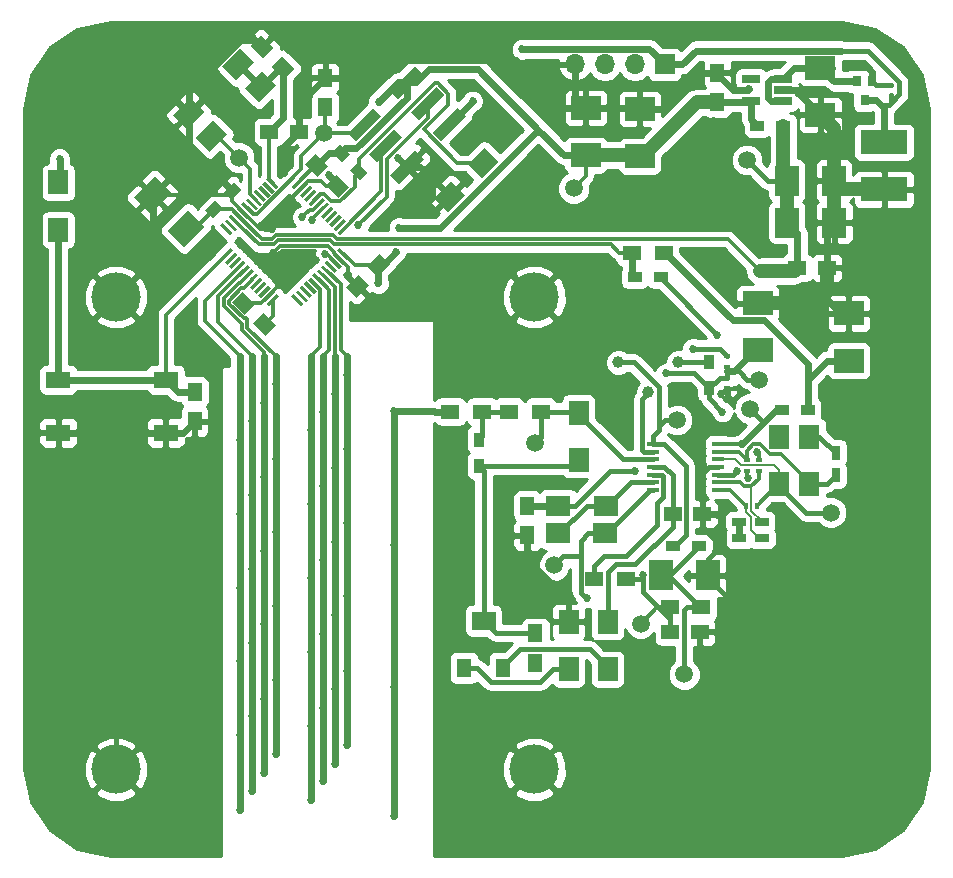
<source format=gbr>
G04 #@! TF.FileFunction,Copper,L1,Top,Signal*
%FSLAX46Y46*%
G04 Gerber Fmt 4.6, Leading zero omitted, Abs format (unit mm)*
G04 Created by KiCad (PCBNEW 4.0.7) date Mon Jul 23 22:43:49 2018*
%MOMM*%
%LPD*%
G01*
G04 APERTURE LIST*
%ADD10C,0.100000*%
%ADD11C,1.000000*%
%ADD12R,1.700000X1.700000*%
%ADD13O,1.700000X1.700000*%
%ADD14R,1.500000X1.250000*%
%ADD15R,2.000000X2.500000*%
%ADD16R,1.250000X1.500000*%
%ADD17R,2.500000X2.000000*%
%ADD18R,0.250000X0.360000*%
%ADD19R,0.800000X0.900000*%
%ADD20R,0.900000X1.200000*%
%ADD21R,1.200000X0.900000*%
%ADD22R,1.700000X2.000000*%
%ADD23R,2.100000X1.400000*%
%ADD24C,1.500000*%
%ADD25R,1.560000X0.650000*%
%ADD26R,2.000000X1.600000*%
%ADD27R,1.300000X1.600000*%
%ADD28R,0.750000X1.200000*%
%ADD29R,1.200000X0.750000*%
%ADD30R,4.000000X2.000000*%
%ADD31R,0.600000X0.400000*%
%ADD32R,1.500000X1.300000*%
%ADD33R,2.000000X1.700000*%
%ADD34R,0.400000X0.600000*%
%ADD35R,1.050000X0.450000*%
%ADD36C,4.175000*%
%ADD37C,0.685800*%
%ADD38C,1.200000*%
%ADD39C,0.600000*%
%ADD40C,0.300000*%
%ADD41C,0.450000*%
%ADD42C,0.152400*%
%ADD43C,0.200000*%
%ADD44C,0.254000*%
G04 APERTURE END LIST*
D10*
D11*
X124540000Y-88080000D03*
X127080000Y-85540000D03*
X122000000Y-85540000D03*
D12*
X125950000Y-60310000D03*
D13*
X123410000Y-60310000D03*
X120870000Y-60310000D03*
X118330000Y-60310000D03*
D14*
X126420000Y-108360000D03*
X128920000Y-108360000D03*
D10*
G36*
X101776911Y-76333525D02*
X102660795Y-77217409D01*
X101600135Y-78278069D01*
X100716251Y-77394185D01*
X101776911Y-76333525D01*
X101776911Y-76333525D01*
G37*
G36*
X100009145Y-78101291D02*
X100893029Y-78985175D01*
X99832369Y-80045835D01*
X98948485Y-79161951D01*
X100009145Y-78101291D01*
X100009145Y-78101291D01*
G37*
G36*
X95486465Y-68761749D02*
X96370349Y-67877865D01*
X97431009Y-68938525D01*
X96547125Y-69822409D01*
X95486465Y-68761749D01*
X95486465Y-68761749D01*
G37*
G36*
X97254231Y-70529515D02*
X98138115Y-69645631D01*
X99198775Y-70706291D01*
X98314891Y-71590175D01*
X97254231Y-70529515D01*
X97254231Y-70529515D01*
G37*
D14*
X126610000Y-98360000D03*
X129110000Y-98360000D03*
X92450000Y-66000000D03*
X94950000Y-66000000D03*
D10*
G36*
X93057055Y-82375051D02*
X92173171Y-83258935D01*
X91112511Y-82198275D01*
X91996395Y-81314391D01*
X93057055Y-82375051D01*
X93057055Y-82375051D01*
G37*
G36*
X91289289Y-80607285D02*
X90405405Y-81491169D01*
X89344745Y-80430509D01*
X90228629Y-79546625D01*
X91289289Y-80607285D01*
X91289289Y-80607285D01*
G37*
G36*
X87683037Y-73309159D02*
X87046641Y-72672763D01*
X87895169Y-71824235D01*
X88531565Y-72460631D01*
X87683037Y-73309159D01*
X87683037Y-73309159D01*
G37*
G36*
X89238671Y-71753525D02*
X88602275Y-71117129D01*
X89450803Y-70268601D01*
X90087199Y-70904997D01*
X89238671Y-71753525D01*
X89238671Y-71753525D01*
G37*
D15*
X125600000Y-103570000D03*
X129600000Y-103570000D03*
D16*
X114310000Y-97680000D03*
X114310000Y-100180000D03*
X97190000Y-63950000D03*
X97190000Y-61450000D03*
D10*
G36*
X90883845Y-58717729D02*
X91767729Y-57833845D01*
X92828389Y-58894505D01*
X91944505Y-59778389D01*
X90883845Y-58717729D01*
X90883845Y-58717729D01*
G37*
G36*
X92651611Y-60485495D02*
X93535495Y-59601611D01*
X94596155Y-60662271D01*
X93712271Y-61546155D01*
X92651611Y-60485495D01*
X92651611Y-60485495D01*
G37*
D16*
X86130000Y-88020000D03*
X86130000Y-90520000D03*
D10*
G36*
X87005204Y-74037437D02*
X85237437Y-75805204D01*
X83823224Y-74390991D01*
X85590991Y-72623224D01*
X87005204Y-74037437D01*
X87005204Y-74037437D01*
G37*
G36*
X84176776Y-71209009D02*
X82409009Y-72976776D01*
X80994796Y-71562563D01*
X82762563Y-69794796D01*
X84176776Y-71209009D01*
X84176776Y-71209009D01*
G37*
D17*
X139130000Y-60580000D03*
X139130000Y-64580000D03*
X123830000Y-68070000D03*
X123830000Y-64070000D03*
X119260000Y-67980000D03*
X119260000Y-63980000D03*
D16*
X130400000Y-63500000D03*
X130400000Y-61000000D03*
D15*
X136290000Y-73690000D03*
X140290000Y-73690000D03*
X136280000Y-70150000D03*
X140280000Y-70150000D03*
D14*
X137180000Y-77540000D03*
X139680000Y-77540000D03*
D18*
X145100000Y-62920000D03*
X145100000Y-62080000D03*
D19*
X142870000Y-63350000D03*
X142220000Y-61750000D03*
X143520000Y-61750000D03*
D20*
X129700000Y-87710000D03*
X129700000Y-85510000D03*
D21*
X126670000Y-101070000D03*
X128870000Y-101070000D03*
D10*
G36*
X97772484Y-67696400D02*
X98408880Y-67060004D01*
X99257408Y-67908532D01*
X98621012Y-68544928D01*
X97772484Y-67696400D01*
X97772484Y-67696400D01*
G37*
G36*
X99328118Y-69252034D02*
X99964514Y-68615638D01*
X100813042Y-69464166D01*
X100176646Y-70100562D01*
X99328118Y-69252034D01*
X99328118Y-69252034D01*
G37*
G36*
X110670280Y-67347638D02*
X111872362Y-68549720D01*
X110458148Y-69963934D01*
X109256066Y-68761852D01*
X110670280Y-67347638D01*
X110670280Y-67347638D01*
G37*
G36*
X107841852Y-70176066D02*
X109043934Y-71378148D01*
X107629720Y-72792362D01*
X106427638Y-71590280D01*
X107841852Y-70176066D01*
X107841852Y-70176066D01*
G37*
D22*
X74600000Y-70300000D03*
X74600000Y-74300000D03*
D21*
X133780000Y-65490000D03*
X135980000Y-65490000D03*
D23*
X83700000Y-91500000D03*
X74600000Y-91500000D03*
X74600000Y-87000000D03*
X83700000Y-87000000D03*
D24*
X89900000Y-68200000D03*
X123900000Y-107650000D03*
X127600000Y-111950000D03*
X126990000Y-90410000D03*
X114970000Y-92360000D03*
X118230000Y-70800000D03*
X132900000Y-68400000D03*
X97100000Y-66130000D03*
D10*
G36*
X92428082Y-69824163D02*
X93276610Y-70672691D01*
X93064478Y-70884823D01*
X92215950Y-70036295D01*
X92428082Y-69824163D01*
X92428082Y-69824163D01*
G37*
G36*
X92074528Y-70177716D02*
X92923056Y-71026244D01*
X92710924Y-71238376D01*
X91862396Y-70389848D01*
X92074528Y-70177716D01*
X92074528Y-70177716D01*
G37*
G36*
X91720975Y-70531269D02*
X92569503Y-71379797D01*
X92357371Y-71591929D01*
X91508843Y-70743401D01*
X91720975Y-70531269D01*
X91720975Y-70531269D01*
G37*
G36*
X91367422Y-70884823D02*
X92215950Y-71733351D01*
X92003818Y-71945483D01*
X91155290Y-71096955D01*
X91367422Y-70884823D01*
X91367422Y-70884823D01*
G37*
G36*
X91013868Y-71238376D02*
X91862396Y-72086904D01*
X91650264Y-72299036D01*
X90801736Y-71450508D01*
X91013868Y-71238376D01*
X91013868Y-71238376D01*
G37*
G36*
X90660315Y-71591929D02*
X91508843Y-72440457D01*
X91296711Y-72652589D01*
X90448183Y-71804061D01*
X90660315Y-71591929D01*
X90660315Y-71591929D01*
G37*
G36*
X90306761Y-71945483D02*
X91155289Y-72794011D01*
X90943157Y-73006143D01*
X90094629Y-72157615D01*
X90306761Y-71945483D01*
X90306761Y-71945483D01*
G37*
G36*
X89953208Y-72299036D02*
X90801736Y-73147564D01*
X90589604Y-73359696D01*
X89741076Y-72511168D01*
X89953208Y-72299036D01*
X89953208Y-72299036D01*
G37*
G36*
X89599655Y-72652590D02*
X90448183Y-73501118D01*
X90236051Y-73713250D01*
X89387523Y-72864722D01*
X89599655Y-72652590D01*
X89599655Y-72652590D01*
G37*
G36*
X89246101Y-73006143D02*
X90094629Y-73854671D01*
X89882497Y-74066803D01*
X89033969Y-73218275D01*
X89246101Y-73006143D01*
X89246101Y-73006143D01*
G37*
G36*
X88892548Y-73359696D02*
X89741076Y-74208224D01*
X89528944Y-74420356D01*
X88680416Y-73571828D01*
X88892548Y-73359696D01*
X88892548Y-73359696D01*
G37*
G36*
X88538995Y-73713250D02*
X89387523Y-74561778D01*
X89175391Y-74773910D01*
X88326863Y-73925382D01*
X88538995Y-73713250D01*
X88538995Y-73713250D01*
G37*
G36*
X89175391Y-75834570D02*
X89387523Y-76046702D01*
X88538995Y-76895230D01*
X88326863Y-76683098D01*
X89175391Y-75834570D01*
X89175391Y-75834570D01*
G37*
G36*
X89528944Y-76188124D02*
X89741076Y-76400256D01*
X88892548Y-77248784D01*
X88680416Y-77036652D01*
X89528944Y-76188124D01*
X89528944Y-76188124D01*
G37*
G36*
X89882497Y-76541677D02*
X90094629Y-76753809D01*
X89246101Y-77602337D01*
X89033969Y-77390205D01*
X89882497Y-76541677D01*
X89882497Y-76541677D01*
G37*
G36*
X90236051Y-76895230D02*
X90448183Y-77107362D01*
X89599655Y-77955890D01*
X89387523Y-77743758D01*
X90236051Y-76895230D01*
X90236051Y-76895230D01*
G37*
G36*
X90589604Y-77248784D02*
X90801736Y-77460916D01*
X89953208Y-78309444D01*
X89741076Y-78097312D01*
X90589604Y-77248784D01*
X90589604Y-77248784D01*
G37*
G36*
X90943157Y-77602337D02*
X91155289Y-77814469D01*
X90306761Y-78662997D01*
X90094629Y-78450865D01*
X90943157Y-77602337D01*
X90943157Y-77602337D01*
G37*
G36*
X91296711Y-77955891D02*
X91508843Y-78168023D01*
X90660315Y-79016551D01*
X90448183Y-78804419D01*
X91296711Y-77955891D01*
X91296711Y-77955891D01*
G37*
G36*
X91650264Y-78309444D02*
X91862396Y-78521576D01*
X91013868Y-79370104D01*
X90801736Y-79157972D01*
X91650264Y-78309444D01*
X91650264Y-78309444D01*
G37*
G36*
X92003818Y-78662997D02*
X92215950Y-78875129D01*
X91367422Y-79723657D01*
X91155290Y-79511525D01*
X92003818Y-78662997D01*
X92003818Y-78662997D01*
G37*
G36*
X92357371Y-79016551D02*
X92569503Y-79228683D01*
X91720975Y-80077211D01*
X91508843Y-79865079D01*
X92357371Y-79016551D01*
X92357371Y-79016551D01*
G37*
G36*
X92710924Y-79370104D02*
X92923056Y-79582236D01*
X92074528Y-80430764D01*
X91862396Y-80218632D01*
X92710924Y-79370104D01*
X92710924Y-79370104D01*
G37*
G36*
X93064478Y-79723657D02*
X93276610Y-79935789D01*
X92428082Y-80784317D01*
X92215950Y-80572185D01*
X93064478Y-79723657D01*
X93064478Y-79723657D01*
G37*
G36*
X94549402Y-79723657D02*
X95397930Y-80572185D01*
X95185798Y-80784317D01*
X94337270Y-79935789D01*
X94549402Y-79723657D01*
X94549402Y-79723657D01*
G37*
G36*
X94902956Y-79370104D02*
X95751484Y-80218632D01*
X95539352Y-80430764D01*
X94690824Y-79582236D01*
X94902956Y-79370104D01*
X94902956Y-79370104D01*
G37*
G36*
X95256509Y-79016551D02*
X96105037Y-79865079D01*
X95892905Y-80077211D01*
X95044377Y-79228683D01*
X95256509Y-79016551D01*
X95256509Y-79016551D01*
G37*
G36*
X95610062Y-78662997D02*
X96458590Y-79511525D01*
X96246458Y-79723657D01*
X95397930Y-78875129D01*
X95610062Y-78662997D01*
X95610062Y-78662997D01*
G37*
G36*
X95963616Y-78309444D02*
X96812144Y-79157972D01*
X96600012Y-79370104D01*
X95751484Y-78521576D01*
X95963616Y-78309444D01*
X95963616Y-78309444D01*
G37*
G36*
X96317169Y-77955891D02*
X97165697Y-78804419D01*
X96953565Y-79016551D01*
X96105037Y-78168023D01*
X96317169Y-77955891D01*
X96317169Y-77955891D01*
G37*
G36*
X96670723Y-77602337D02*
X97519251Y-78450865D01*
X97307119Y-78662997D01*
X96458591Y-77814469D01*
X96670723Y-77602337D01*
X96670723Y-77602337D01*
G37*
G36*
X97024276Y-77248784D02*
X97872804Y-78097312D01*
X97660672Y-78309444D01*
X96812144Y-77460916D01*
X97024276Y-77248784D01*
X97024276Y-77248784D01*
G37*
G36*
X97377829Y-76895230D02*
X98226357Y-77743758D01*
X98014225Y-77955890D01*
X97165697Y-77107362D01*
X97377829Y-76895230D01*
X97377829Y-76895230D01*
G37*
G36*
X97731383Y-76541677D02*
X98579911Y-77390205D01*
X98367779Y-77602337D01*
X97519251Y-76753809D01*
X97731383Y-76541677D01*
X97731383Y-76541677D01*
G37*
G36*
X98084936Y-76188124D02*
X98933464Y-77036652D01*
X98721332Y-77248784D01*
X97872804Y-76400256D01*
X98084936Y-76188124D01*
X98084936Y-76188124D01*
G37*
G36*
X98438489Y-75834570D02*
X99287017Y-76683098D01*
X99074885Y-76895230D01*
X98226357Y-76046702D01*
X98438489Y-75834570D01*
X98438489Y-75834570D01*
G37*
G36*
X99074885Y-73713250D02*
X99287017Y-73925382D01*
X98438489Y-74773910D01*
X98226357Y-74561778D01*
X99074885Y-73713250D01*
X99074885Y-73713250D01*
G37*
G36*
X98721332Y-73359696D02*
X98933464Y-73571828D01*
X98084936Y-74420356D01*
X97872804Y-74208224D01*
X98721332Y-73359696D01*
X98721332Y-73359696D01*
G37*
G36*
X98367779Y-73006143D02*
X98579911Y-73218275D01*
X97731383Y-74066803D01*
X97519251Y-73854671D01*
X98367779Y-73006143D01*
X98367779Y-73006143D01*
G37*
G36*
X98014225Y-72652590D02*
X98226357Y-72864722D01*
X97377829Y-73713250D01*
X97165697Y-73501118D01*
X98014225Y-72652590D01*
X98014225Y-72652590D01*
G37*
G36*
X97660672Y-72299036D02*
X97872804Y-72511168D01*
X97024276Y-73359696D01*
X96812144Y-73147564D01*
X97660672Y-72299036D01*
X97660672Y-72299036D01*
G37*
G36*
X97307119Y-71945483D02*
X97519251Y-72157615D01*
X96670723Y-73006143D01*
X96458591Y-72794011D01*
X97307119Y-71945483D01*
X97307119Y-71945483D01*
G37*
G36*
X96953565Y-71591929D02*
X97165697Y-71804061D01*
X96317169Y-72652589D01*
X96105037Y-72440457D01*
X96953565Y-71591929D01*
X96953565Y-71591929D01*
G37*
G36*
X96600012Y-71238376D02*
X96812144Y-71450508D01*
X95963616Y-72299036D01*
X95751484Y-72086904D01*
X96600012Y-71238376D01*
X96600012Y-71238376D01*
G37*
G36*
X96246458Y-70884823D02*
X96458590Y-71096955D01*
X95610062Y-71945483D01*
X95397930Y-71733351D01*
X96246458Y-70884823D01*
X96246458Y-70884823D01*
G37*
G36*
X95892905Y-70531269D02*
X96105037Y-70743401D01*
X95256509Y-71591929D01*
X95044377Y-71379797D01*
X95892905Y-70531269D01*
X95892905Y-70531269D01*
G37*
G36*
X95539352Y-70177716D02*
X95751484Y-70389848D01*
X94902956Y-71238376D01*
X94690824Y-71026244D01*
X95539352Y-70177716D01*
X95539352Y-70177716D01*
G37*
G36*
X95185798Y-69824163D02*
X95397930Y-70036295D01*
X94549402Y-70884823D01*
X94337270Y-70672691D01*
X95185798Y-69824163D01*
X95185798Y-69824163D01*
G37*
G36*
X89958283Y-58948679D02*
X91160365Y-60150761D01*
X89675441Y-61635685D01*
X88473359Y-60433603D01*
X89958283Y-58948679D01*
X89958283Y-58948679D01*
G37*
G36*
X85786353Y-63120609D02*
X86988435Y-64322691D01*
X85503511Y-65807615D01*
X84301429Y-64605533D01*
X85786353Y-63120609D01*
X85786353Y-63120609D01*
G37*
G36*
X87695541Y-65029797D02*
X88897623Y-66231879D01*
X87412699Y-67716803D01*
X86210617Y-66514721D01*
X87695541Y-65029797D01*
X87695541Y-65029797D01*
G37*
G36*
X91867471Y-60857867D02*
X93069553Y-62059949D01*
X91584629Y-63544873D01*
X90382547Y-62342791D01*
X91867471Y-60857867D01*
X91867471Y-60857867D01*
G37*
D25*
X135950000Y-63420000D03*
X135950000Y-62470000D03*
X135950000Y-61520000D03*
X133250000Y-61520000D03*
X133250000Y-63420000D03*
D22*
X121100000Y-107500000D03*
X121100000Y-111500000D03*
X117800000Y-111500000D03*
X117800000Y-107500000D03*
D26*
X110600000Y-107400000D03*
D27*
X112250000Y-111400000D03*
X108950000Y-111400000D03*
D16*
X115000000Y-108450000D03*
X115000000Y-110950000D03*
D28*
X140410000Y-95080000D03*
X140410000Y-93180000D03*
D17*
X141530000Y-85390000D03*
X141530000Y-81390000D03*
D29*
X132240000Y-99030000D03*
X134140000Y-99030000D03*
X134170000Y-100420000D03*
X132270000Y-100420000D03*
D30*
X144510000Y-66890000D03*
X144510000Y-70890000D03*
D31*
X131250000Y-85030000D03*
X131250000Y-85930000D03*
D32*
X129050000Y-106260000D03*
X126350000Y-106260000D03*
D31*
X131250000Y-86820000D03*
X131250000Y-87720000D03*
D22*
X118650000Y-89800000D03*
X118650000Y-93800000D03*
D32*
X107800000Y-89700000D03*
X110500000Y-89700000D03*
X112750000Y-89700000D03*
X115450000Y-89700000D03*
D20*
X110200000Y-92100000D03*
X110200000Y-94300000D03*
D22*
X138190000Y-95810000D03*
X138190000Y-91810000D03*
D31*
X132900000Y-94700000D03*
X132900000Y-93800000D03*
D21*
X135850000Y-89540000D03*
X138050000Y-89540000D03*
D32*
X125860000Y-76230000D03*
X123160000Y-76230000D03*
D31*
X133910000Y-93790000D03*
X133910000Y-94690000D03*
D33*
X116930000Y-97660000D03*
X120930000Y-97660000D03*
X116880000Y-100010000D03*
X120880000Y-100010000D03*
D21*
X125610000Y-78300000D03*
X123410000Y-78300000D03*
D32*
X122640000Y-103860000D03*
X119940000Y-103860000D03*
D34*
X133730000Y-97660000D03*
X132830000Y-97660000D03*
D22*
X135650000Y-95820000D03*
X135650000Y-91820000D03*
D24*
X133950000Y-87000000D03*
X133150000Y-89450000D03*
X116600000Y-102700000D03*
X140000000Y-98250000D03*
D35*
X124925000Y-92440000D03*
X124925000Y-93090000D03*
X124925000Y-93740000D03*
X124925000Y-94390000D03*
X124925000Y-95040000D03*
X124925000Y-95690000D03*
X124925000Y-96340000D03*
X130475000Y-96340000D03*
X130475000Y-95690000D03*
X130475000Y-95040000D03*
X130475000Y-94390000D03*
X130475000Y-93740000D03*
X130475000Y-93090000D03*
X130475000Y-92440000D03*
D10*
G36*
X103378751Y-63236254D02*
X102671644Y-62529147D01*
X104792965Y-60407826D01*
X105500072Y-61114933D01*
X103378751Y-63236254D01*
X103378751Y-63236254D01*
G37*
G36*
X99814933Y-66800072D02*
X99107826Y-66092965D01*
X101229147Y-63971644D01*
X101936254Y-64678751D01*
X99814933Y-66800072D01*
X99814933Y-66800072D01*
G37*
G36*
X105174802Y-65032305D02*
X104467695Y-64325198D01*
X106589016Y-62203877D01*
X107296123Y-62910984D01*
X105174802Y-65032305D01*
X105174802Y-65032305D01*
G37*
G36*
X101610984Y-68596123D02*
X100903877Y-67889016D01*
X103025198Y-65767695D01*
X103732305Y-66474802D01*
X101610984Y-68596123D01*
X101610984Y-68596123D01*
G37*
G36*
X106970853Y-66828356D02*
X106263746Y-66121249D01*
X108385067Y-63999928D01*
X109092174Y-64707035D01*
X106970853Y-66828356D01*
X106970853Y-66828356D01*
G37*
G36*
X103407035Y-70392174D02*
X102699928Y-69685067D01*
X104821249Y-67563746D01*
X105528356Y-68270853D01*
X103407035Y-70392174D01*
X103407035Y-70392174D01*
G37*
D17*
X133810000Y-84520000D03*
X133810000Y-80520000D03*
D36*
X79485100Y-80000000D03*
X114902500Y-80000000D03*
X79485100Y-120000000D03*
X114902500Y-120000000D03*
D37*
X101688523Y-78844284D03*
X74700000Y-68300000D03*
X103460000Y-74150000D03*
X103160000Y-76220000D03*
X92084783Y-82286663D03*
X92450000Y-66000000D03*
X101710000Y-63460000D03*
X143100000Y-60500000D03*
X130075000Y-65125000D03*
X134200000Y-75750000D03*
X109325000Y-73725000D03*
X78850000Y-90150000D03*
X112000000Y-65050000D03*
X105250000Y-72600000D03*
X137250000Y-62700000D03*
X133100000Y-62350000D03*
X92651441Y-74215482D03*
X103396304Y-68206304D03*
X96450000Y-76900000D03*
X99130000Y-78150000D03*
X92770000Y-76270000D03*
X93710000Y-69520000D03*
X97480000Y-69690000D03*
X130310000Y-101500000D03*
X131050000Y-106370000D03*
X130730000Y-88210000D03*
X130470000Y-98430000D03*
X139200000Y-79740000D03*
X140280000Y-67280000D03*
X115000000Y-110950000D03*
X117610000Y-104600000D03*
X128332401Y-84370000D03*
X133990000Y-77790000D03*
X126610000Y-98360000D03*
X113880000Y-59007599D03*
X109670000Y-63410000D03*
X96066228Y-73469169D03*
X95263209Y-73228838D03*
X97191997Y-76394703D03*
X100000000Y-73920000D03*
X90000000Y-92100000D03*
X90000000Y-98400000D03*
X90000000Y-104600000D03*
X90000000Y-110800000D03*
X90000000Y-117100000D03*
X90000000Y-123400000D03*
X96000000Y-91300000D03*
X96000000Y-97550000D03*
X96000000Y-103800000D03*
X96000000Y-110050000D03*
X96000000Y-116300000D03*
X96000000Y-122600000D03*
X91000000Y-90500000D03*
X91000000Y-96800000D03*
X91000000Y-103000000D03*
X91000000Y-109300000D03*
X91000000Y-115500000D03*
X91000000Y-121800000D03*
X97000000Y-89750000D03*
X97000000Y-96000000D03*
X97000000Y-102250000D03*
X97000000Y-108500000D03*
X97000000Y-114800000D03*
X97000000Y-121000000D03*
X92000000Y-89000000D03*
X92000000Y-95200000D03*
X92000000Y-101500000D03*
X92000000Y-107700000D03*
X92000000Y-114000000D03*
X92000000Y-120300000D03*
X98047589Y-88250000D03*
X98047589Y-94450000D03*
X98047589Y-100700000D03*
X98047589Y-106950000D03*
X98047589Y-113200000D03*
X98047589Y-119500000D03*
X93000000Y-87400000D03*
X93000000Y-93700000D03*
X93000000Y-99900000D03*
X93000000Y-106200000D03*
X93000000Y-112400000D03*
X93000000Y-118700000D03*
X99000000Y-86600000D03*
X99000000Y-92900000D03*
X99000000Y-99100000D03*
X99000000Y-105350000D03*
X99000000Y-111650000D03*
X99000000Y-117900000D03*
X103050000Y-113000000D03*
X103050000Y-101000000D03*
X103050000Y-101000000D03*
X103050000Y-123950000D03*
X103050000Y-89650000D03*
X135650000Y-91820000D03*
X132084308Y-94693209D03*
X130830000Y-89720000D03*
X126060000Y-86460000D03*
X123400000Y-94770000D03*
X124080391Y-103504690D03*
X130380000Y-83190000D03*
X138190000Y-91810000D03*
X132480000Y-92430000D03*
X133720000Y-93130000D03*
X132960000Y-95360000D03*
X119330000Y-105460000D03*
D38*
X128650000Y-63500000D02*
X130400000Y-63500000D01*
X124080000Y-68070000D02*
X128650000Y-63500000D01*
X123830000Y-68070000D02*
X124080000Y-68070000D01*
D39*
X74700000Y-68300000D02*
X74700000Y-70200000D01*
X74700000Y-70200000D02*
X74600000Y-70300000D01*
D40*
X118230000Y-70800000D02*
X119260000Y-69770000D01*
X119260000Y-69770000D02*
X119260000Y-67980000D01*
D39*
X101688523Y-77305797D02*
X101688523Y-78844284D01*
X117410000Y-67980000D02*
X115420000Y-65990000D01*
X115420000Y-65990000D02*
X110137827Y-60707827D01*
X106911888Y-74150000D02*
X115071888Y-65990000D01*
X103460000Y-74150000D02*
X106911888Y-74150000D01*
X115071888Y-65990000D02*
X115420000Y-65990000D01*
X101688523Y-77305797D02*
X102074203Y-77305797D01*
X102074203Y-77305797D02*
X103160000Y-76220000D01*
X91726050Y-62201370D02*
X89816862Y-60292182D01*
X93623883Y-60573883D02*
X93353537Y-60573883D01*
X93353537Y-60573883D02*
X91726050Y-62201370D01*
X93623883Y-60573883D02*
X93623883Y-64826117D01*
X93623883Y-64826117D02*
X92450000Y-66000000D01*
D40*
X92746280Y-80253987D02*
X92746280Y-81625166D01*
X92746280Y-81625166D02*
X92084783Y-82286663D01*
D39*
X118140000Y-67980000D02*
X119260000Y-67980000D01*
D40*
X98756687Y-76364900D02*
X99697584Y-77305797D01*
X99697584Y-77305797D02*
X101688523Y-77305797D01*
X92450000Y-66000000D02*
X92450000Y-70058213D01*
X92450000Y-70058213D02*
X92746280Y-70354493D01*
D39*
X104085858Y-61822040D02*
X103347960Y-61822040D01*
X103347960Y-61822040D02*
X101710000Y-63460000D01*
D40*
X96458737Y-68850137D02*
X96371956Y-68850137D01*
X96371956Y-68850137D02*
X94867600Y-70354493D01*
D39*
X98514946Y-67802466D02*
X97506408Y-67802466D01*
X97506408Y-67802466D02*
X96458737Y-68850137D01*
X98514946Y-67802466D02*
X98903854Y-67413558D01*
X98903854Y-67413558D02*
X99841254Y-67413558D01*
X99841254Y-67413558D02*
X104085858Y-63168954D01*
X104085858Y-63168954D02*
X104085858Y-62629147D01*
X104085858Y-62629147D02*
X104085858Y-61822040D01*
X133250000Y-63420000D02*
X133250000Y-64960000D01*
X133250000Y-64960000D02*
X133780000Y-65490000D01*
D38*
X119260000Y-67980000D02*
X123740000Y-67980000D01*
X123740000Y-67980000D02*
X123830000Y-68070000D01*
D39*
X130400000Y-63500000D02*
X133170000Y-63500000D01*
X133170000Y-63500000D02*
X133250000Y-63420000D01*
X104892965Y-61822040D02*
X104085858Y-61822040D01*
X110137827Y-60707827D02*
X106007178Y-60707827D01*
X119260000Y-67980000D02*
X117410000Y-67980000D01*
X106007178Y-60707827D02*
X104892965Y-61822040D01*
D41*
X145100000Y-62080000D02*
X143850000Y-62080000D01*
X143850000Y-62080000D02*
X143520000Y-61750000D01*
D39*
X143520000Y-61750000D02*
X143520000Y-60920000D01*
X143520000Y-60920000D02*
X143100000Y-60500000D01*
X137020000Y-62470000D02*
X139130000Y-64580000D01*
X124775000Y-74150000D02*
X132600000Y-74150000D01*
X109750000Y-74150000D02*
X124775000Y-74150000D01*
X124775000Y-74150000D02*
X124775000Y-70425000D01*
X124775000Y-70425000D02*
X130075000Y-65125000D01*
X132600000Y-74150000D02*
X134200000Y-75750000D01*
X109325000Y-73725000D02*
X109750000Y-74150000D01*
X77800000Y-91500000D02*
X83700000Y-91500000D01*
X76250000Y-91500000D02*
X77800000Y-91500000D01*
D41*
X77800000Y-91500000D02*
X79485100Y-93185100D01*
X79485100Y-93185100D02*
X79485100Y-120000000D01*
D39*
X114310000Y-100180000D02*
X114310000Y-102189554D01*
X114310000Y-102189554D02*
X116720446Y-104600000D01*
X116720446Y-104600000D02*
X117125067Y-104600000D01*
X117125067Y-104600000D02*
X117610000Y-104600000D01*
X74600000Y-91500000D02*
X77500000Y-91500000D01*
X77500000Y-91500000D02*
X78850000Y-90150000D01*
X82585786Y-71385786D02*
X82585786Y-76899314D01*
X82585786Y-76899314D02*
X79485100Y-80000000D01*
X83700000Y-91500000D02*
X85150000Y-91500000D01*
X85150000Y-91500000D02*
X86130000Y-90520000D01*
X74600000Y-91500000D02*
X76250000Y-91500000D01*
X106201572Y-69950000D02*
X107735786Y-71484214D01*
X105229532Y-68977960D02*
X106201572Y-69950000D01*
X106201572Y-69950000D02*
X106201572Y-71648428D01*
X106201572Y-71648428D02*
X105250000Y-72600000D01*
X131745000Y-62470000D02*
X132980000Y-62470000D01*
X132980000Y-62470000D02*
X133100000Y-62350000D01*
D38*
X144510000Y-70890000D02*
X141020000Y-70890000D01*
X141020000Y-70890000D02*
X140280000Y-70150000D01*
D39*
X141530000Y-81390000D02*
X140850000Y-81390000D01*
X140850000Y-81390000D02*
X139200000Y-79740000D01*
D40*
X90271406Y-72829366D02*
X91657522Y-74215482D01*
X95221154Y-70708046D02*
X92651441Y-73277759D01*
X91657522Y-74215482D02*
X92166508Y-74215482D01*
X92651441Y-73730549D02*
X92651441Y-74215482D01*
X92166508Y-74215482D02*
X92651441Y-74215482D01*
X92651441Y-73277759D02*
X92651441Y-73730549D01*
X97430000Y-75660000D02*
X93380000Y-75660000D01*
X93380000Y-75660000D02*
X92770000Y-76270000D01*
X98403134Y-76718454D02*
X97923947Y-76239267D01*
X97923947Y-76153947D02*
X97430000Y-75660000D01*
X97923947Y-76239267D02*
X97923947Y-76153947D01*
D38*
X133810000Y-80520000D02*
X138420000Y-80520000D01*
X138420000Y-80520000D02*
X139200000Y-79740000D01*
D39*
X85644932Y-64464112D02*
X85644932Y-67311258D01*
X85644932Y-67311258D02*
X89344737Y-71011063D01*
X91856117Y-58806117D02*
X91255077Y-58205077D01*
X85644932Y-62622224D02*
X85644932Y-63162030D01*
X91255077Y-58205077D02*
X90062079Y-58205077D01*
X90062079Y-58205077D02*
X85644932Y-62622224D01*
X85644932Y-63162030D02*
X85644932Y-64464112D01*
X103396304Y-68260122D02*
X103396304Y-68206304D01*
X104114142Y-68977960D02*
X103396304Y-68260122D01*
D40*
X90317017Y-80518897D02*
X91774263Y-80518897D01*
X91774263Y-80518897D02*
X92392726Y-79900434D01*
X98403134Y-76718454D02*
X99130000Y-77445320D01*
X99130000Y-77445320D02*
X99130000Y-78150000D01*
X96450000Y-76900000D02*
X93400000Y-76900000D01*
X93400000Y-76900000D02*
X92770000Y-76270000D01*
X99920757Y-79073563D02*
X99920757Y-78940757D01*
X99920757Y-78940757D02*
X99130000Y-78150000D01*
X92770000Y-76270000D02*
X93112899Y-76612899D01*
X93112899Y-76612899D02*
X93112899Y-79180261D01*
X93112899Y-79180261D02*
X92887700Y-79405460D01*
X92887700Y-79405460D02*
X92392726Y-79900434D01*
D39*
X85644932Y-64464112D02*
X85644932Y-64487876D01*
D40*
X82585786Y-71385786D02*
X88970014Y-71385786D01*
X88970014Y-71385786D02*
X89344737Y-71011063D01*
X90271406Y-72829366D02*
X89344737Y-71902697D01*
X89344737Y-71902697D02*
X89344737Y-71011063D01*
D39*
X93710000Y-69520000D02*
X93710000Y-67240000D01*
X93710000Y-67240000D02*
X94950000Y-66000000D01*
D40*
X95221154Y-70708046D02*
X95716128Y-70213072D01*
X95716128Y-70213072D02*
X96837788Y-70213072D01*
X97242619Y-70617903D02*
X98226503Y-70617903D01*
X96837788Y-70213072D02*
X97242619Y-70617903D01*
D39*
X98226503Y-70617903D02*
X98226503Y-70436503D01*
X98226503Y-70436503D02*
X97480000Y-69690000D01*
X104114142Y-68977960D02*
X105229532Y-68977960D01*
D41*
X130310000Y-101500000D02*
X130310000Y-100635000D01*
X129600000Y-103570000D02*
X129600000Y-102210000D01*
X129600000Y-102210000D02*
X130310000Y-101500000D01*
X131050000Y-106370000D02*
X131050000Y-105270000D01*
X131050000Y-107430000D02*
X131050000Y-106370000D01*
X131250000Y-87720000D02*
X131220000Y-87720000D01*
X131220000Y-87720000D02*
X130730000Y-88210000D01*
D39*
X129110000Y-98360000D02*
X130400000Y-98360000D01*
X130400000Y-98360000D02*
X130470000Y-98430000D01*
D38*
X139680000Y-77540000D02*
X139680000Y-79260000D01*
X139680000Y-79260000D02*
X139200000Y-79740000D01*
D41*
X130310000Y-100635000D02*
X129110000Y-99435000D01*
X129110000Y-99435000D02*
X129110000Y-98360000D01*
X128920000Y-108360000D02*
X130120000Y-108360000D01*
X130120000Y-108360000D02*
X131050000Y-107430000D01*
X131050000Y-105270000D02*
X129600000Y-103820000D01*
X129600000Y-103820000D02*
X129600000Y-103570000D01*
X130475000Y-94390000D02*
X129695678Y-94390000D01*
X129695678Y-94390000D02*
X129110000Y-94975678D01*
X129110000Y-94975678D02*
X129110000Y-97285000D01*
X129110000Y-97285000D02*
X129110000Y-98360000D01*
D39*
X139680000Y-77540000D02*
X139680000Y-74300000D01*
X139680000Y-74300000D02*
X140290000Y-73690000D01*
D38*
X140280000Y-70150000D02*
X140280000Y-73680000D01*
X140280000Y-73680000D02*
X140290000Y-73690000D01*
X140280000Y-67280000D02*
X140280000Y-65730000D01*
X140280000Y-70150000D02*
X140280000Y-67280000D01*
X140280000Y-65730000D02*
X139130000Y-64580000D01*
D39*
X123740000Y-63980000D02*
X123830000Y-64070000D01*
X130400000Y-61000000D02*
X129175000Y-61000000D01*
X129175000Y-61000000D02*
X126105000Y-64070000D01*
X126105000Y-64070000D02*
X125680000Y-64070000D01*
X125680000Y-64070000D02*
X123830000Y-64070000D01*
X131745000Y-62470000D02*
X130400000Y-61125000D01*
X130400000Y-61125000D02*
X130400000Y-61000000D01*
X135950000Y-62470000D02*
X137020000Y-62470000D01*
D41*
X117800000Y-107500000D02*
X117800000Y-104790000D01*
X117800000Y-104790000D02*
X117610000Y-104600000D01*
D39*
X97190000Y-61450000D02*
X94950000Y-63690000D01*
X94950000Y-63690000D02*
X94950000Y-66000000D01*
X119260000Y-63980000D02*
X117410000Y-63980000D01*
X117410000Y-63980000D02*
X113385416Y-59955416D01*
X113385416Y-59955416D02*
X99909584Y-59955416D01*
X99909584Y-59955416D02*
X98415000Y-61450000D01*
X98415000Y-61450000D02*
X97190000Y-61450000D01*
X118330000Y-60310000D02*
X118330000Y-63050000D01*
X118330000Y-63050000D02*
X119260000Y-63980000D01*
X119260000Y-63980000D02*
X123740000Y-63980000D01*
D41*
X136280000Y-70150000D02*
X134650000Y-70150000D01*
X134650000Y-70150000D02*
X132900000Y-68400000D01*
D40*
X89917853Y-73182920D02*
X91811253Y-75076320D01*
X131276320Y-75076320D02*
X133647101Y-77447101D01*
X97854786Y-74755178D02*
X98175928Y-75076320D01*
X91811253Y-75076320D02*
X92684070Y-75076320D01*
X93005212Y-74755178D02*
X97854786Y-74755178D01*
X92684070Y-75076320D02*
X93005212Y-74755178D01*
X133647101Y-77447101D02*
X133990000Y-77790000D01*
X98175928Y-75076320D02*
X131276320Y-75076320D01*
X87789103Y-72566697D02*
X86141586Y-74214214D01*
X86141586Y-74214214D02*
X85414214Y-74214214D01*
X87789103Y-72566697D02*
X89301630Y-72566697D01*
X89301630Y-72566697D02*
X89917853Y-73182920D01*
D41*
X131250000Y-85030000D02*
X130590000Y-84370000D01*
X130590000Y-84370000D02*
X128332401Y-84370000D01*
X126610000Y-95093741D02*
X126610000Y-97285000D01*
X125906259Y-94390000D02*
X126610000Y-95093741D01*
X124925000Y-94390000D02*
X125906259Y-94390000D01*
X126610000Y-97285000D02*
X126610000Y-98360000D01*
D39*
X137180000Y-77540000D02*
X137180000Y-74580000D01*
X137180000Y-74580000D02*
X136290000Y-73690000D01*
D38*
X136280000Y-70150000D02*
X136280000Y-73680000D01*
X136280000Y-73680000D02*
X136290000Y-73690000D01*
X135980000Y-65490000D02*
X135980000Y-69850000D01*
X135980000Y-69850000D02*
X136280000Y-70150000D01*
D41*
X121100000Y-107500000D02*
X121100000Y-103320678D01*
X123437599Y-102607401D02*
X126610000Y-99435000D01*
X121100000Y-103320678D02*
X121813277Y-102607401D01*
X121813277Y-102607401D02*
X123437599Y-102607401D01*
X126610000Y-99435000D02*
X126610000Y-98360000D01*
D38*
X133990000Y-77790000D02*
X136930000Y-77790000D01*
X136930000Y-77790000D02*
X137180000Y-77540000D01*
D41*
X129050000Y-106260000D02*
X127850000Y-106260000D01*
X127850000Y-106260000D02*
X127600000Y-106510000D01*
X127600000Y-106510000D02*
X127600000Y-110889340D01*
X127600000Y-110889340D02*
X127600000Y-111950000D01*
X125600000Y-103570000D02*
X126260000Y-103570000D01*
X126260000Y-103570000D02*
X128950000Y-106260000D01*
X128950000Y-106260000D02*
X129050000Y-106260000D01*
X128870000Y-101070000D02*
X126370000Y-103570000D01*
X126370000Y-103570000D02*
X125600000Y-103570000D01*
D40*
X90059273Y-74031447D02*
X89564299Y-73536473D01*
X93192606Y-75207589D02*
X92868036Y-75532160D01*
X97941965Y-75532160D02*
X97617394Y-75207589D01*
X123160000Y-76230000D02*
X122110000Y-76230000D01*
X92868036Y-75532160D02*
X91559986Y-75532160D01*
X122110000Y-76230000D02*
X121412160Y-75532160D01*
X121412160Y-75532160D02*
X97941965Y-75532160D01*
X97617394Y-75207589D02*
X93192606Y-75207589D01*
X91559986Y-75532160D02*
X90059273Y-74031447D01*
D39*
X123160000Y-76230000D02*
X123160000Y-78050000D01*
X123160000Y-78050000D02*
X123410000Y-78300000D01*
D40*
X97190000Y-63950000D02*
X97190000Y-66040000D01*
X97190000Y-66040000D02*
X97100000Y-66130000D01*
X97100000Y-66130000D02*
X99777898Y-66130000D01*
X99777898Y-66130000D02*
X100522040Y-65385858D01*
X90624959Y-72475813D02*
X91119933Y-72970787D01*
X91119933Y-72970787D02*
X91406187Y-72970787D01*
X91406187Y-72970787D02*
X95184055Y-69192919D01*
X95184055Y-69192919D02*
X95184055Y-68045945D01*
X96350001Y-66879999D02*
X97100000Y-66130000D01*
X95184055Y-68045945D02*
X96350001Y-66879999D01*
D39*
X86130000Y-88020000D02*
X84720000Y-88020000D01*
X84720000Y-88020000D02*
X83700000Y-87000000D01*
X83700000Y-87000000D02*
X74600000Y-87000000D01*
X74600000Y-74300000D02*
X74600000Y-75900000D01*
X74600000Y-75900000D02*
X74600000Y-87000000D01*
D40*
X88857193Y-76364900D02*
X83700000Y-81522093D01*
X83700000Y-81522093D02*
X83700000Y-87000000D01*
D39*
X142220000Y-61750000D02*
X140300000Y-61750000D01*
X140300000Y-61750000D02*
X139130000Y-60580000D01*
X135950000Y-61520000D02*
X134980678Y-61520000D01*
X134980678Y-61520000D02*
X134717599Y-61783079D01*
X134717599Y-61783079D02*
X134717599Y-63156921D01*
X134717599Y-63156921D02*
X134980678Y-63420000D01*
X134980678Y-63420000D02*
X135950000Y-63420000D01*
X139130000Y-60580000D02*
X136890000Y-60580000D01*
X136890000Y-60580000D02*
X135950000Y-61520000D01*
X139130000Y-60580000D02*
X140100000Y-60580000D01*
D41*
X145800000Y-61795678D02*
X145800000Y-62850000D01*
X145800000Y-62850000D02*
X145100000Y-63550000D01*
X140847599Y-59127599D02*
X143131921Y-59127599D01*
X143131921Y-59127599D02*
X145800000Y-61795678D01*
X145100000Y-62920000D02*
X145100000Y-63550000D01*
X145100000Y-63550000D02*
X144950000Y-63700000D01*
D39*
X143870000Y-63350000D02*
X144220000Y-63700000D01*
X144220000Y-63700000D02*
X144510000Y-63990000D01*
D41*
X144950000Y-63700000D02*
X144220000Y-63700000D01*
D39*
X142870000Y-63350000D02*
X143870000Y-63350000D01*
X144510000Y-63990000D02*
X144510000Y-65290000D01*
X144510000Y-65290000D02*
X144510000Y-66890000D01*
X125950000Y-60310000D02*
X127400000Y-60310000D01*
X127400000Y-60310000D02*
X128582401Y-59127599D01*
X128582401Y-59127599D02*
X140847599Y-59127599D01*
X113880000Y-59007599D02*
X124647599Y-59007599D01*
X124647599Y-59007599D02*
X125950000Y-60310000D01*
X107677960Y-65414142D02*
X107677960Y-65402040D01*
X107677960Y-65402040D02*
X109670000Y-63410000D01*
D40*
X96066228Y-73469169D02*
X96066228Y-73398506D01*
X96066228Y-73398506D02*
X96988921Y-72475813D01*
X95606108Y-72885939D02*
X95263209Y-73228838D01*
X95874814Y-72617233D02*
X95606108Y-72885939D01*
X96140393Y-72617233D02*
X95874814Y-72617233D01*
X96635367Y-72122259D02*
X96140393Y-72617233D01*
X97372277Y-76394703D02*
X97191997Y-76394703D01*
X98049581Y-77072007D02*
X97372277Y-76394703D01*
X105881909Y-64808091D02*
X105881909Y-63618091D01*
X102397518Y-68292482D02*
X105881909Y-64808091D01*
X102397518Y-71522482D02*
X102397518Y-68292482D01*
X100000000Y-73920000D02*
X102397518Y-71522482D01*
X101945107Y-67554893D02*
X102318091Y-67181909D01*
X98756687Y-74243580D02*
X101945107Y-71055160D01*
X101945107Y-71055160D02*
X101945107Y-67554893D01*
D39*
X90000000Y-92100000D02*
X90000000Y-98400000D01*
X90000000Y-85000000D02*
X90000000Y-92100000D01*
X90000000Y-98400000D02*
X90000000Y-104600000D01*
X90000000Y-104600000D02*
X90000000Y-110800000D01*
X90000000Y-110800000D02*
X90000000Y-117100000D01*
X90000000Y-117100000D02*
X90000000Y-123400000D01*
D40*
X87000000Y-82000000D02*
X90000000Y-85000000D01*
X89917853Y-77425560D02*
X87000000Y-80343413D01*
X87000000Y-80343413D02*
X87000000Y-82000000D01*
D39*
X96000000Y-91300000D02*
X96000000Y-97550000D01*
X96000000Y-85000000D02*
X96000000Y-91300000D01*
X96000000Y-97550000D02*
X96000000Y-103800000D01*
X96000000Y-103800000D02*
X96000000Y-110050000D01*
X96000000Y-110050000D02*
X96000000Y-116300000D01*
X96000000Y-116300000D02*
X96000000Y-122600000D01*
D40*
X96776788Y-84223212D02*
X96000000Y-85000000D01*
X96776788Y-84183212D02*
X96776788Y-84223212D01*
X96281814Y-78839774D02*
X96776788Y-79334748D01*
X96776788Y-79334748D02*
X96776788Y-84183212D01*
D39*
X91000000Y-90500000D02*
X91000000Y-96800000D01*
X91000000Y-85000000D02*
X91000000Y-90500000D01*
X91000000Y-96800000D02*
X91000000Y-103000000D01*
X91000000Y-103000000D02*
X91000000Y-109300000D01*
X91000000Y-109300000D02*
X91000000Y-115500000D01*
X91000000Y-115500000D02*
X91000000Y-121800000D01*
D40*
X88137520Y-82137520D02*
X91000000Y-85000000D01*
X90271406Y-77779114D02*
X88137520Y-79913000D01*
X88137520Y-79913000D02*
X88137520Y-82137520D01*
D39*
X97000000Y-89750000D02*
X97000000Y-96000000D01*
X97000000Y-85000000D02*
X97000000Y-89750000D01*
X97000000Y-96000000D02*
X97000000Y-102250000D01*
X97000000Y-102250000D02*
X97000000Y-108500000D01*
X97000000Y-108500000D02*
X97000000Y-114800000D01*
X97000000Y-114800000D02*
X97000000Y-121000000D01*
D40*
X97520000Y-84480000D02*
X97000000Y-85000000D01*
X97520000Y-83980000D02*
X97520000Y-84480000D01*
X96635367Y-78486221D02*
X97520000Y-79370854D01*
X97520000Y-79370854D02*
X97520000Y-83980000D01*
D39*
X92000000Y-89000000D02*
X92000000Y-95200000D01*
X92000000Y-85000000D02*
X92000000Y-89000000D01*
X92000000Y-95200000D02*
X92000000Y-101500000D01*
X92000000Y-101500000D02*
X92000000Y-107700000D01*
X92000000Y-107700000D02*
X92000000Y-114000000D01*
X92000000Y-114000000D02*
X92000000Y-120300000D01*
D40*
X90129986Y-82769790D02*
X92000000Y-84639804D01*
X92000000Y-84639804D02*
X92000000Y-85000000D01*
X89915970Y-78791806D02*
X88589925Y-80117851D01*
X88589926Y-80743168D02*
X90129986Y-82283228D01*
X88589925Y-80117851D02*
X88589926Y-80743168D01*
X90129986Y-82283228D02*
X90129986Y-82769790D01*
X89965820Y-78791806D02*
X89915970Y-78791806D01*
X90624959Y-78132667D02*
X89965820Y-78791806D01*
D39*
X98047589Y-88250000D02*
X98047589Y-94450000D01*
X98047589Y-84952411D02*
X98047589Y-88250000D01*
X98047589Y-94450000D02*
X98047589Y-100700000D01*
X98047589Y-100700000D02*
X98047589Y-106950000D01*
X98047589Y-106950000D02*
X98047589Y-113200000D01*
X98047589Y-113200000D02*
X98047589Y-119500000D01*
D40*
X98047589Y-84952411D02*
X98000000Y-85000000D01*
X98047589Y-83807589D02*
X98047589Y-84952411D01*
X98047589Y-79191335D02*
X98047589Y-83807589D01*
X98047589Y-83807589D02*
X98060000Y-83820000D01*
X96988921Y-78132667D02*
X98047589Y-79191335D01*
D39*
X93000000Y-87400000D02*
X93000000Y-93700000D01*
X93000000Y-85000000D02*
X93000000Y-87400000D01*
X93000000Y-93700000D02*
X93000000Y-99900000D01*
X93000000Y-99900000D02*
X93000000Y-106200000D01*
X93000000Y-106200000D02*
X93000000Y-112400000D01*
X93000000Y-112400000D02*
X93000000Y-118700000D01*
D40*
X90582396Y-82582396D02*
X93000000Y-85000000D01*
X90103365Y-79244215D02*
X89042335Y-80305245D01*
X90530669Y-81793579D02*
X90582396Y-81845306D01*
X90280141Y-81793579D02*
X90530669Y-81793579D01*
X89042335Y-80555773D02*
X90280141Y-81793579D01*
X89042335Y-80305245D02*
X89042335Y-80555773D01*
X90287819Y-79244215D02*
X90103365Y-79244215D01*
X90978513Y-78486221D02*
X90978513Y-78553521D01*
X90582396Y-81845306D02*
X90582396Y-82582396D01*
X90978513Y-78553521D02*
X90287819Y-79244215D01*
D39*
X99000000Y-86600000D02*
X99000000Y-92900000D01*
X99000000Y-85000000D02*
X99000000Y-86600000D01*
X99000000Y-92900000D02*
X99000000Y-99100000D01*
X99000000Y-99100000D02*
X99000000Y-105350000D01*
X99000000Y-105350000D02*
X99000000Y-111650000D01*
X99000000Y-111650000D02*
X99000000Y-117900000D01*
D40*
X98512409Y-84512409D02*
X99000000Y-85000000D01*
X98500000Y-83430000D02*
X98500000Y-83620196D01*
X98500000Y-83620196D02*
X98512409Y-83632605D01*
X98512409Y-83632605D02*
X98512409Y-84512409D01*
X98500000Y-78936640D02*
X98500000Y-83430000D01*
X97342474Y-77779114D02*
X98500000Y-78936640D01*
D39*
X103050000Y-118000000D02*
X103050000Y-123950000D01*
X103050000Y-113000000D02*
X103050000Y-118000000D01*
X103050000Y-107000000D02*
X103050000Y-113000000D01*
X103050000Y-107000000D02*
X103050000Y-101000000D01*
X103050000Y-95000000D02*
X103050000Y-101000000D01*
X103050000Y-89650000D02*
X103050000Y-95000000D01*
X106400000Y-89650000D02*
X103050000Y-89650000D01*
X107800000Y-89700000D02*
X106450000Y-89700000D01*
X106450000Y-89700000D02*
X106400000Y-89650000D01*
D41*
X133950000Y-87000000D02*
X132889340Y-87000000D01*
X132889340Y-87000000D02*
X132189340Y-86300000D01*
X132189340Y-86300000D02*
X131780000Y-86300000D01*
D39*
X114310000Y-97680000D02*
X116910000Y-97680000D01*
X116910000Y-97680000D02*
X116930000Y-97660000D01*
D41*
X131741409Y-95036108D02*
X132084308Y-94693209D01*
X130475000Y-95040000D02*
X131737517Y-95040000D01*
X131737517Y-95040000D02*
X131741409Y-95036108D01*
X131250000Y-86300000D02*
X131250000Y-86820000D01*
X131250000Y-85930000D02*
X131250000Y-86300000D01*
D39*
X131250000Y-86300000D02*
X131780000Y-86300000D01*
X131780000Y-86300000D02*
X133560000Y-84520000D01*
X133560000Y-84520000D02*
X133810000Y-84520000D01*
D41*
X131250000Y-86820000D02*
X130590000Y-86820000D01*
X130590000Y-86820000D02*
X129700000Y-87710000D01*
X129700000Y-88590000D02*
X129700000Y-87710000D01*
X130830000Y-89720000D02*
X129700000Y-88590000D01*
X126060000Y-86460000D02*
X128450000Y-86460000D01*
X128450000Y-86460000D02*
X129700000Y-87710000D01*
X116930000Y-97660000D02*
X118380000Y-97660000D01*
X118380000Y-97660000D02*
X121270000Y-94770000D01*
X121270000Y-94770000D02*
X123400000Y-94770000D01*
X127080000Y-85540000D02*
X129670000Y-85540000D01*
X129670000Y-85540000D02*
X129700000Y-85510000D01*
X125417401Y-91272599D02*
X125417401Y-90950000D01*
X125417401Y-90950000D02*
X125417401Y-87658847D01*
X126990000Y-90410000D02*
X125929340Y-90410000D01*
X125929340Y-90410000D02*
X125417401Y-90921939D01*
X125417401Y-90921939D02*
X125417401Y-90950000D01*
X124925000Y-92440000D02*
X125900000Y-92440000D01*
X127737401Y-100152599D02*
X126820000Y-101070000D01*
X125900000Y-92440000D02*
X127737401Y-94277401D01*
X127737401Y-94277401D02*
X127737401Y-100152599D01*
X126820000Y-101070000D02*
X126670000Y-101070000D01*
X124925000Y-92440000D02*
X124925000Y-91765000D01*
X124925000Y-91765000D02*
X125417401Y-91272599D01*
X125417401Y-87658847D02*
X123298554Y-85540000D01*
X123298554Y-85540000D02*
X122707106Y-85540000D01*
X122707106Y-85540000D02*
X122000000Y-85540000D01*
D40*
X109262132Y-68655786D02*
X110564214Y-68655786D01*
X108370610Y-68655786D02*
X109262132Y-68655786D01*
X105522314Y-65807490D02*
X108370610Y-68655786D01*
X107598533Y-63731271D02*
X105522314Y-65807490D01*
X107598533Y-62785721D02*
X107598533Y-63731271D01*
X106714279Y-61901467D02*
X107598533Y-62785721D01*
X100070580Y-68294638D02*
X106463751Y-61901467D01*
X100070580Y-69358100D02*
X100070580Y-68294638D01*
X106463751Y-61901467D02*
X106714279Y-61901467D01*
X100070580Y-69358100D02*
X99681672Y-69747008D01*
X99681672Y-69747008D02*
X99681672Y-70651068D01*
X99681672Y-70651068D02*
X98440155Y-71892585D01*
X98440155Y-71892585D02*
X97681895Y-71892585D01*
X97681895Y-71892585D02*
X97063042Y-71273732D01*
X97063042Y-71273732D02*
X96776788Y-71273732D01*
X96776788Y-71273732D02*
X96281814Y-71768706D01*
D41*
X124540000Y-88080000D02*
X124022599Y-88597401D01*
X124145678Y-93090000D02*
X124925000Y-93090000D01*
X124022599Y-88597401D02*
X124022599Y-92966921D01*
X124022599Y-92966921D02*
X124145678Y-93090000D01*
D40*
X89900000Y-68200000D02*
X88073300Y-66373300D01*
X88073300Y-66373300D02*
X87554120Y-66373300D01*
X91332066Y-71768706D02*
X90837092Y-71273732D01*
X90837092Y-71273732D02*
X90837092Y-69137092D01*
X90837092Y-69137092D02*
X90649999Y-68949999D01*
X90649999Y-68949999D02*
X89900000Y-68200000D01*
D41*
X121100000Y-111500000D02*
X121100000Y-111350000D01*
X121100000Y-111350000D02*
X119572599Y-109822599D01*
X119572599Y-109822599D02*
X113677401Y-109822599D01*
X113677401Y-109822599D02*
X112250000Y-111250000D01*
X112250000Y-111250000D02*
X112250000Y-111400000D01*
X117800000Y-111500000D02*
X116500000Y-111500000D01*
X116500000Y-111500000D02*
X115422599Y-112577401D01*
X115422599Y-112577401D02*
X111227401Y-112577401D01*
X111227401Y-112577401D02*
X110050000Y-111400000D01*
X110050000Y-111400000D02*
X108950000Y-111400000D01*
X110200000Y-94300000D02*
X118150000Y-94300000D01*
X118150000Y-94300000D02*
X118650000Y-93800000D01*
X110600000Y-107400000D02*
X110600000Y-94700000D01*
X110600000Y-94700000D02*
X110200000Y-94300000D01*
X115000000Y-108450000D02*
X111650000Y-108450000D01*
X111650000Y-108450000D02*
X110600000Y-107400000D01*
D40*
X123900000Y-107650000D02*
X125290000Y-106260000D01*
X125290000Y-106260000D02*
X126350000Y-106260000D01*
D41*
X126420000Y-108360000D02*
X126420000Y-107650000D01*
X126420000Y-107650000D02*
X126420000Y-107285000D01*
X126350000Y-106260000D02*
X126350000Y-107580000D01*
X126350000Y-107580000D02*
X126420000Y-107650000D01*
X122640000Y-103860000D02*
X123840000Y-103860000D01*
X124080391Y-103619609D02*
X124080391Y-103504690D01*
X124080391Y-104945391D02*
X124080391Y-103989623D01*
X124080391Y-103989623D02*
X124080391Y-103504690D01*
X123840000Y-103860000D02*
X124080391Y-103619609D01*
X126420000Y-107285000D02*
X124080391Y-104945391D01*
X130380000Y-83190000D02*
X125610000Y-78420000D01*
X125610000Y-78420000D02*
X125610000Y-78300000D01*
X138190000Y-95810000D02*
X139680000Y-95810000D01*
X139680000Y-95810000D02*
X140410000Y-95080000D01*
D40*
X134017599Y-92484698D02*
X134820500Y-93287599D01*
X133410254Y-92484698D02*
X134017599Y-92484698D01*
X132900000Y-92994952D02*
X133410254Y-92484698D01*
X138190000Y-95660000D02*
X138190000Y-95810000D01*
X135817599Y-93287599D02*
X138190000Y-95660000D01*
X134820500Y-93287599D02*
X135817599Y-93287599D01*
X132900000Y-93800000D02*
X132900000Y-92994952D01*
X132900000Y-93800000D02*
X132190000Y-93090000D01*
X132190000Y-93090000D02*
X130475000Y-93090000D01*
D39*
X135370000Y-89540000D02*
X134200000Y-90710000D01*
X134200000Y-90710000D02*
X132480000Y-92430000D01*
D41*
X133150000Y-89450000D02*
X134200000Y-90500000D01*
X134200000Y-90500000D02*
X134200000Y-90710000D01*
D39*
X135850000Y-89540000D02*
X135370000Y-89540000D01*
D41*
X138190000Y-91810000D02*
X139040000Y-91810000D01*
X139040000Y-91810000D02*
X140410000Y-93180000D01*
D40*
X132480000Y-92430000D02*
X130485000Y-92430000D01*
X130485000Y-92430000D02*
X130475000Y-92440000D01*
X133910000Y-93790000D02*
X133910000Y-93320000D01*
X133910000Y-93320000D02*
X133720000Y-93130000D01*
D39*
X138050000Y-89540000D02*
X138050000Y-87690000D01*
X138050000Y-87690000D02*
X138050000Y-85695678D01*
X141530000Y-85390000D02*
X139680000Y-85390000D01*
X139680000Y-85390000D02*
X138050000Y-87020000D01*
X138050000Y-87020000D02*
X138050000Y-87690000D01*
X138050000Y-85695678D02*
X134326723Y-81972401D01*
X134326723Y-81972401D02*
X131702401Y-81972401D01*
X131702401Y-81972401D02*
X125960000Y-76230000D01*
X125960000Y-76230000D02*
X125860000Y-76230000D01*
X132240000Y-99030000D02*
X132240000Y-100390000D01*
X132240000Y-100390000D02*
X132270000Y-100420000D01*
D42*
X134140000Y-98995274D02*
X134140000Y-99030000D01*
X133269746Y-98125020D02*
X134140000Y-98995274D01*
X133269746Y-96005302D02*
X133269746Y-98125020D01*
D40*
X133269746Y-96005302D02*
X132650254Y-96005302D01*
X131300000Y-95690000D02*
X130475000Y-95690000D01*
X132334952Y-95690000D02*
X131300000Y-95690000D01*
X132650254Y-96005302D02*
X132334952Y-95690000D01*
X133910000Y-95365048D02*
X133269746Y-96005302D01*
X133910000Y-94690000D02*
X133910000Y-95365048D01*
D43*
X133945000Y-100420000D02*
X134170000Y-100420000D01*
X132830000Y-97660000D02*
X132830000Y-98160000D01*
X132830000Y-98160000D02*
X133287599Y-98617599D01*
X133287599Y-98617599D02*
X133287599Y-99762599D01*
X133287599Y-99762599D02*
X133945000Y-100420000D01*
D40*
X130475000Y-96340000D02*
X131510000Y-96340000D01*
X131510000Y-96340000D02*
X132830000Y-97660000D01*
D41*
X115450000Y-89700000D02*
X115450000Y-91880000D01*
X115450000Y-91880000D02*
X114970000Y-92360000D01*
X124925000Y-93740000D02*
X122440000Y-93740000D01*
X122440000Y-93740000D02*
X118650000Y-89950000D01*
X118650000Y-89950000D02*
X118650000Y-89800000D01*
X115450000Y-89700000D02*
X118550000Y-89700000D01*
X118550000Y-89700000D02*
X118650000Y-89800000D01*
X110500000Y-89700000D02*
X112750000Y-89700000D01*
X110500000Y-89700000D02*
X110500000Y-91800000D01*
X110500000Y-91800000D02*
X110200000Y-92100000D01*
X118812599Y-100627401D02*
X118812599Y-101900000D01*
X118812599Y-101900000D02*
X118812599Y-104811921D01*
X116600000Y-102700000D02*
X117349999Y-101950001D01*
X117349999Y-101950001D02*
X118762598Y-101950001D01*
X118762598Y-101950001D02*
X118812599Y-101900000D01*
D40*
X132900000Y-94700000D02*
X132900000Y-95300000D01*
X132900000Y-95300000D02*
X132960000Y-95360000D01*
D41*
X118888079Y-105018079D02*
X119330000Y-105460000D01*
X118888079Y-104887401D02*
X118888079Y-105018079D01*
X118812599Y-104811921D02*
X118888079Y-104887401D01*
X120880000Y-100010000D02*
X119430000Y-100010000D01*
X119430000Y-100010000D02*
X118812599Y-100627401D01*
X120880000Y-100010000D02*
X121030000Y-100010000D01*
X121030000Y-100010000D02*
X124700000Y-96340000D01*
X124700000Y-96340000D02*
X124925000Y-96340000D01*
X120930000Y-97660000D02*
X119380000Y-97660000D01*
X119380000Y-97660000D02*
X117030000Y-100010000D01*
X117030000Y-100010000D02*
X116880000Y-100010000D01*
X120930000Y-97660000D02*
X121080000Y-97660000D01*
X121080000Y-97660000D02*
X123050000Y-95690000D01*
X123950000Y-95690000D02*
X124925000Y-95690000D01*
X123050000Y-95690000D02*
X123950000Y-95690000D01*
X125300000Y-97470000D02*
X125827401Y-96942599D01*
X125827401Y-96942599D02*
X125827401Y-95163079D01*
X125827401Y-95163079D02*
X125704322Y-95040000D01*
X125704322Y-95040000D02*
X124925000Y-95040000D01*
X125300000Y-99310000D02*
X125300000Y-97470000D01*
X122680000Y-101930000D02*
X125300000Y-99310000D01*
X120770000Y-101930000D02*
X122680000Y-101930000D01*
X119940000Y-103860000D02*
X119940000Y-102760000D01*
X119940000Y-102760000D02*
X120770000Y-101930000D01*
X135650000Y-95820000D02*
X135650000Y-95970000D01*
X135650000Y-95970000D02*
X137930000Y-98250000D01*
X137930000Y-98250000D02*
X138939340Y-98250000D01*
X138939340Y-98250000D02*
X140000000Y-98250000D01*
D40*
X135650000Y-95820000D02*
X135570000Y-95820000D01*
X135570000Y-95820000D02*
X133730000Y-97660000D01*
D42*
X132417119Y-94228601D02*
X135211001Y-94228601D01*
X131928518Y-93740000D02*
X132417119Y-94228601D01*
X135211001Y-94228601D02*
X135650000Y-94667600D01*
X130475000Y-93740000D02*
X131928518Y-93740000D01*
X135650000Y-94667600D02*
X135650000Y-95820000D01*
D44*
G36*
X143784440Y-57277770D02*
X146144973Y-58855027D01*
X147722230Y-61215562D01*
X148290000Y-64069926D01*
X148290000Y-119930074D01*
X147722230Y-122784438D01*
X146144973Y-125144973D01*
X143784440Y-126722230D01*
X140930069Y-127290000D01*
X106427000Y-127290000D01*
X106427000Y-121938183D01*
X113143923Y-121938183D01*
X113375358Y-122317996D01*
X114378663Y-122725961D01*
X115461718Y-122718923D01*
X116429642Y-122317996D01*
X116661077Y-121938183D01*
X114902500Y-120179605D01*
X113143923Y-121938183D01*
X106427000Y-121938183D01*
X106427000Y-119476163D01*
X112176539Y-119476163D01*
X112183577Y-120559218D01*
X112584504Y-121527142D01*
X112964317Y-121758577D01*
X114722895Y-120000000D01*
X115082105Y-120000000D01*
X116840683Y-121758577D01*
X117220496Y-121527142D01*
X117628461Y-120523837D01*
X117621423Y-119440782D01*
X117220496Y-118472858D01*
X116840683Y-118241423D01*
X115082105Y-120000000D01*
X114722895Y-120000000D01*
X112964317Y-118241423D01*
X112584504Y-118472858D01*
X112176539Y-119476163D01*
X106427000Y-119476163D01*
X106427000Y-118061817D01*
X113143923Y-118061817D01*
X114902500Y-119820395D01*
X116661077Y-118061817D01*
X116429642Y-117682004D01*
X115426337Y-117274039D01*
X114343282Y-117281077D01*
X113375358Y-117682004D01*
X113143923Y-118061817D01*
X106427000Y-118061817D01*
X106427000Y-90630425D01*
X106450000Y-90635000D01*
X106478808Y-90635000D01*
X106585910Y-90801441D01*
X106798110Y-90946431D01*
X107050000Y-90997440D01*
X108550000Y-90997440D01*
X108785317Y-90953162D01*
X109001441Y-90814090D01*
X109146431Y-90601890D01*
X109149081Y-90588803D01*
X109285910Y-90801441D01*
X109468769Y-90926383D01*
X109298559Y-91035910D01*
X109153569Y-91248110D01*
X109102560Y-91500000D01*
X109102560Y-92700000D01*
X109146838Y-92935317D01*
X109285910Y-93151441D01*
X109355711Y-93199134D01*
X109298559Y-93235910D01*
X109153569Y-93448110D01*
X109102560Y-93700000D01*
X109102560Y-94900000D01*
X109146838Y-95135317D01*
X109285910Y-95351441D01*
X109498110Y-95496431D01*
X109740000Y-95545415D01*
X109740000Y-105952560D01*
X109600000Y-105952560D01*
X109364683Y-105996838D01*
X109148559Y-106135910D01*
X109003569Y-106348110D01*
X108952560Y-106600000D01*
X108952560Y-108200000D01*
X108996838Y-108435317D01*
X109135910Y-108651441D01*
X109348110Y-108796431D01*
X109600000Y-108847440D01*
X110831216Y-108847440D01*
X111041888Y-109058112D01*
X111320892Y-109244536D01*
X111650000Y-109310000D01*
X112973776Y-109310000D01*
X112331216Y-109952560D01*
X111600000Y-109952560D01*
X111364683Y-109996838D01*
X111148559Y-110135910D01*
X111003569Y-110348110D01*
X110952560Y-110600000D01*
X110952560Y-111086336D01*
X110658112Y-110791888D01*
X110649559Y-110786173D01*
X110379108Y-110605464D01*
X110243388Y-110578468D01*
X110203162Y-110364683D01*
X110064090Y-110148559D01*
X109851890Y-110003569D01*
X109600000Y-109952560D01*
X108300000Y-109952560D01*
X108064683Y-109996838D01*
X107848559Y-110135910D01*
X107703569Y-110348110D01*
X107652560Y-110600000D01*
X107652560Y-112200000D01*
X107696838Y-112435317D01*
X107835910Y-112651441D01*
X108048110Y-112796431D01*
X108300000Y-112847440D01*
X109600000Y-112847440D01*
X109835317Y-112803162D01*
X110051441Y-112664090D01*
X110070286Y-112636510D01*
X110619289Y-113185513D01*
X110898293Y-113371937D01*
X111227401Y-113437401D01*
X115422599Y-113437401D01*
X115751707Y-113371937D01*
X116030711Y-113185513D01*
X116399331Y-112816893D01*
X116485910Y-112951441D01*
X116698110Y-113096431D01*
X116950000Y-113147440D01*
X118650000Y-113147440D01*
X118885317Y-113103162D01*
X119101441Y-112964090D01*
X119246431Y-112751890D01*
X119297440Y-112500000D01*
X119297440Y-110763664D01*
X119602560Y-111068784D01*
X119602560Y-112500000D01*
X119646838Y-112735317D01*
X119785910Y-112951441D01*
X119998110Y-113096431D01*
X120250000Y-113147440D01*
X121950000Y-113147440D01*
X122185317Y-113103162D01*
X122401441Y-112964090D01*
X122546431Y-112751890D01*
X122597440Y-112500000D01*
X122597440Y-110500000D01*
X122553162Y-110264683D01*
X122414090Y-110048559D01*
X122201890Y-109903569D01*
X121950000Y-109852560D01*
X120818784Y-109852560D01*
X120180711Y-109214487D01*
X120100879Y-109161145D01*
X120006600Y-109098150D01*
X120250000Y-109147440D01*
X121950000Y-109147440D01*
X122185317Y-109103162D01*
X122401441Y-108964090D01*
X122546431Y-108751890D01*
X122597440Y-108500000D01*
X122597440Y-108124386D01*
X122725169Y-108433515D01*
X123114436Y-108823461D01*
X123623298Y-109034759D01*
X124174285Y-109035240D01*
X124683515Y-108824831D01*
X125022560Y-108486376D01*
X125022560Y-108985000D01*
X125066838Y-109220317D01*
X125205910Y-109436441D01*
X125418110Y-109581431D01*
X125670000Y-109632440D01*
X126740000Y-109632440D01*
X126740000Y-110851521D01*
X126426539Y-111164436D01*
X126215241Y-111673298D01*
X126214760Y-112224285D01*
X126425169Y-112733515D01*
X126814436Y-113123461D01*
X127323298Y-113334759D01*
X127874285Y-113335240D01*
X128383515Y-113124831D01*
X128773461Y-112735564D01*
X128984759Y-112226702D01*
X128985240Y-111675715D01*
X128774831Y-111166485D01*
X128460000Y-110851105D01*
X128460000Y-109620000D01*
X128634250Y-109620000D01*
X128793000Y-109461250D01*
X128793000Y-108487000D01*
X129047000Y-108487000D01*
X129047000Y-109461250D01*
X129205750Y-109620000D01*
X129796309Y-109620000D01*
X130029698Y-109523327D01*
X130208327Y-109344699D01*
X130305000Y-109111310D01*
X130305000Y-108645750D01*
X130146250Y-108487000D01*
X129047000Y-108487000D01*
X128793000Y-108487000D01*
X128773000Y-108487000D01*
X128773000Y-108233000D01*
X128793000Y-108233000D01*
X128793000Y-108213000D01*
X129047000Y-108213000D01*
X129047000Y-108233000D01*
X130146250Y-108233000D01*
X130305000Y-108074250D01*
X130305000Y-107608690D01*
X130217004Y-107396250D01*
X130251441Y-107374090D01*
X130396431Y-107161890D01*
X130447440Y-106910000D01*
X130447440Y-105610000D01*
X130418275Y-105455000D01*
X130726309Y-105455000D01*
X130959698Y-105358327D01*
X131138327Y-105179699D01*
X131235000Y-104946310D01*
X131235000Y-103855750D01*
X131076250Y-103697000D01*
X129727000Y-103697000D01*
X129727000Y-103717000D01*
X129473000Y-103717000D01*
X129473000Y-103697000D01*
X128123750Y-103697000D01*
X127965000Y-103855750D01*
X127965000Y-104058776D01*
X127531224Y-103625000D01*
X127965000Y-103191224D01*
X127965000Y-103284250D01*
X128123750Y-103443000D01*
X129473000Y-103443000D01*
X129473000Y-103423000D01*
X129727000Y-103423000D01*
X129727000Y-103443000D01*
X131076250Y-103443000D01*
X131235000Y-103284250D01*
X131235000Y-102193690D01*
X131138327Y-101960301D01*
X130959698Y-101781673D01*
X130726309Y-101685000D01*
X130084027Y-101685000D01*
X130117440Y-101520000D01*
X130117440Y-100620000D01*
X130073162Y-100384683D01*
X129934090Y-100168559D01*
X129721890Y-100023569D01*
X129470000Y-99972560D01*
X128597401Y-99972560D01*
X128597401Y-99620000D01*
X128824250Y-99620000D01*
X128983000Y-99461250D01*
X128983000Y-98487000D01*
X129237000Y-98487000D01*
X129237000Y-99461250D01*
X129395750Y-99620000D01*
X129986309Y-99620000D01*
X130219698Y-99523327D01*
X130398327Y-99344699D01*
X130495000Y-99111310D01*
X130495000Y-98645750D01*
X130336250Y-98487000D01*
X129237000Y-98487000D01*
X128983000Y-98487000D01*
X128963000Y-98487000D01*
X128963000Y-98233000D01*
X128983000Y-98233000D01*
X128983000Y-97258750D01*
X128824250Y-97100000D01*
X128597401Y-97100000D01*
X128597401Y-94277401D01*
X128531937Y-93948293D01*
X128345513Y-93669289D01*
X126508112Y-91831888D01*
X126413776Y-91768855D01*
X126229108Y-91645464D01*
X126188144Y-91637316D01*
X126211937Y-91601707D01*
X126214717Y-91587730D01*
X126713298Y-91794759D01*
X127264285Y-91795240D01*
X127773515Y-91584831D01*
X128163461Y-91195564D01*
X128374759Y-90686702D01*
X128375240Y-90135715D01*
X128164831Y-89626485D01*
X127775564Y-89236539D01*
X127266702Y-89025241D01*
X126715715Y-89024760D01*
X126277401Y-89205867D01*
X126277401Y-87658847D01*
X126233482Y-87438051D01*
X126253663Y-87438069D01*
X126539413Y-87320000D01*
X128093776Y-87320000D01*
X128602560Y-87828784D01*
X128602560Y-88310000D01*
X128646838Y-88545317D01*
X128785910Y-88761441D01*
X128887974Y-88831178D01*
X128905464Y-88919108D01*
X128988090Y-89042767D01*
X129091888Y-89198112D01*
X129883259Y-89989483D01*
X130000493Y-90273212D01*
X130275341Y-90548540D01*
X130634630Y-90697730D01*
X131023663Y-90698069D01*
X131383212Y-90549507D01*
X131658540Y-90274659D01*
X131807730Y-89915370D01*
X131807806Y-89828464D01*
X131975169Y-90233515D01*
X132364436Y-90623461D01*
X132788261Y-90799449D01*
X132029767Y-91557943D01*
X131926788Y-91600493D01*
X131882203Y-91645000D01*
X131290573Y-91645000D01*
X131251890Y-91618569D01*
X131000000Y-91567560D01*
X129950000Y-91567560D01*
X129714683Y-91611838D01*
X129498559Y-91750910D01*
X129353569Y-91963110D01*
X129302560Y-92215000D01*
X129302560Y-92665000D01*
X129322067Y-92768671D01*
X129302560Y-92865000D01*
X129302560Y-93315000D01*
X129322067Y-93418671D01*
X129302560Y-93515000D01*
X129302560Y-93965000D01*
X129315980Y-94036323D01*
X129315000Y-94038690D01*
X129315000Y-94118750D01*
X129335312Y-94139062D01*
X129346838Y-94200317D01*
X129470329Y-94392227D01*
X129353569Y-94563110D01*
X129338442Y-94637808D01*
X129315000Y-94661250D01*
X129315000Y-94741310D01*
X129316667Y-94745335D01*
X129302560Y-94815000D01*
X129302560Y-95265000D01*
X129322067Y-95368671D01*
X129302560Y-95465000D01*
X129302560Y-95915000D01*
X129322067Y-96018671D01*
X129302560Y-96115000D01*
X129302560Y-96565000D01*
X129346838Y-96800317D01*
X129485910Y-97016441D01*
X129608203Y-97100000D01*
X129395750Y-97100000D01*
X129237000Y-97258750D01*
X129237000Y-98233000D01*
X130336250Y-98233000D01*
X130495000Y-98074250D01*
X130495000Y-97608690D01*
X130398327Y-97375301D01*
X130235465Y-97212440D01*
X131000000Y-97212440D01*
X131229162Y-97169320D01*
X131982560Y-97922718D01*
X131982560Y-97960000D01*
X131991509Y-98007560D01*
X131640000Y-98007560D01*
X131404683Y-98051838D01*
X131188559Y-98190910D01*
X131043569Y-98403110D01*
X130992560Y-98655000D01*
X130992560Y-99405000D01*
X131036838Y-99640317D01*
X131105287Y-99746689D01*
X131073569Y-99793110D01*
X131022560Y-100045000D01*
X131022560Y-100795000D01*
X131066838Y-101030317D01*
X131205910Y-101246441D01*
X131418110Y-101391431D01*
X131670000Y-101442440D01*
X132870000Y-101442440D01*
X133105317Y-101398162D01*
X133219978Y-101324380D01*
X133318110Y-101391431D01*
X133570000Y-101442440D01*
X134770000Y-101442440D01*
X135005317Y-101398162D01*
X135221441Y-101259090D01*
X135366431Y-101046890D01*
X135417440Y-100795000D01*
X135417440Y-100045000D01*
X135373162Y-99809683D01*
X135304713Y-99703311D01*
X135336431Y-99656890D01*
X135387440Y-99405000D01*
X135387440Y-98655000D01*
X135343162Y-98419683D01*
X135204090Y-98203559D01*
X134991890Y-98058569D01*
X134740000Y-98007560D01*
X134567809Y-98007560D01*
X134577440Y-97960000D01*
X134577440Y-97922718D01*
X135032718Y-97467440D01*
X135931216Y-97467440D01*
X137321888Y-98858112D01*
X137600892Y-99044536D01*
X137930000Y-99110000D01*
X138901521Y-99110000D01*
X139214436Y-99423461D01*
X139723298Y-99634759D01*
X140274285Y-99635240D01*
X140783515Y-99424831D01*
X141173461Y-99035564D01*
X141384759Y-98526702D01*
X141385240Y-97975715D01*
X141174831Y-97466485D01*
X140785564Y-97076539D01*
X140276702Y-96865241D01*
X139725715Y-96864760D01*
X139671843Y-96887019D01*
X139687440Y-96810000D01*
X139687440Y-96668520D01*
X140009108Y-96604536D01*
X140288112Y-96418112D01*
X140378784Y-96327440D01*
X140785000Y-96327440D01*
X141020317Y-96283162D01*
X141236441Y-96144090D01*
X141381431Y-95931890D01*
X141432440Y-95680000D01*
X141432440Y-94480000D01*
X141388162Y-94244683D01*
X141314380Y-94130022D01*
X141381431Y-94031890D01*
X141432440Y-93780000D01*
X141432440Y-92580000D01*
X141388162Y-92344683D01*
X141249090Y-92128559D01*
X141036890Y-91983569D01*
X140785000Y-91932560D01*
X140378784Y-91932560D01*
X139687440Y-91241216D01*
X139687440Y-90810000D01*
X139643162Y-90574683D01*
X139504090Y-90358559D01*
X139291890Y-90213569D01*
X139253731Y-90205842D01*
X139297440Y-89990000D01*
X139297440Y-89090000D01*
X139253162Y-88854683D01*
X139114090Y-88638559D01*
X138985000Y-88550356D01*
X138985000Y-87407290D01*
X139712129Y-86680161D01*
X139815910Y-86841441D01*
X140028110Y-86986431D01*
X140280000Y-87037440D01*
X142780000Y-87037440D01*
X143015317Y-86993162D01*
X143231441Y-86854090D01*
X143376431Y-86641890D01*
X143427440Y-86390000D01*
X143427440Y-84390000D01*
X143383162Y-84154683D01*
X143244090Y-83938559D01*
X143031890Y-83793569D01*
X142780000Y-83742560D01*
X140280000Y-83742560D01*
X140044683Y-83786838D01*
X139828559Y-83925910D01*
X139683569Y-84138110D01*
X139632560Y-84390000D01*
X139632560Y-84464436D01*
X139322191Y-84526173D01*
X139018855Y-84728855D01*
X138711959Y-85035751D01*
X138711145Y-85034533D01*
X135577319Y-81900707D01*
X135598327Y-81879698D01*
X135682805Y-81675750D01*
X139645000Y-81675750D01*
X139645000Y-82516309D01*
X139741673Y-82749698D01*
X139920301Y-82928327D01*
X140153690Y-83025000D01*
X141244250Y-83025000D01*
X141403000Y-82866250D01*
X141403000Y-81517000D01*
X141657000Y-81517000D01*
X141657000Y-82866250D01*
X141815750Y-83025000D01*
X142906310Y-83025000D01*
X143139699Y-82928327D01*
X143318327Y-82749698D01*
X143415000Y-82516309D01*
X143415000Y-81675750D01*
X143256250Y-81517000D01*
X141657000Y-81517000D01*
X141403000Y-81517000D01*
X139803750Y-81517000D01*
X139645000Y-81675750D01*
X135682805Y-81675750D01*
X135695000Y-81646309D01*
X135695000Y-80805750D01*
X135536250Y-80647000D01*
X133937000Y-80647000D01*
X133937000Y-80667000D01*
X133683000Y-80667000D01*
X133683000Y-80647000D01*
X132083750Y-80647000D01*
X131925000Y-80805750D01*
X131925000Y-80872710D01*
X127257440Y-76205150D01*
X127257440Y-75861320D01*
X130951162Y-75861320D01*
X132775713Y-77685871D01*
X132755000Y-77790000D01*
X132849009Y-78262614D01*
X133116723Y-78663277D01*
X133448555Y-78885000D01*
X132433690Y-78885000D01*
X132200301Y-78981673D01*
X132021673Y-79160302D01*
X131925000Y-79393691D01*
X131925000Y-80234250D01*
X132083750Y-80393000D01*
X133683000Y-80393000D01*
X133683000Y-80373000D01*
X133937000Y-80373000D01*
X133937000Y-80393000D01*
X135536250Y-80393000D01*
X135665559Y-80263691D01*
X139645000Y-80263691D01*
X139645000Y-81104250D01*
X139803750Y-81263000D01*
X141403000Y-81263000D01*
X141403000Y-79913750D01*
X141657000Y-79913750D01*
X141657000Y-81263000D01*
X143256250Y-81263000D01*
X143415000Y-81104250D01*
X143415000Y-80263691D01*
X143318327Y-80030302D01*
X143139699Y-79851673D01*
X142906310Y-79755000D01*
X141815750Y-79755000D01*
X141657000Y-79913750D01*
X141403000Y-79913750D01*
X141244250Y-79755000D01*
X140153690Y-79755000D01*
X139920301Y-79851673D01*
X139741673Y-80030302D01*
X139645000Y-80263691D01*
X135665559Y-80263691D01*
X135695000Y-80234250D01*
X135695000Y-79393691D01*
X135598327Y-79160302D01*
X135463026Y-79025000D01*
X136930000Y-79025000D01*
X137402614Y-78930991D01*
X137580038Y-78812440D01*
X137930000Y-78812440D01*
X138165317Y-78768162D01*
X138381441Y-78629090D01*
X138427969Y-78560994D01*
X138570302Y-78703327D01*
X138803691Y-78800000D01*
X139394250Y-78800000D01*
X139553000Y-78641250D01*
X139553000Y-77667000D01*
X139807000Y-77667000D01*
X139807000Y-78641250D01*
X139965750Y-78800000D01*
X140556309Y-78800000D01*
X140789698Y-78703327D01*
X140968327Y-78524699D01*
X141065000Y-78291310D01*
X141065000Y-77825750D01*
X140906250Y-77667000D01*
X139807000Y-77667000D01*
X139553000Y-77667000D01*
X139533000Y-77667000D01*
X139533000Y-77413000D01*
X139553000Y-77413000D01*
X139553000Y-76438750D01*
X139807000Y-76438750D01*
X139807000Y-77413000D01*
X140906250Y-77413000D01*
X141065000Y-77254250D01*
X141065000Y-76788690D01*
X140968327Y-76555301D01*
X140789698Y-76376673D01*
X140556309Y-76280000D01*
X139965750Y-76280000D01*
X139807000Y-76438750D01*
X139553000Y-76438750D01*
X139394250Y-76280000D01*
X138803691Y-76280000D01*
X138570302Y-76376673D01*
X138429064Y-76517910D01*
X138394090Y-76463559D01*
X138181890Y-76318569D01*
X138115000Y-76305023D01*
X138115000Y-74580000D01*
X138043827Y-74222191D01*
X137937440Y-74062971D01*
X137937440Y-73975750D01*
X138655000Y-73975750D01*
X138655000Y-75066310D01*
X138751673Y-75299699D01*
X138930302Y-75478327D01*
X139163691Y-75575000D01*
X140004250Y-75575000D01*
X140163000Y-75416250D01*
X140163000Y-73817000D01*
X140417000Y-73817000D01*
X140417000Y-75416250D01*
X140575750Y-75575000D01*
X141416309Y-75575000D01*
X141649698Y-75478327D01*
X141828327Y-75299699D01*
X141925000Y-75066310D01*
X141925000Y-73975750D01*
X141766250Y-73817000D01*
X140417000Y-73817000D01*
X140163000Y-73817000D01*
X138813750Y-73817000D01*
X138655000Y-73975750D01*
X137937440Y-73975750D01*
X137937440Y-72440000D01*
X137893162Y-72204683D01*
X137754090Y-71988559D01*
X137649290Y-71916952D01*
X137731441Y-71864090D01*
X137876431Y-71651890D01*
X137927440Y-71400000D01*
X137927440Y-70435750D01*
X138645000Y-70435750D01*
X138645000Y-71526310D01*
X138741673Y-71759699D01*
X138906975Y-71925000D01*
X138751673Y-72080301D01*
X138655000Y-72313690D01*
X138655000Y-73404250D01*
X138813750Y-73563000D01*
X140163000Y-73563000D01*
X140163000Y-71963750D01*
X140114250Y-71915000D01*
X140153000Y-71876250D01*
X140153000Y-70277000D01*
X138803750Y-70277000D01*
X138645000Y-70435750D01*
X137927440Y-70435750D01*
X137927440Y-68900000D01*
X137903674Y-68773690D01*
X138645000Y-68773690D01*
X138645000Y-69864250D01*
X138803750Y-70023000D01*
X140153000Y-70023000D01*
X140153000Y-68423750D01*
X140407000Y-68423750D01*
X140407000Y-70023000D01*
X140427000Y-70023000D01*
X140427000Y-70277000D01*
X140407000Y-70277000D01*
X140407000Y-71876250D01*
X140455750Y-71925000D01*
X140417000Y-71963750D01*
X140417000Y-73563000D01*
X141766250Y-73563000D01*
X141925000Y-73404250D01*
X141925000Y-72313690D01*
X141828327Y-72080301D01*
X141663025Y-71915000D01*
X141818327Y-71759699D01*
X141875000Y-71622878D01*
X141875000Y-72016310D01*
X141971673Y-72249699D01*
X142150302Y-72428327D01*
X142383691Y-72525000D01*
X144224250Y-72525000D01*
X144383000Y-72366250D01*
X144383000Y-71017000D01*
X144637000Y-71017000D01*
X144637000Y-72366250D01*
X144795750Y-72525000D01*
X146636309Y-72525000D01*
X146869698Y-72428327D01*
X147048327Y-72249699D01*
X147145000Y-72016310D01*
X147145000Y-71175750D01*
X146986250Y-71017000D01*
X144637000Y-71017000D01*
X144383000Y-71017000D01*
X144363000Y-71017000D01*
X144363000Y-70763000D01*
X144383000Y-70763000D01*
X144383000Y-69413750D01*
X144637000Y-69413750D01*
X144637000Y-70763000D01*
X146986250Y-70763000D01*
X147145000Y-70604250D01*
X147145000Y-69763690D01*
X147048327Y-69530301D01*
X146869698Y-69351673D01*
X146636309Y-69255000D01*
X144795750Y-69255000D01*
X144637000Y-69413750D01*
X144383000Y-69413750D01*
X144224250Y-69255000D01*
X142383691Y-69255000D01*
X142150302Y-69351673D01*
X141971673Y-69530301D01*
X141915000Y-69667122D01*
X141915000Y-68773690D01*
X141818327Y-68540301D01*
X141639698Y-68361673D01*
X141406309Y-68265000D01*
X140565750Y-68265000D01*
X140407000Y-68423750D01*
X140153000Y-68423750D01*
X139994250Y-68265000D01*
X139153691Y-68265000D01*
X138920302Y-68361673D01*
X138741673Y-68540301D01*
X138645000Y-68773690D01*
X137903674Y-68773690D01*
X137883162Y-68664683D01*
X137744090Y-68448559D01*
X137531890Y-68303569D01*
X137280000Y-68252560D01*
X137215000Y-68252560D01*
X137215000Y-66001431D01*
X137227440Y-65940000D01*
X137227440Y-65040000D01*
X137194653Y-64865750D01*
X137245000Y-64865750D01*
X137245000Y-65706309D01*
X137341673Y-65939698D01*
X137520301Y-66118327D01*
X137753690Y-66215000D01*
X138844250Y-66215000D01*
X139003000Y-66056250D01*
X139003000Y-64707000D01*
X139257000Y-64707000D01*
X139257000Y-66056250D01*
X139415750Y-66215000D01*
X140506310Y-66215000D01*
X140739699Y-66118327D01*
X140918327Y-65939698D01*
X141015000Y-65706309D01*
X141015000Y-64865750D01*
X140856250Y-64707000D01*
X139257000Y-64707000D01*
X139003000Y-64707000D01*
X137403750Y-64707000D01*
X137245000Y-64865750D01*
X137194653Y-64865750D01*
X137183162Y-64804683D01*
X137044090Y-64588559D01*
X136831890Y-64443569D01*
X136580000Y-64392560D01*
X136517793Y-64392560D01*
X136517613Y-64392440D01*
X136730000Y-64392440D01*
X136965317Y-64348162D01*
X137181441Y-64209090D01*
X137245000Y-64116068D01*
X137245000Y-64294250D01*
X137403750Y-64453000D01*
X139003000Y-64453000D01*
X139003000Y-63103750D01*
X139257000Y-63103750D01*
X139257000Y-64453000D01*
X140856250Y-64453000D01*
X141015000Y-64294250D01*
X141015000Y-63453691D01*
X140918327Y-63220302D01*
X140739699Y-63041673D01*
X140506310Y-62945000D01*
X139415750Y-62945000D01*
X139257000Y-63103750D01*
X139003000Y-63103750D01*
X138844250Y-62945000D01*
X137753690Y-62945000D01*
X137520301Y-63041673D01*
X137377440Y-63184535D01*
X137377440Y-63095000D01*
X137351081Y-62954914D01*
X137365000Y-62921310D01*
X137365000Y-62755750D01*
X137206250Y-62597000D01*
X137125949Y-62597000D01*
X136981890Y-62498569D01*
X136844880Y-62470824D01*
X136965317Y-62448162D01*
X137128743Y-62343000D01*
X137206250Y-62343000D01*
X137365000Y-62184250D01*
X137365000Y-62018690D01*
X137349732Y-61981829D01*
X137357931Y-61941339D01*
X137415910Y-62031441D01*
X137628110Y-62176431D01*
X137880000Y-62227440D01*
X139455150Y-62227440D01*
X139638855Y-62411145D01*
X139942191Y-62613827D01*
X140300000Y-62685000D01*
X141405025Y-62685000D01*
X141568110Y-62796431D01*
X141820000Y-62847440D01*
X141833204Y-62847440D01*
X141822560Y-62900000D01*
X141822560Y-63800000D01*
X141866838Y-64035317D01*
X142005910Y-64251441D01*
X142218110Y-64396431D01*
X142470000Y-64447440D01*
X143270000Y-64447440D01*
X143505317Y-64403162D01*
X143563459Y-64365749D01*
X143575000Y-64377290D01*
X143575000Y-65242560D01*
X142510000Y-65242560D01*
X142274683Y-65286838D01*
X142058559Y-65425910D01*
X141913569Y-65638110D01*
X141862560Y-65890000D01*
X141862560Y-67890000D01*
X141906838Y-68125317D01*
X142045910Y-68341441D01*
X142258110Y-68486431D01*
X142510000Y-68537440D01*
X146510000Y-68537440D01*
X146745317Y-68493162D01*
X146961441Y-68354090D01*
X147106431Y-68141890D01*
X147157440Y-67890000D01*
X147157440Y-65890000D01*
X147113162Y-65654683D01*
X146974090Y-65438559D01*
X146761890Y-65293569D01*
X146510000Y-65242560D01*
X145445000Y-65242560D01*
X145445000Y-64383691D01*
X145558112Y-64308112D01*
X145708112Y-64158112D01*
X146408109Y-63458114D01*
X146408112Y-63458112D01*
X146594536Y-63179108D01*
X146660000Y-62850000D01*
X146660000Y-61795683D01*
X146660001Y-61795678D01*
X146594537Y-61466571D01*
X146514233Y-61346388D01*
X146408112Y-61187566D01*
X146408109Y-61187564D01*
X143740033Y-58519487D01*
X143461029Y-58333063D01*
X143131921Y-58267599D01*
X141211136Y-58267599D01*
X141205408Y-58263772D01*
X140847599Y-58192599D01*
X128582406Y-58192599D01*
X128582401Y-58192598D01*
X128283957Y-58251963D01*
X128224592Y-58263772D01*
X127941481Y-58452940D01*
X127921256Y-58466454D01*
X127309141Y-59078569D01*
X127264090Y-59008559D01*
X127051890Y-58863569D01*
X126800000Y-58812560D01*
X125774850Y-58812560D01*
X125308744Y-58346454D01*
X125005408Y-58143772D01*
X124647599Y-58072599D01*
X114178275Y-58072599D01*
X114075370Y-58029869D01*
X113686337Y-58029530D01*
X113326788Y-58178092D01*
X113051460Y-58452940D01*
X112902270Y-58812229D01*
X112901931Y-59201262D01*
X113050493Y-59560811D01*
X113325341Y-59836139D01*
X113684630Y-59985329D01*
X114073663Y-59985668D01*
X114177898Y-59942599D01*
X116893449Y-59942599D01*
X116888514Y-59953108D01*
X117009181Y-60183000D01*
X118203000Y-60183000D01*
X118203000Y-60163000D01*
X118457000Y-60163000D01*
X118457000Y-60183000D01*
X118477000Y-60183000D01*
X118477000Y-60437000D01*
X118457000Y-60437000D01*
X118457000Y-61630155D01*
X118686890Y-61751476D01*
X119096924Y-61581645D01*
X119525183Y-61191358D01*
X119592298Y-61048447D01*
X119819946Y-61389147D01*
X120301715Y-61711054D01*
X120870000Y-61824093D01*
X121438285Y-61711054D01*
X121920054Y-61389147D01*
X122140000Y-61059974D01*
X122359946Y-61389147D01*
X122841715Y-61711054D01*
X123410000Y-61824093D01*
X123978285Y-61711054D01*
X124460054Y-61389147D01*
X124487850Y-61347548D01*
X124496838Y-61395317D01*
X124635910Y-61611441D01*
X124848110Y-61756431D01*
X125100000Y-61807440D01*
X126800000Y-61807440D01*
X127035317Y-61763162D01*
X127251441Y-61624090D01*
X127396431Y-61411890D01*
X127431496Y-61238735D01*
X127757809Y-61173827D01*
X128061145Y-60971145D01*
X128969691Y-60062599D01*
X129165305Y-60062599D01*
X129140000Y-60123691D01*
X129140000Y-60714250D01*
X129298750Y-60873000D01*
X130273000Y-60873000D01*
X130273000Y-60853000D01*
X130527000Y-60853000D01*
X130527000Y-60873000D01*
X131501250Y-60873000D01*
X131660000Y-60714250D01*
X131660000Y-60123691D01*
X131634695Y-60062599D01*
X136085111Y-60062599D01*
X135600150Y-60547560D01*
X135170000Y-60547560D01*
X134934683Y-60591838D01*
X134929485Y-60595183D01*
X134622869Y-60656173D01*
X134493099Y-60742882D01*
X134281890Y-60598569D01*
X134030000Y-60547560D01*
X132470000Y-60547560D01*
X132234683Y-60591838D01*
X132018559Y-60730910D01*
X131873569Y-60943110D01*
X131822560Y-61195000D01*
X131822560Y-61845000D01*
X131866838Y-62080317D01*
X132005910Y-62296441D01*
X132218110Y-62441431D01*
X132355120Y-62469176D01*
X132234683Y-62491838D01*
X132120986Y-62565000D01*
X131637630Y-62565000D01*
X131628162Y-62514683D01*
X131489090Y-62298559D01*
X131420994Y-62252031D01*
X131563327Y-62109698D01*
X131660000Y-61876309D01*
X131660000Y-61285750D01*
X131501250Y-61127000D01*
X130527000Y-61127000D01*
X130527000Y-61147000D01*
X130273000Y-61147000D01*
X130273000Y-61127000D01*
X129298750Y-61127000D01*
X129140000Y-61285750D01*
X129140000Y-61876309D01*
X129236673Y-62109698D01*
X129377910Y-62250936D01*
X129356054Y-62265000D01*
X128650000Y-62265000D01*
X128177386Y-62359009D01*
X127776723Y-62626723D01*
X125715000Y-64688446D01*
X125715000Y-64355750D01*
X125556250Y-64197000D01*
X123957000Y-64197000D01*
X123957000Y-65546250D01*
X124115750Y-65705000D01*
X124698446Y-65705000D01*
X123980886Y-66422560D01*
X122580000Y-66422560D01*
X122344683Y-66466838D01*
X122128559Y-66605910D01*
X122033523Y-66745000D01*
X121113222Y-66745000D01*
X121113162Y-66744683D01*
X120974090Y-66528559D01*
X120761890Y-66383569D01*
X120510000Y-66332560D01*
X118010000Y-66332560D01*
X117774683Y-66376838D01*
X117558559Y-66515910D01*
X117440697Y-66688407D01*
X115018040Y-64265750D01*
X117375000Y-64265750D01*
X117375000Y-65106309D01*
X117471673Y-65339698D01*
X117650301Y-65518327D01*
X117883690Y-65615000D01*
X118974250Y-65615000D01*
X119133000Y-65456250D01*
X119133000Y-64107000D01*
X119387000Y-64107000D01*
X119387000Y-65456250D01*
X119545750Y-65615000D01*
X120636310Y-65615000D01*
X120869699Y-65518327D01*
X121048327Y-65339698D01*
X121145000Y-65106309D01*
X121145000Y-64355750D01*
X121945000Y-64355750D01*
X121945000Y-65196309D01*
X122041673Y-65429698D01*
X122220301Y-65608327D01*
X122453690Y-65705000D01*
X123544250Y-65705000D01*
X123703000Y-65546250D01*
X123703000Y-64197000D01*
X122103750Y-64197000D01*
X121945000Y-64355750D01*
X121145000Y-64355750D01*
X121145000Y-64265750D01*
X120986250Y-64107000D01*
X119387000Y-64107000D01*
X119133000Y-64107000D01*
X117533750Y-64107000D01*
X117375000Y-64265750D01*
X115018040Y-64265750D01*
X113605981Y-62853691D01*
X117375000Y-62853691D01*
X117375000Y-63694250D01*
X117533750Y-63853000D01*
X119133000Y-63853000D01*
X119133000Y-62503750D01*
X119387000Y-62503750D01*
X119387000Y-63853000D01*
X120986250Y-63853000D01*
X121145000Y-63694250D01*
X121145000Y-62943691D01*
X121945000Y-62943691D01*
X121945000Y-63784250D01*
X122103750Y-63943000D01*
X123703000Y-63943000D01*
X123703000Y-62593750D01*
X123957000Y-62593750D01*
X123957000Y-63943000D01*
X125556250Y-63943000D01*
X125715000Y-63784250D01*
X125715000Y-62943691D01*
X125618327Y-62710302D01*
X125439699Y-62531673D01*
X125206310Y-62435000D01*
X124115750Y-62435000D01*
X123957000Y-62593750D01*
X123703000Y-62593750D01*
X123544250Y-62435000D01*
X122453690Y-62435000D01*
X122220301Y-62531673D01*
X122041673Y-62710302D01*
X121945000Y-62943691D01*
X121145000Y-62943691D01*
X121145000Y-62853691D01*
X121048327Y-62620302D01*
X120869699Y-62441673D01*
X120636310Y-62345000D01*
X119545750Y-62345000D01*
X119387000Y-62503750D01*
X119133000Y-62503750D01*
X118974250Y-62345000D01*
X117883690Y-62345000D01*
X117650301Y-62441673D01*
X117471673Y-62620302D01*
X117375000Y-62853691D01*
X113605981Y-62853691D01*
X111419182Y-60666892D01*
X116888514Y-60666892D01*
X117134817Y-61191358D01*
X117563076Y-61581645D01*
X117973110Y-61751476D01*
X118203000Y-61630155D01*
X118203000Y-60437000D01*
X117009181Y-60437000D01*
X116888514Y-60666892D01*
X111419182Y-60666892D01*
X110798972Y-60046682D01*
X110495636Y-59844000D01*
X110137827Y-59772827D01*
X106007178Y-59772827D01*
X105649369Y-59844000D01*
X105346876Y-60046119D01*
X105250774Y-59950017D01*
X105053071Y-59814932D01*
X104801909Y-59760448D01*
X104549338Y-59807972D01*
X104335156Y-59950017D01*
X103398133Y-60887040D01*
X103347960Y-60887040D01*
X102990151Y-60958213D01*
X102686815Y-61160895D01*
X101259767Y-62587943D01*
X101156788Y-62630493D01*
X100881460Y-62905341D01*
X100732270Y-63264630D01*
X100732019Y-63553154D01*
X98940173Y-65345000D01*
X98273349Y-65345000D01*
X98160686Y-65232141D01*
X98266441Y-65164090D01*
X98411431Y-64951890D01*
X98462440Y-64700000D01*
X98462440Y-63200000D01*
X98418162Y-62964683D01*
X98279090Y-62748559D01*
X98210994Y-62702031D01*
X98353327Y-62559698D01*
X98450000Y-62326309D01*
X98450000Y-61735750D01*
X98291250Y-61577000D01*
X97317000Y-61577000D01*
X97317000Y-61597000D01*
X97063000Y-61597000D01*
X97063000Y-61577000D01*
X96088750Y-61577000D01*
X95930000Y-61735750D01*
X95930000Y-62326309D01*
X96026673Y-62559698D01*
X96167910Y-62700936D01*
X96113559Y-62735910D01*
X95968569Y-62948110D01*
X95917560Y-63200000D01*
X95917560Y-64700000D01*
X95933436Y-64784374D01*
X95826309Y-64740000D01*
X95235750Y-64740000D01*
X95077000Y-64898750D01*
X95077000Y-65873000D01*
X95097000Y-65873000D01*
X95097000Y-66127000D01*
X95077000Y-66127000D01*
X95077000Y-66147000D01*
X94823000Y-66147000D01*
X94823000Y-66127000D01*
X94803000Y-66127000D01*
X94803000Y-65873000D01*
X94823000Y-65873000D01*
X94823000Y-64898750D01*
X94664250Y-64740000D01*
X94558883Y-64740000D01*
X94558883Y-61615161D01*
X95053964Y-61120080D01*
X95189049Y-60922377D01*
X95243533Y-60671215D01*
X95225183Y-60573691D01*
X95930000Y-60573691D01*
X95930000Y-61164250D01*
X96088750Y-61323000D01*
X97063000Y-61323000D01*
X97063000Y-60223750D01*
X97317000Y-60223750D01*
X97317000Y-61323000D01*
X98291250Y-61323000D01*
X98450000Y-61164250D01*
X98450000Y-60573691D01*
X98353327Y-60340302D01*
X98174699Y-60161673D01*
X97941310Y-60065000D01*
X97475750Y-60065000D01*
X97317000Y-60223750D01*
X97063000Y-60223750D01*
X96904250Y-60065000D01*
X96438690Y-60065000D01*
X96205301Y-60161673D01*
X96026673Y-60340302D01*
X95930000Y-60573691D01*
X95225183Y-60573691D01*
X95196009Y-60418644D01*
X95053964Y-60204462D01*
X93993304Y-59143802D01*
X93795601Y-59008717D01*
X93544439Y-58954233D01*
X93463389Y-58969483D01*
X93463388Y-58768196D01*
X93366716Y-58534806D01*
X92949127Y-58117218D01*
X92724621Y-58117218D01*
X92035722Y-58806117D01*
X92049865Y-58820260D01*
X91870260Y-58999865D01*
X91856117Y-58985722D01*
X91841975Y-58999865D01*
X91662370Y-58820260D01*
X91676512Y-58806117D01*
X90899225Y-58028830D01*
X90674718Y-58028830D01*
X90524146Y-58179402D01*
X90345518Y-58358031D01*
X90318200Y-58423983D01*
X90218389Y-58355785D01*
X89967227Y-58301301D01*
X89714656Y-58348825D01*
X89500474Y-58490870D01*
X88015550Y-59975794D01*
X87880465Y-60173497D01*
X87825981Y-60424659D01*
X87873505Y-60677230D01*
X88015550Y-60891412D01*
X89217632Y-62093494D01*
X89415335Y-62228579D01*
X89666497Y-62283063D01*
X89749577Y-62267431D01*
X89735169Y-62333847D01*
X89782693Y-62586418D01*
X89924738Y-62800600D01*
X91126820Y-64002682D01*
X91324523Y-64137767D01*
X91575685Y-64192251D01*
X91828256Y-64144727D01*
X92042438Y-64002682D01*
X92688883Y-63356237D01*
X92688883Y-64438827D01*
X92400150Y-64727560D01*
X91700000Y-64727560D01*
X91464683Y-64771838D01*
X91248559Y-64910910D01*
X91103569Y-65123110D01*
X91052560Y-65375000D01*
X91052560Y-66625000D01*
X91096838Y-66860317D01*
X91235910Y-67076441D01*
X91448110Y-67221431D01*
X91665000Y-67265352D01*
X91665000Y-69687887D01*
X91622092Y-69716344D01*
X91622092Y-69137092D01*
X91562337Y-68836686D01*
X91392171Y-68582013D01*
X91392168Y-68582011D01*
X91284761Y-68474603D01*
X91285240Y-67925715D01*
X91074831Y-67416485D01*
X90685564Y-67026539D01*
X90176702Y-66815241D01*
X89625715Y-66814760D01*
X89625151Y-66814993D01*
X89414052Y-66603894D01*
X89490517Y-66491985D01*
X89545001Y-66240823D01*
X89497477Y-65988252D01*
X89355432Y-65774070D01*
X88153350Y-64571988D01*
X87955647Y-64436903D01*
X87704485Y-64382419D01*
X87623434Y-64397670D01*
X87623435Y-64196382D01*
X87526762Y-63962992D01*
X87038463Y-63474693D01*
X86813956Y-63474693D01*
X85824537Y-64464112D01*
X85838680Y-64478255D01*
X85659075Y-64657860D01*
X85644932Y-64643717D01*
X84655513Y-65633136D01*
X84655513Y-65857643D01*
X85143812Y-66345942D01*
X85377202Y-66442615D01*
X85576941Y-66442614D01*
X85563239Y-66505777D01*
X85610763Y-66758348D01*
X85752808Y-66972530D01*
X86954890Y-68174612D01*
X87152593Y-68309697D01*
X87403755Y-68364181D01*
X87656326Y-68316657D01*
X87870508Y-68174612D01*
X88317481Y-67727639D01*
X88515239Y-67925397D01*
X88514760Y-68474285D01*
X88725169Y-68983515D01*
X89114436Y-69373461D01*
X89623298Y-69584759D01*
X90052092Y-69585133D01*
X90052092Y-70124100D01*
X90015958Y-70160234D01*
X90015958Y-69935730D01*
X89810501Y-69730273D01*
X89577112Y-69633601D01*
X89324493Y-69633601D01*
X89091104Y-69730274D01*
X88779582Y-70041796D01*
X88779582Y-70266303D01*
X89344737Y-70831458D01*
X89358880Y-70817316D01*
X89538485Y-70996921D01*
X89524342Y-71011063D01*
X89538485Y-71025206D01*
X89358880Y-71204811D01*
X89344737Y-71190668D01*
X89330595Y-71204811D01*
X89150990Y-71025206D01*
X89165132Y-71011063D01*
X88599977Y-70445908D01*
X88375470Y-70445908D01*
X88063948Y-70757430D01*
X87967275Y-70990819D01*
X87967275Y-71190559D01*
X87904113Y-71176857D01*
X87651542Y-71224381D01*
X87437360Y-71366426D01*
X86588832Y-72214954D01*
X86453747Y-72412657D01*
X86425635Y-72542250D01*
X86048800Y-72165415D01*
X85851097Y-72030330D01*
X85599935Y-71975846D01*
X85347364Y-72023370D01*
X85133182Y-72165415D01*
X83365415Y-73933182D01*
X83230330Y-74130885D01*
X83175846Y-74382047D01*
X83223370Y-74634618D01*
X83365415Y-74848800D01*
X84779628Y-76263013D01*
X84977331Y-76398098D01*
X85228493Y-76452582D01*
X85481064Y-76405058D01*
X85695246Y-76263013D01*
X87463013Y-74495246D01*
X87598098Y-74297543D01*
X87652582Y-74046381D01*
X87634042Y-73947849D01*
X87674093Y-73956537D01*
X87686588Y-73954186D01*
X87727009Y-74169009D01*
X87869054Y-74383191D01*
X88717582Y-75231719D01*
X88825302Y-75305321D01*
X88717582Y-75376761D01*
X87869054Y-76225289D01*
X87831103Y-76280832D01*
X83144921Y-80967014D01*
X82974755Y-81221686D01*
X82920753Y-81493172D01*
X82915000Y-81522093D01*
X82915000Y-85652560D01*
X82650000Y-85652560D01*
X82414683Y-85696838D01*
X82198559Y-85835910D01*
X82053569Y-86048110D01*
X82050149Y-86065000D01*
X76253222Y-86065000D01*
X76253162Y-86064683D01*
X76114090Y-85848559D01*
X75901890Y-85703569D01*
X75650000Y-85652560D01*
X75535000Y-85652560D01*
X75535000Y-81938183D01*
X77726523Y-81938183D01*
X77957958Y-82317996D01*
X78961263Y-82725961D01*
X80044318Y-82718923D01*
X81012242Y-82317996D01*
X81243677Y-81938183D01*
X79485100Y-80179605D01*
X77726523Y-81938183D01*
X75535000Y-81938183D01*
X75535000Y-79476163D01*
X76759139Y-79476163D01*
X76766177Y-80559218D01*
X77167104Y-81527142D01*
X77546917Y-81758577D01*
X79305495Y-80000000D01*
X79664705Y-80000000D01*
X81423283Y-81758577D01*
X81803096Y-81527142D01*
X82211061Y-80523837D01*
X82204023Y-79440782D01*
X81803096Y-78472858D01*
X81423283Y-78241423D01*
X79664705Y-80000000D01*
X79305495Y-80000000D01*
X77546917Y-78241423D01*
X77167104Y-78472858D01*
X76759139Y-79476163D01*
X75535000Y-79476163D01*
X75535000Y-78061817D01*
X77726523Y-78061817D01*
X79485100Y-79820395D01*
X81243677Y-78061817D01*
X81012242Y-77682004D01*
X80008937Y-77274039D01*
X78925882Y-77281077D01*
X77957958Y-77682004D01*
X77726523Y-78061817D01*
X75535000Y-78061817D01*
X75535000Y-75931446D01*
X75685317Y-75903162D01*
X75901441Y-75764090D01*
X76046431Y-75551890D01*
X76097440Y-75300000D01*
X76097440Y-73300000D01*
X76053162Y-73064683D01*
X75914090Y-72848559D01*
X75701890Y-72703569D01*
X75665659Y-72696232D01*
X81454945Y-72696232D01*
X81454945Y-72920738D01*
X82049310Y-73515103D01*
X82282700Y-73611776D01*
X82535318Y-73611777D01*
X82768707Y-73515104D01*
X83539850Y-72743961D01*
X83539850Y-72519455D01*
X82585786Y-71565391D01*
X81454945Y-72696232D01*
X75665659Y-72696232D01*
X75450000Y-72652560D01*
X73750000Y-72652560D01*
X73514683Y-72696838D01*
X73298559Y-72835910D01*
X73153569Y-73048110D01*
X73102560Y-73300000D01*
X73102560Y-75300000D01*
X73146838Y-75535317D01*
X73285910Y-75751441D01*
X73498110Y-75896431D01*
X73665000Y-75930227D01*
X73665000Y-85652560D01*
X73550000Y-85652560D01*
X73314683Y-85696838D01*
X73098559Y-85835910D01*
X72953569Y-86048110D01*
X72902560Y-86300000D01*
X72902560Y-87700000D01*
X72946838Y-87935317D01*
X73085910Y-88151441D01*
X73298110Y-88296431D01*
X73550000Y-88347440D01*
X75650000Y-88347440D01*
X75885317Y-88303162D01*
X76101441Y-88164090D01*
X76246431Y-87951890D01*
X76249851Y-87935000D01*
X82046778Y-87935000D01*
X82046838Y-87935317D01*
X82185910Y-88151441D01*
X82398110Y-88296431D01*
X82650000Y-88347440D01*
X83725150Y-88347440D01*
X84058855Y-88681145D01*
X84362191Y-88883827D01*
X84720000Y-88955000D01*
X84892370Y-88955000D01*
X84901838Y-89005317D01*
X85040910Y-89221441D01*
X85109006Y-89267969D01*
X84966673Y-89410302D01*
X84870000Y-89643691D01*
X84870000Y-90165000D01*
X83985750Y-90165000D01*
X83827000Y-90323750D01*
X83827000Y-91373000D01*
X83847000Y-91373000D01*
X83847000Y-91627000D01*
X83827000Y-91627000D01*
X83827000Y-92676250D01*
X83985750Y-92835000D01*
X84876309Y-92835000D01*
X85109698Y-92738327D01*
X85288327Y-92559699D01*
X85385000Y-92326310D01*
X85385000Y-91905000D01*
X85844250Y-91905000D01*
X86003000Y-91746250D01*
X86003000Y-90647000D01*
X86257000Y-90647000D01*
X86257000Y-91746250D01*
X86415750Y-91905000D01*
X86881310Y-91905000D01*
X87114699Y-91808327D01*
X87293327Y-91629698D01*
X87390000Y-91396309D01*
X87390000Y-90805750D01*
X87231250Y-90647000D01*
X86257000Y-90647000D01*
X86003000Y-90647000D01*
X85983000Y-90647000D01*
X85983000Y-90393000D01*
X86003000Y-90393000D01*
X86003000Y-90373000D01*
X86257000Y-90373000D01*
X86257000Y-90393000D01*
X87231250Y-90393000D01*
X87390000Y-90234250D01*
X87390000Y-89643691D01*
X87293327Y-89410302D01*
X87152090Y-89269064D01*
X87206441Y-89234090D01*
X87351431Y-89021890D01*
X87402440Y-88770000D01*
X87402440Y-87270000D01*
X87358162Y-87034683D01*
X87219090Y-86818559D01*
X87006890Y-86673569D01*
X86755000Y-86622560D01*
X85505000Y-86622560D01*
X85397440Y-86642799D01*
X85397440Y-86300000D01*
X85353162Y-86064683D01*
X85214090Y-85848559D01*
X85001890Y-85703569D01*
X84750000Y-85652560D01*
X84485000Y-85652560D01*
X84485000Y-81847251D01*
X86271157Y-80061094D01*
X86232788Y-80253987D01*
X86215000Y-80343413D01*
X86215000Y-82000000D01*
X86274755Y-82300407D01*
X86444921Y-82555079D01*
X89065000Y-85175158D01*
X89065000Y-85873000D01*
X88500000Y-85873000D01*
X88450590Y-85883006D01*
X88408965Y-85911447D01*
X88381685Y-85953841D01*
X88373000Y-86000000D01*
X88373000Y-127290000D01*
X79069926Y-127290000D01*
X76215562Y-126722230D01*
X73855027Y-125144973D01*
X72277770Y-122784440D01*
X72109439Y-121938183D01*
X77726523Y-121938183D01*
X77957958Y-122317996D01*
X78961263Y-122725961D01*
X80044318Y-122718923D01*
X81012242Y-122317996D01*
X81243677Y-121938183D01*
X79485100Y-120179605D01*
X77726523Y-121938183D01*
X72109439Y-121938183D01*
X71710000Y-119930069D01*
X71710000Y-119476163D01*
X76759139Y-119476163D01*
X76766177Y-120559218D01*
X77167104Y-121527142D01*
X77546917Y-121758577D01*
X79305495Y-120000000D01*
X79664705Y-120000000D01*
X81423283Y-121758577D01*
X81803096Y-121527142D01*
X82211061Y-120523837D01*
X82204023Y-119440782D01*
X81803096Y-118472858D01*
X81423283Y-118241423D01*
X79664705Y-120000000D01*
X79305495Y-120000000D01*
X77546917Y-118241423D01*
X77167104Y-118472858D01*
X76759139Y-119476163D01*
X71710000Y-119476163D01*
X71710000Y-118061817D01*
X77726523Y-118061817D01*
X79485100Y-119820395D01*
X81243677Y-118061817D01*
X81012242Y-117682004D01*
X80008937Y-117274039D01*
X78925882Y-117281077D01*
X77957958Y-117682004D01*
X77726523Y-118061817D01*
X71710000Y-118061817D01*
X71710000Y-91785750D01*
X72915000Y-91785750D01*
X72915000Y-92326310D01*
X73011673Y-92559699D01*
X73190302Y-92738327D01*
X73423691Y-92835000D01*
X74314250Y-92835000D01*
X74473000Y-92676250D01*
X74473000Y-91627000D01*
X74727000Y-91627000D01*
X74727000Y-92676250D01*
X74885750Y-92835000D01*
X75776309Y-92835000D01*
X76009698Y-92738327D01*
X76188327Y-92559699D01*
X76285000Y-92326310D01*
X76285000Y-91785750D01*
X82015000Y-91785750D01*
X82015000Y-92326310D01*
X82111673Y-92559699D01*
X82290302Y-92738327D01*
X82523691Y-92835000D01*
X83414250Y-92835000D01*
X83573000Y-92676250D01*
X83573000Y-91627000D01*
X82173750Y-91627000D01*
X82015000Y-91785750D01*
X76285000Y-91785750D01*
X76126250Y-91627000D01*
X74727000Y-91627000D01*
X74473000Y-91627000D01*
X73073750Y-91627000D01*
X72915000Y-91785750D01*
X71710000Y-91785750D01*
X71710000Y-90673690D01*
X72915000Y-90673690D01*
X72915000Y-91214250D01*
X73073750Y-91373000D01*
X74473000Y-91373000D01*
X74473000Y-90323750D01*
X74727000Y-90323750D01*
X74727000Y-91373000D01*
X76126250Y-91373000D01*
X76285000Y-91214250D01*
X76285000Y-90673690D01*
X82015000Y-90673690D01*
X82015000Y-91214250D01*
X82173750Y-91373000D01*
X83573000Y-91373000D01*
X83573000Y-90323750D01*
X83414250Y-90165000D01*
X82523691Y-90165000D01*
X82290302Y-90261673D01*
X82111673Y-90440301D01*
X82015000Y-90673690D01*
X76285000Y-90673690D01*
X76188327Y-90440301D01*
X76009698Y-90261673D01*
X75776309Y-90165000D01*
X74885750Y-90165000D01*
X74727000Y-90323750D01*
X74473000Y-90323750D01*
X74314250Y-90165000D01*
X73423691Y-90165000D01*
X73190302Y-90261673D01*
X73011673Y-90440301D01*
X72915000Y-90673690D01*
X71710000Y-90673690D01*
X71710000Y-69300000D01*
X73102560Y-69300000D01*
X73102560Y-71300000D01*
X73146838Y-71535317D01*
X73285910Y-71751441D01*
X73498110Y-71896431D01*
X73750000Y-71947440D01*
X75450000Y-71947440D01*
X75685317Y-71903162D01*
X75901441Y-71764090D01*
X76046431Y-71551890D01*
X76069847Y-71436254D01*
X80359795Y-71436254D01*
X80359796Y-71688872D01*
X80456469Y-71922262D01*
X81050834Y-72516627D01*
X81275340Y-72516627D01*
X82406181Y-71385786D01*
X82765391Y-71385786D01*
X83719455Y-72339850D01*
X83943961Y-72339850D01*
X84715104Y-71568707D01*
X84811777Y-71335318D01*
X84811776Y-71082700D01*
X84715103Y-70849310D01*
X84120738Y-70254945D01*
X83896232Y-70254945D01*
X82765391Y-71385786D01*
X82406181Y-71385786D01*
X81452117Y-70431722D01*
X81227611Y-70431722D01*
X80456468Y-71202865D01*
X80359795Y-71436254D01*
X76069847Y-71436254D01*
X76097440Y-71300000D01*
X76097440Y-70027611D01*
X81631722Y-70027611D01*
X81631722Y-70252117D01*
X82585786Y-71206181D01*
X83716627Y-70075340D01*
X83716627Y-69850834D01*
X83122262Y-69256469D01*
X82888872Y-69159796D01*
X82636254Y-69159795D01*
X82402865Y-69256468D01*
X81631722Y-70027611D01*
X76097440Y-70027611D01*
X76097440Y-69300000D01*
X76053162Y-69064683D01*
X75914090Y-68848559D01*
X75701890Y-68703569D01*
X75635000Y-68690023D01*
X75635000Y-68598275D01*
X75677730Y-68495370D01*
X75678069Y-68106337D01*
X75529507Y-67746788D01*
X75254659Y-67471460D01*
X74895370Y-67322270D01*
X74506337Y-67321931D01*
X74146788Y-67470493D01*
X73871460Y-67745341D01*
X73722270Y-68104630D01*
X73721931Y-68493663D01*
X73765000Y-68597898D01*
X73765000Y-68652560D01*
X73750000Y-68652560D01*
X73514683Y-68696838D01*
X73298559Y-68835910D01*
X73153569Y-69048110D01*
X73102560Y-69300000D01*
X71710000Y-69300000D01*
X71710000Y-64731842D01*
X83666429Y-64731842D01*
X83763102Y-64965232D01*
X84251401Y-65453531D01*
X84475908Y-65453531D01*
X85465327Y-64464112D01*
X84617329Y-63616114D01*
X84392823Y-63616114D01*
X83763102Y-64245835D01*
X83666430Y-64479224D01*
X83666429Y-64731842D01*
X71710000Y-64731842D01*
X71710000Y-64069931D01*
X71880652Y-63212003D01*
X84796934Y-63212003D01*
X84796934Y-63436509D01*
X85644932Y-64284507D01*
X86634351Y-63295088D01*
X86634351Y-63070581D01*
X86146052Y-62582282D01*
X85912662Y-62485609D01*
X85660044Y-62485610D01*
X85426655Y-62582282D01*
X84796934Y-63212003D01*
X71880652Y-63212003D01*
X72277770Y-61215560D01*
X73855027Y-58855027D01*
X75696316Y-57624718D01*
X91078830Y-57624718D01*
X91078830Y-57849225D01*
X91856117Y-58626512D01*
X92545016Y-57937613D01*
X92545016Y-57713107D01*
X92127428Y-57295518D01*
X91894038Y-57198846D01*
X91641420Y-57198845D01*
X91408031Y-57295518D01*
X91229402Y-57474146D01*
X91078830Y-57624718D01*
X75696316Y-57624718D01*
X76215562Y-57277770D01*
X79069926Y-56710000D01*
X140930069Y-56710000D01*
X143784440Y-57277770D01*
X143784440Y-57277770D01*
G37*
X143784440Y-57277770D02*
X146144973Y-58855027D01*
X147722230Y-61215562D01*
X148290000Y-64069926D01*
X148290000Y-119930074D01*
X147722230Y-122784438D01*
X146144973Y-125144973D01*
X143784440Y-126722230D01*
X140930069Y-127290000D01*
X106427000Y-127290000D01*
X106427000Y-121938183D01*
X113143923Y-121938183D01*
X113375358Y-122317996D01*
X114378663Y-122725961D01*
X115461718Y-122718923D01*
X116429642Y-122317996D01*
X116661077Y-121938183D01*
X114902500Y-120179605D01*
X113143923Y-121938183D01*
X106427000Y-121938183D01*
X106427000Y-119476163D01*
X112176539Y-119476163D01*
X112183577Y-120559218D01*
X112584504Y-121527142D01*
X112964317Y-121758577D01*
X114722895Y-120000000D01*
X115082105Y-120000000D01*
X116840683Y-121758577D01*
X117220496Y-121527142D01*
X117628461Y-120523837D01*
X117621423Y-119440782D01*
X117220496Y-118472858D01*
X116840683Y-118241423D01*
X115082105Y-120000000D01*
X114722895Y-120000000D01*
X112964317Y-118241423D01*
X112584504Y-118472858D01*
X112176539Y-119476163D01*
X106427000Y-119476163D01*
X106427000Y-118061817D01*
X113143923Y-118061817D01*
X114902500Y-119820395D01*
X116661077Y-118061817D01*
X116429642Y-117682004D01*
X115426337Y-117274039D01*
X114343282Y-117281077D01*
X113375358Y-117682004D01*
X113143923Y-118061817D01*
X106427000Y-118061817D01*
X106427000Y-90630425D01*
X106450000Y-90635000D01*
X106478808Y-90635000D01*
X106585910Y-90801441D01*
X106798110Y-90946431D01*
X107050000Y-90997440D01*
X108550000Y-90997440D01*
X108785317Y-90953162D01*
X109001441Y-90814090D01*
X109146431Y-90601890D01*
X109149081Y-90588803D01*
X109285910Y-90801441D01*
X109468769Y-90926383D01*
X109298559Y-91035910D01*
X109153569Y-91248110D01*
X109102560Y-91500000D01*
X109102560Y-92700000D01*
X109146838Y-92935317D01*
X109285910Y-93151441D01*
X109355711Y-93199134D01*
X109298559Y-93235910D01*
X109153569Y-93448110D01*
X109102560Y-93700000D01*
X109102560Y-94900000D01*
X109146838Y-95135317D01*
X109285910Y-95351441D01*
X109498110Y-95496431D01*
X109740000Y-95545415D01*
X109740000Y-105952560D01*
X109600000Y-105952560D01*
X109364683Y-105996838D01*
X109148559Y-106135910D01*
X109003569Y-106348110D01*
X108952560Y-106600000D01*
X108952560Y-108200000D01*
X108996838Y-108435317D01*
X109135910Y-108651441D01*
X109348110Y-108796431D01*
X109600000Y-108847440D01*
X110831216Y-108847440D01*
X111041888Y-109058112D01*
X111320892Y-109244536D01*
X111650000Y-109310000D01*
X112973776Y-109310000D01*
X112331216Y-109952560D01*
X111600000Y-109952560D01*
X111364683Y-109996838D01*
X111148559Y-110135910D01*
X111003569Y-110348110D01*
X110952560Y-110600000D01*
X110952560Y-111086336D01*
X110658112Y-110791888D01*
X110649559Y-110786173D01*
X110379108Y-110605464D01*
X110243388Y-110578468D01*
X110203162Y-110364683D01*
X110064090Y-110148559D01*
X109851890Y-110003569D01*
X109600000Y-109952560D01*
X108300000Y-109952560D01*
X108064683Y-109996838D01*
X107848559Y-110135910D01*
X107703569Y-110348110D01*
X107652560Y-110600000D01*
X107652560Y-112200000D01*
X107696838Y-112435317D01*
X107835910Y-112651441D01*
X108048110Y-112796431D01*
X108300000Y-112847440D01*
X109600000Y-112847440D01*
X109835317Y-112803162D01*
X110051441Y-112664090D01*
X110070286Y-112636510D01*
X110619289Y-113185513D01*
X110898293Y-113371937D01*
X111227401Y-113437401D01*
X115422599Y-113437401D01*
X115751707Y-113371937D01*
X116030711Y-113185513D01*
X116399331Y-112816893D01*
X116485910Y-112951441D01*
X116698110Y-113096431D01*
X116950000Y-113147440D01*
X118650000Y-113147440D01*
X118885317Y-113103162D01*
X119101441Y-112964090D01*
X119246431Y-112751890D01*
X119297440Y-112500000D01*
X119297440Y-110763664D01*
X119602560Y-111068784D01*
X119602560Y-112500000D01*
X119646838Y-112735317D01*
X119785910Y-112951441D01*
X119998110Y-113096431D01*
X120250000Y-113147440D01*
X121950000Y-113147440D01*
X122185317Y-113103162D01*
X122401441Y-112964090D01*
X122546431Y-112751890D01*
X122597440Y-112500000D01*
X122597440Y-110500000D01*
X122553162Y-110264683D01*
X122414090Y-110048559D01*
X122201890Y-109903569D01*
X121950000Y-109852560D01*
X120818784Y-109852560D01*
X120180711Y-109214487D01*
X120100879Y-109161145D01*
X120006600Y-109098150D01*
X120250000Y-109147440D01*
X121950000Y-109147440D01*
X122185317Y-109103162D01*
X122401441Y-108964090D01*
X122546431Y-108751890D01*
X122597440Y-108500000D01*
X122597440Y-108124386D01*
X122725169Y-108433515D01*
X123114436Y-108823461D01*
X123623298Y-109034759D01*
X124174285Y-109035240D01*
X124683515Y-108824831D01*
X125022560Y-108486376D01*
X125022560Y-108985000D01*
X125066838Y-109220317D01*
X125205910Y-109436441D01*
X125418110Y-109581431D01*
X125670000Y-109632440D01*
X126740000Y-109632440D01*
X126740000Y-110851521D01*
X126426539Y-111164436D01*
X126215241Y-111673298D01*
X126214760Y-112224285D01*
X126425169Y-112733515D01*
X126814436Y-113123461D01*
X127323298Y-113334759D01*
X127874285Y-113335240D01*
X128383515Y-113124831D01*
X128773461Y-112735564D01*
X128984759Y-112226702D01*
X128985240Y-111675715D01*
X128774831Y-111166485D01*
X128460000Y-110851105D01*
X128460000Y-109620000D01*
X128634250Y-109620000D01*
X128793000Y-109461250D01*
X128793000Y-108487000D01*
X129047000Y-108487000D01*
X129047000Y-109461250D01*
X129205750Y-109620000D01*
X129796309Y-109620000D01*
X130029698Y-109523327D01*
X130208327Y-109344699D01*
X130305000Y-109111310D01*
X130305000Y-108645750D01*
X130146250Y-108487000D01*
X129047000Y-108487000D01*
X128793000Y-108487000D01*
X128773000Y-108487000D01*
X128773000Y-108233000D01*
X128793000Y-108233000D01*
X128793000Y-108213000D01*
X129047000Y-108213000D01*
X129047000Y-108233000D01*
X130146250Y-108233000D01*
X130305000Y-108074250D01*
X130305000Y-107608690D01*
X130217004Y-107396250D01*
X130251441Y-107374090D01*
X130396431Y-107161890D01*
X130447440Y-106910000D01*
X130447440Y-105610000D01*
X130418275Y-105455000D01*
X130726309Y-105455000D01*
X130959698Y-105358327D01*
X131138327Y-105179699D01*
X131235000Y-104946310D01*
X131235000Y-103855750D01*
X131076250Y-103697000D01*
X129727000Y-103697000D01*
X129727000Y-103717000D01*
X129473000Y-103717000D01*
X129473000Y-103697000D01*
X128123750Y-103697000D01*
X127965000Y-103855750D01*
X127965000Y-104058776D01*
X127531224Y-103625000D01*
X127965000Y-103191224D01*
X127965000Y-103284250D01*
X128123750Y-103443000D01*
X129473000Y-103443000D01*
X129473000Y-103423000D01*
X129727000Y-103423000D01*
X129727000Y-103443000D01*
X131076250Y-103443000D01*
X131235000Y-103284250D01*
X131235000Y-102193690D01*
X131138327Y-101960301D01*
X130959698Y-101781673D01*
X130726309Y-101685000D01*
X130084027Y-101685000D01*
X130117440Y-101520000D01*
X130117440Y-100620000D01*
X130073162Y-100384683D01*
X129934090Y-100168559D01*
X129721890Y-100023569D01*
X129470000Y-99972560D01*
X128597401Y-99972560D01*
X128597401Y-99620000D01*
X128824250Y-99620000D01*
X128983000Y-99461250D01*
X128983000Y-98487000D01*
X129237000Y-98487000D01*
X129237000Y-99461250D01*
X129395750Y-99620000D01*
X129986309Y-99620000D01*
X130219698Y-99523327D01*
X130398327Y-99344699D01*
X130495000Y-99111310D01*
X130495000Y-98645750D01*
X130336250Y-98487000D01*
X129237000Y-98487000D01*
X128983000Y-98487000D01*
X128963000Y-98487000D01*
X128963000Y-98233000D01*
X128983000Y-98233000D01*
X128983000Y-97258750D01*
X128824250Y-97100000D01*
X128597401Y-97100000D01*
X128597401Y-94277401D01*
X128531937Y-93948293D01*
X128345513Y-93669289D01*
X126508112Y-91831888D01*
X126413776Y-91768855D01*
X126229108Y-91645464D01*
X126188144Y-91637316D01*
X126211937Y-91601707D01*
X126214717Y-91587730D01*
X126713298Y-91794759D01*
X127264285Y-91795240D01*
X127773515Y-91584831D01*
X128163461Y-91195564D01*
X128374759Y-90686702D01*
X128375240Y-90135715D01*
X128164831Y-89626485D01*
X127775564Y-89236539D01*
X127266702Y-89025241D01*
X126715715Y-89024760D01*
X126277401Y-89205867D01*
X126277401Y-87658847D01*
X126233482Y-87438051D01*
X126253663Y-87438069D01*
X126539413Y-87320000D01*
X128093776Y-87320000D01*
X128602560Y-87828784D01*
X128602560Y-88310000D01*
X128646838Y-88545317D01*
X128785910Y-88761441D01*
X128887974Y-88831178D01*
X128905464Y-88919108D01*
X128988090Y-89042767D01*
X129091888Y-89198112D01*
X129883259Y-89989483D01*
X130000493Y-90273212D01*
X130275341Y-90548540D01*
X130634630Y-90697730D01*
X131023663Y-90698069D01*
X131383212Y-90549507D01*
X131658540Y-90274659D01*
X131807730Y-89915370D01*
X131807806Y-89828464D01*
X131975169Y-90233515D01*
X132364436Y-90623461D01*
X132788261Y-90799449D01*
X132029767Y-91557943D01*
X131926788Y-91600493D01*
X131882203Y-91645000D01*
X131290573Y-91645000D01*
X131251890Y-91618569D01*
X131000000Y-91567560D01*
X129950000Y-91567560D01*
X129714683Y-91611838D01*
X129498559Y-91750910D01*
X129353569Y-91963110D01*
X129302560Y-92215000D01*
X129302560Y-92665000D01*
X129322067Y-92768671D01*
X129302560Y-92865000D01*
X129302560Y-93315000D01*
X129322067Y-93418671D01*
X129302560Y-93515000D01*
X129302560Y-93965000D01*
X129315980Y-94036323D01*
X129315000Y-94038690D01*
X129315000Y-94118750D01*
X129335312Y-94139062D01*
X129346838Y-94200317D01*
X129470329Y-94392227D01*
X129353569Y-94563110D01*
X129338442Y-94637808D01*
X129315000Y-94661250D01*
X129315000Y-94741310D01*
X129316667Y-94745335D01*
X129302560Y-94815000D01*
X129302560Y-95265000D01*
X129322067Y-95368671D01*
X129302560Y-95465000D01*
X129302560Y-95915000D01*
X129322067Y-96018671D01*
X129302560Y-96115000D01*
X129302560Y-96565000D01*
X129346838Y-96800317D01*
X129485910Y-97016441D01*
X129608203Y-97100000D01*
X129395750Y-97100000D01*
X129237000Y-97258750D01*
X129237000Y-98233000D01*
X130336250Y-98233000D01*
X130495000Y-98074250D01*
X130495000Y-97608690D01*
X130398327Y-97375301D01*
X130235465Y-97212440D01*
X131000000Y-97212440D01*
X131229162Y-97169320D01*
X131982560Y-97922718D01*
X131982560Y-97960000D01*
X131991509Y-98007560D01*
X131640000Y-98007560D01*
X131404683Y-98051838D01*
X131188559Y-98190910D01*
X131043569Y-98403110D01*
X130992560Y-98655000D01*
X130992560Y-99405000D01*
X131036838Y-99640317D01*
X131105287Y-99746689D01*
X131073569Y-99793110D01*
X131022560Y-100045000D01*
X131022560Y-100795000D01*
X131066838Y-101030317D01*
X131205910Y-101246441D01*
X131418110Y-101391431D01*
X131670000Y-101442440D01*
X132870000Y-101442440D01*
X133105317Y-101398162D01*
X133219978Y-101324380D01*
X133318110Y-101391431D01*
X133570000Y-101442440D01*
X134770000Y-101442440D01*
X135005317Y-101398162D01*
X135221441Y-101259090D01*
X135366431Y-101046890D01*
X135417440Y-100795000D01*
X135417440Y-100045000D01*
X135373162Y-99809683D01*
X135304713Y-99703311D01*
X135336431Y-99656890D01*
X135387440Y-99405000D01*
X135387440Y-98655000D01*
X135343162Y-98419683D01*
X135204090Y-98203559D01*
X134991890Y-98058569D01*
X134740000Y-98007560D01*
X134567809Y-98007560D01*
X134577440Y-97960000D01*
X134577440Y-97922718D01*
X135032718Y-97467440D01*
X135931216Y-97467440D01*
X137321888Y-98858112D01*
X137600892Y-99044536D01*
X137930000Y-99110000D01*
X138901521Y-99110000D01*
X139214436Y-99423461D01*
X139723298Y-99634759D01*
X140274285Y-99635240D01*
X140783515Y-99424831D01*
X141173461Y-99035564D01*
X141384759Y-98526702D01*
X141385240Y-97975715D01*
X141174831Y-97466485D01*
X140785564Y-97076539D01*
X140276702Y-96865241D01*
X139725715Y-96864760D01*
X139671843Y-96887019D01*
X139687440Y-96810000D01*
X139687440Y-96668520D01*
X140009108Y-96604536D01*
X140288112Y-96418112D01*
X140378784Y-96327440D01*
X140785000Y-96327440D01*
X141020317Y-96283162D01*
X141236441Y-96144090D01*
X141381431Y-95931890D01*
X141432440Y-95680000D01*
X141432440Y-94480000D01*
X141388162Y-94244683D01*
X141314380Y-94130022D01*
X141381431Y-94031890D01*
X141432440Y-93780000D01*
X141432440Y-92580000D01*
X141388162Y-92344683D01*
X141249090Y-92128559D01*
X141036890Y-91983569D01*
X140785000Y-91932560D01*
X140378784Y-91932560D01*
X139687440Y-91241216D01*
X139687440Y-90810000D01*
X139643162Y-90574683D01*
X139504090Y-90358559D01*
X139291890Y-90213569D01*
X139253731Y-90205842D01*
X139297440Y-89990000D01*
X139297440Y-89090000D01*
X139253162Y-88854683D01*
X139114090Y-88638559D01*
X138985000Y-88550356D01*
X138985000Y-87407290D01*
X139712129Y-86680161D01*
X139815910Y-86841441D01*
X140028110Y-86986431D01*
X140280000Y-87037440D01*
X142780000Y-87037440D01*
X143015317Y-86993162D01*
X143231441Y-86854090D01*
X143376431Y-86641890D01*
X143427440Y-86390000D01*
X143427440Y-84390000D01*
X143383162Y-84154683D01*
X143244090Y-83938559D01*
X143031890Y-83793569D01*
X142780000Y-83742560D01*
X140280000Y-83742560D01*
X140044683Y-83786838D01*
X139828559Y-83925910D01*
X139683569Y-84138110D01*
X139632560Y-84390000D01*
X139632560Y-84464436D01*
X139322191Y-84526173D01*
X139018855Y-84728855D01*
X138711959Y-85035751D01*
X138711145Y-85034533D01*
X135577319Y-81900707D01*
X135598327Y-81879698D01*
X135682805Y-81675750D01*
X139645000Y-81675750D01*
X139645000Y-82516309D01*
X139741673Y-82749698D01*
X139920301Y-82928327D01*
X140153690Y-83025000D01*
X141244250Y-83025000D01*
X141403000Y-82866250D01*
X141403000Y-81517000D01*
X141657000Y-81517000D01*
X141657000Y-82866250D01*
X141815750Y-83025000D01*
X142906310Y-83025000D01*
X143139699Y-82928327D01*
X143318327Y-82749698D01*
X143415000Y-82516309D01*
X143415000Y-81675750D01*
X143256250Y-81517000D01*
X141657000Y-81517000D01*
X141403000Y-81517000D01*
X139803750Y-81517000D01*
X139645000Y-81675750D01*
X135682805Y-81675750D01*
X135695000Y-81646309D01*
X135695000Y-80805750D01*
X135536250Y-80647000D01*
X133937000Y-80647000D01*
X133937000Y-80667000D01*
X133683000Y-80667000D01*
X133683000Y-80647000D01*
X132083750Y-80647000D01*
X131925000Y-80805750D01*
X131925000Y-80872710D01*
X127257440Y-76205150D01*
X127257440Y-75861320D01*
X130951162Y-75861320D01*
X132775713Y-77685871D01*
X132755000Y-77790000D01*
X132849009Y-78262614D01*
X133116723Y-78663277D01*
X133448555Y-78885000D01*
X132433690Y-78885000D01*
X132200301Y-78981673D01*
X132021673Y-79160302D01*
X131925000Y-79393691D01*
X131925000Y-80234250D01*
X132083750Y-80393000D01*
X133683000Y-80393000D01*
X133683000Y-80373000D01*
X133937000Y-80373000D01*
X133937000Y-80393000D01*
X135536250Y-80393000D01*
X135665559Y-80263691D01*
X139645000Y-80263691D01*
X139645000Y-81104250D01*
X139803750Y-81263000D01*
X141403000Y-81263000D01*
X141403000Y-79913750D01*
X141657000Y-79913750D01*
X141657000Y-81263000D01*
X143256250Y-81263000D01*
X143415000Y-81104250D01*
X143415000Y-80263691D01*
X143318327Y-80030302D01*
X143139699Y-79851673D01*
X142906310Y-79755000D01*
X141815750Y-79755000D01*
X141657000Y-79913750D01*
X141403000Y-79913750D01*
X141244250Y-79755000D01*
X140153690Y-79755000D01*
X139920301Y-79851673D01*
X139741673Y-80030302D01*
X139645000Y-80263691D01*
X135665559Y-80263691D01*
X135695000Y-80234250D01*
X135695000Y-79393691D01*
X135598327Y-79160302D01*
X135463026Y-79025000D01*
X136930000Y-79025000D01*
X137402614Y-78930991D01*
X137580038Y-78812440D01*
X137930000Y-78812440D01*
X138165317Y-78768162D01*
X138381441Y-78629090D01*
X138427969Y-78560994D01*
X138570302Y-78703327D01*
X138803691Y-78800000D01*
X139394250Y-78800000D01*
X139553000Y-78641250D01*
X139553000Y-77667000D01*
X139807000Y-77667000D01*
X139807000Y-78641250D01*
X139965750Y-78800000D01*
X140556309Y-78800000D01*
X140789698Y-78703327D01*
X140968327Y-78524699D01*
X141065000Y-78291310D01*
X141065000Y-77825750D01*
X140906250Y-77667000D01*
X139807000Y-77667000D01*
X139553000Y-77667000D01*
X139533000Y-77667000D01*
X139533000Y-77413000D01*
X139553000Y-77413000D01*
X139553000Y-76438750D01*
X139807000Y-76438750D01*
X139807000Y-77413000D01*
X140906250Y-77413000D01*
X141065000Y-77254250D01*
X141065000Y-76788690D01*
X140968327Y-76555301D01*
X140789698Y-76376673D01*
X140556309Y-76280000D01*
X139965750Y-76280000D01*
X139807000Y-76438750D01*
X139553000Y-76438750D01*
X139394250Y-76280000D01*
X138803691Y-76280000D01*
X138570302Y-76376673D01*
X138429064Y-76517910D01*
X138394090Y-76463559D01*
X138181890Y-76318569D01*
X138115000Y-76305023D01*
X138115000Y-74580000D01*
X138043827Y-74222191D01*
X137937440Y-74062971D01*
X137937440Y-73975750D01*
X138655000Y-73975750D01*
X138655000Y-75066310D01*
X138751673Y-75299699D01*
X138930302Y-75478327D01*
X139163691Y-75575000D01*
X140004250Y-75575000D01*
X140163000Y-75416250D01*
X140163000Y-73817000D01*
X140417000Y-73817000D01*
X140417000Y-75416250D01*
X140575750Y-75575000D01*
X141416309Y-75575000D01*
X141649698Y-75478327D01*
X141828327Y-75299699D01*
X141925000Y-75066310D01*
X141925000Y-73975750D01*
X141766250Y-73817000D01*
X140417000Y-73817000D01*
X140163000Y-73817000D01*
X138813750Y-73817000D01*
X138655000Y-73975750D01*
X137937440Y-73975750D01*
X137937440Y-72440000D01*
X137893162Y-72204683D01*
X137754090Y-71988559D01*
X137649290Y-71916952D01*
X137731441Y-71864090D01*
X137876431Y-71651890D01*
X137927440Y-71400000D01*
X137927440Y-70435750D01*
X138645000Y-70435750D01*
X138645000Y-71526310D01*
X138741673Y-71759699D01*
X138906975Y-71925000D01*
X138751673Y-72080301D01*
X138655000Y-72313690D01*
X138655000Y-73404250D01*
X138813750Y-73563000D01*
X140163000Y-73563000D01*
X140163000Y-71963750D01*
X140114250Y-71915000D01*
X140153000Y-71876250D01*
X140153000Y-70277000D01*
X138803750Y-70277000D01*
X138645000Y-70435750D01*
X137927440Y-70435750D01*
X137927440Y-68900000D01*
X137903674Y-68773690D01*
X138645000Y-68773690D01*
X138645000Y-69864250D01*
X138803750Y-70023000D01*
X140153000Y-70023000D01*
X140153000Y-68423750D01*
X140407000Y-68423750D01*
X140407000Y-70023000D01*
X140427000Y-70023000D01*
X140427000Y-70277000D01*
X140407000Y-70277000D01*
X140407000Y-71876250D01*
X140455750Y-71925000D01*
X140417000Y-71963750D01*
X140417000Y-73563000D01*
X141766250Y-73563000D01*
X141925000Y-73404250D01*
X141925000Y-72313690D01*
X141828327Y-72080301D01*
X141663025Y-71915000D01*
X141818327Y-71759699D01*
X141875000Y-71622878D01*
X141875000Y-72016310D01*
X141971673Y-72249699D01*
X142150302Y-72428327D01*
X142383691Y-72525000D01*
X144224250Y-72525000D01*
X144383000Y-72366250D01*
X144383000Y-71017000D01*
X144637000Y-71017000D01*
X144637000Y-72366250D01*
X144795750Y-72525000D01*
X146636309Y-72525000D01*
X146869698Y-72428327D01*
X147048327Y-72249699D01*
X147145000Y-72016310D01*
X147145000Y-71175750D01*
X146986250Y-71017000D01*
X144637000Y-71017000D01*
X144383000Y-71017000D01*
X144363000Y-71017000D01*
X144363000Y-70763000D01*
X144383000Y-70763000D01*
X144383000Y-69413750D01*
X144637000Y-69413750D01*
X144637000Y-70763000D01*
X146986250Y-70763000D01*
X147145000Y-70604250D01*
X147145000Y-69763690D01*
X147048327Y-69530301D01*
X146869698Y-69351673D01*
X146636309Y-69255000D01*
X144795750Y-69255000D01*
X144637000Y-69413750D01*
X144383000Y-69413750D01*
X144224250Y-69255000D01*
X142383691Y-69255000D01*
X142150302Y-69351673D01*
X141971673Y-69530301D01*
X141915000Y-69667122D01*
X141915000Y-68773690D01*
X141818327Y-68540301D01*
X141639698Y-68361673D01*
X141406309Y-68265000D01*
X140565750Y-68265000D01*
X140407000Y-68423750D01*
X140153000Y-68423750D01*
X139994250Y-68265000D01*
X139153691Y-68265000D01*
X138920302Y-68361673D01*
X138741673Y-68540301D01*
X138645000Y-68773690D01*
X137903674Y-68773690D01*
X137883162Y-68664683D01*
X137744090Y-68448559D01*
X137531890Y-68303569D01*
X137280000Y-68252560D01*
X137215000Y-68252560D01*
X137215000Y-66001431D01*
X137227440Y-65940000D01*
X137227440Y-65040000D01*
X137194653Y-64865750D01*
X137245000Y-64865750D01*
X137245000Y-65706309D01*
X137341673Y-65939698D01*
X137520301Y-66118327D01*
X137753690Y-66215000D01*
X138844250Y-66215000D01*
X139003000Y-66056250D01*
X139003000Y-64707000D01*
X139257000Y-64707000D01*
X139257000Y-66056250D01*
X139415750Y-66215000D01*
X140506310Y-66215000D01*
X140739699Y-66118327D01*
X140918327Y-65939698D01*
X141015000Y-65706309D01*
X141015000Y-64865750D01*
X140856250Y-64707000D01*
X139257000Y-64707000D01*
X139003000Y-64707000D01*
X137403750Y-64707000D01*
X137245000Y-64865750D01*
X137194653Y-64865750D01*
X137183162Y-64804683D01*
X137044090Y-64588559D01*
X136831890Y-64443569D01*
X136580000Y-64392560D01*
X136517793Y-64392560D01*
X136517613Y-64392440D01*
X136730000Y-64392440D01*
X136965317Y-64348162D01*
X137181441Y-64209090D01*
X137245000Y-64116068D01*
X137245000Y-64294250D01*
X137403750Y-64453000D01*
X139003000Y-64453000D01*
X139003000Y-63103750D01*
X139257000Y-63103750D01*
X139257000Y-64453000D01*
X140856250Y-64453000D01*
X141015000Y-64294250D01*
X141015000Y-63453691D01*
X140918327Y-63220302D01*
X140739699Y-63041673D01*
X140506310Y-62945000D01*
X139415750Y-62945000D01*
X139257000Y-63103750D01*
X139003000Y-63103750D01*
X138844250Y-62945000D01*
X137753690Y-62945000D01*
X137520301Y-63041673D01*
X137377440Y-63184535D01*
X137377440Y-63095000D01*
X137351081Y-62954914D01*
X137365000Y-62921310D01*
X137365000Y-62755750D01*
X137206250Y-62597000D01*
X137125949Y-62597000D01*
X136981890Y-62498569D01*
X136844880Y-62470824D01*
X136965317Y-62448162D01*
X137128743Y-62343000D01*
X137206250Y-62343000D01*
X137365000Y-62184250D01*
X137365000Y-62018690D01*
X137349732Y-61981829D01*
X137357931Y-61941339D01*
X137415910Y-62031441D01*
X137628110Y-62176431D01*
X137880000Y-62227440D01*
X139455150Y-62227440D01*
X139638855Y-62411145D01*
X139942191Y-62613827D01*
X140300000Y-62685000D01*
X141405025Y-62685000D01*
X141568110Y-62796431D01*
X141820000Y-62847440D01*
X141833204Y-62847440D01*
X141822560Y-62900000D01*
X141822560Y-63800000D01*
X141866838Y-64035317D01*
X142005910Y-64251441D01*
X142218110Y-64396431D01*
X142470000Y-64447440D01*
X143270000Y-64447440D01*
X143505317Y-64403162D01*
X143563459Y-64365749D01*
X143575000Y-64377290D01*
X143575000Y-65242560D01*
X142510000Y-65242560D01*
X142274683Y-65286838D01*
X142058559Y-65425910D01*
X141913569Y-65638110D01*
X141862560Y-65890000D01*
X141862560Y-67890000D01*
X141906838Y-68125317D01*
X142045910Y-68341441D01*
X142258110Y-68486431D01*
X142510000Y-68537440D01*
X146510000Y-68537440D01*
X146745317Y-68493162D01*
X146961441Y-68354090D01*
X147106431Y-68141890D01*
X147157440Y-67890000D01*
X147157440Y-65890000D01*
X147113162Y-65654683D01*
X146974090Y-65438559D01*
X146761890Y-65293569D01*
X146510000Y-65242560D01*
X145445000Y-65242560D01*
X145445000Y-64383691D01*
X145558112Y-64308112D01*
X145708112Y-64158112D01*
X146408109Y-63458114D01*
X146408112Y-63458112D01*
X146594536Y-63179108D01*
X146660000Y-62850000D01*
X146660000Y-61795683D01*
X146660001Y-61795678D01*
X146594537Y-61466571D01*
X146514233Y-61346388D01*
X146408112Y-61187566D01*
X146408109Y-61187564D01*
X143740033Y-58519487D01*
X143461029Y-58333063D01*
X143131921Y-58267599D01*
X141211136Y-58267599D01*
X141205408Y-58263772D01*
X140847599Y-58192599D01*
X128582406Y-58192599D01*
X128582401Y-58192598D01*
X128283957Y-58251963D01*
X128224592Y-58263772D01*
X127941481Y-58452940D01*
X127921256Y-58466454D01*
X127309141Y-59078569D01*
X127264090Y-59008559D01*
X127051890Y-58863569D01*
X126800000Y-58812560D01*
X125774850Y-58812560D01*
X125308744Y-58346454D01*
X125005408Y-58143772D01*
X124647599Y-58072599D01*
X114178275Y-58072599D01*
X114075370Y-58029869D01*
X113686337Y-58029530D01*
X113326788Y-58178092D01*
X113051460Y-58452940D01*
X112902270Y-58812229D01*
X112901931Y-59201262D01*
X113050493Y-59560811D01*
X113325341Y-59836139D01*
X113684630Y-59985329D01*
X114073663Y-59985668D01*
X114177898Y-59942599D01*
X116893449Y-59942599D01*
X116888514Y-59953108D01*
X117009181Y-60183000D01*
X118203000Y-60183000D01*
X118203000Y-60163000D01*
X118457000Y-60163000D01*
X118457000Y-60183000D01*
X118477000Y-60183000D01*
X118477000Y-60437000D01*
X118457000Y-60437000D01*
X118457000Y-61630155D01*
X118686890Y-61751476D01*
X119096924Y-61581645D01*
X119525183Y-61191358D01*
X119592298Y-61048447D01*
X119819946Y-61389147D01*
X120301715Y-61711054D01*
X120870000Y-61824093D01*
X121438285Y-61711054D01*
X121920054Y-61389147D01*
X122140000Y-61059974D01*
X122359946Y-61389147D01*
X122841715Y-61711054D01*
X123410000Y-61824093D01*
X123978285Y-61711054D01*
X124460054Y-61389147D01*
X124487850Y-61347548D01*
X124496838Y-61395317D01*
X124635910Y-61611441D01*
X124848110Y-61756431D01*
X125100000Y-61807440D01*
X126800000Y-61807440D01*
X127035317Y-61763162D01*
X127251441Y-61624090D01*
X127396431Y-61411890D01*
X127431496Y-61238735D01*
X127757809Y-61173827D01*
X128061145Y-60971145D01*
X128969691Y-60062599D01*
X129165305Y-60062599D01*
X129140000Y-60123691D01*
X129140000Y-60714250D01*
X129298750Y-60873000D01*
X130273000Y-60873000D01*
X130273000Y-60853000D01*
X130527000Y-60853000D01*
X130527000Y-60873000D01*
X131501250Y-60873000D01*
X131660000Y-60714250D01*
X131660000Y-60123691D01*
X131634695Y-60062599D01*
X136085111Y-60062599D01*
X135600150Y-60547560D01*
X135170000Y-60547560D01*
X134934683Y-60591838D01*
X134929485Y-60595183D01*
X134622869Y-60656173D01*
X134493099Y-60742882D01*
X134281890Y-60598569D01*
X134030000Y-60547560D01*
X132470000Y-60547560D01*
X132234683Y-60591838D01*
X132018559Y-60730910D01*
X131873569Y-60943110D01*
X131822560Y-61195000D01*
X131822560Y-61845000D01*
X131866838Y-62080317D01*
X132005910Y-62296441D01*
X132218110Y-62441431D01*
X132355120Y-62469176D01*
X132234683Y-62491838D01*
X132120986Y-62565000D01*
X131637630Y-62565000D01*
X131628162Y-62514683D01*
X131489090Y-62298559D01*
X131420994Y-62252031D01*
X131563327Y-62109698D01*
X131660000Y-61876309D01*
X131660000Y-61285750D01*
X131501250Y-61127000D01*
X130527000Y-61127000D01*
X130527000Y-61147000D01*
X130273000Y-61147000D01*
X130273000Y-61127000D01*
X129298750Y-61127000D01*
X129140000Y-61285750D01*
X129140000Y-61876309D01*
X129236673Y-62109698D01*
X129377910Y-62250936D01*
X129356054Y-62265000D01*
X128650000Y-62265000D01*
X128177386Y-62359009D01*
X127776723Y-62626723D01*
X125715000Y-64688446D01*
X125715000Y-64355750D01*
X125556250Y-64197000D01*
X123957000Y-64197000D01*
X123957000Y-65546250D01*
X124115750Y-65705000D01*
X124698446Y-65705000D01*
X123980886Y-66422560D01*
X122580000Y-66422560D01*
X122344683Y-66466838D01*
X122128559Y-66605910D01*
X122033523Y-66745000D01*
X121113222Y-66745000D01*
X121113162Y-66744683D01*
X120974090Y-66528559D01*
X120761890Y-66383569D01*
X120510000Y-66332560D01*
X118010000Y-66332560D01*
X117774683Y-66376838D01*
X117558559Y-66515910D01*
X117440697Y-66688407D01*
X115018040Y-64265750D01*
X117375000Y-64265750D01*
X117375000Y-65106309D01*
X117471673Y-65339698D01*
X117650301Y-65518327D01*
X117883690Y-65615000D01*
X118974250Y-65615000D01*
X119133000Y-65456250D01*
X119133000Y-64107000D01*
X119387000Y-64107000D01*
X119387000Y-65456250D01*
X119545750Y-65615000D01*
X120636310Y-65615000D01*
X120869699Y-65518327D01*
X121048327Y-65339698D01*
X121145000Y-65106309D01*
X121145000Y-64355750D01*
X121945000Y-64355750D01*
X121945000Y-65196309D01*
X122041673Y-65429698D01*
X122220301Y-65608327D01*
X122453690Y-65705000D01*
X123544250Y-65705000D01*
X123703000Y-65546250D01*
X123703000Y-64197000D01*
X122103750Y-64197000D01*
X121945000Y-64355750D01*
X121145000Y-64355750D01*
X121145000Y-64265750D01*
X120986250Y-64107000D01*
X119387000Y-64107000D01*
X119133000Y-64107000D01*
X117533750Y-64107000D01*
X117375000Y-64265750D01*
X115018040Y-64265750D01*
X113605981Y-62853691D01*
X117375000Y-62853691D01*
X117375000Y-63694250D01*
X117533750Y-63853000D01*
X119133000Y-63853000D01*
X119133000Y-62503750D01*
X119387000Y-62503750D01*
X119387000Y-63853000D01*
X120986250Y-63853000D01*
X121145000Y-63694250D01*
X121145000Y-62943691D01*
X121945000Y-62943691D01*
X121945000Y-63784250D01*
X122103750Y-63943000D01*
X123703000Y-63943000D01*
X123703000Y-62593750D01*
X123957000Y-62593750D01*
X123957000Y-63943000D01*
X125556250Y-63943000D01*
X125715000Y-63784250D01*
X125715000Y-62943691D01*
X125618327Y-62710302D01*
X125439699Y-62531673D01*
X125206310Y-62435000D01*
X124115750Y-62435000D01*
X123957000Y-62593750D01*
X123703000Y-62593750D01*
X123544250Y-62435000D01*
X122453690Y-62435000D01*
X122220301Y-62531673D01*
X122041673Y-62710302D01*
X121945000Y-62943691D01*
X121145000Y-62943691D01*
X121145000Y-62853691D01*
X121048327Y-62620302D01*
X120869699Y-62441673D01*
X120636310Y-62345000D01*
X119545750Y-62345000D01*
X119387000Y-62503750D01*
X119133000Y-62503750D01*
X118974250Y-62345000D01*
X117883690Y-62345000D01*
X117650301Y-62441673D01*
X117471673Y-62620302D01*
X117375000Y-62853691D01*
X113605981Y-62853691D01*
X111419182Y-60666892D01*
X116888514Y-60666892D01*
X117134817Y-61191358D01*
X117563076Y-61581645D01*
X117973110Y-61751476D01*
X118203000Y-61630155D01*
X118203000Y-60437000D01*
X117009181Y-60437000D01*
X116888514Y-60666892D01*
X111419182Y-60666892D01*
X110798972Y-60046682D01*
X110495636Y-59844000D01*
X110137827Y-59772827D01*
X106007178Y-59772827D01*
X105649369Y-59844000D01*
X105346876Y-60046119D01*
X105250774Y-59950017D01*
X105053071Y-59814932D01*
X104801909Y-59760448D01*
X104549338Y-59807972D01*
X104335156Y-59950017D01*
X103398133Y-60887040D01*
X103347960Y-60887040D01*
X102990151Y-60958213D01*
X102686815Y-61160895D01*
X101259767Y-62587943D01*
X101156788Y-62630493D01*
X100881460Y-62905341D01*
X100732270Y-63264630D01*
X100732019Y-63553154D01*
X98940173Y-65345000D01*
X98273349Y-65345000D01*
X98160686Y-65232141D01*
X98266441Y-65164090D01*
X98411431Y-64951890D01*
X98462440Y-64700000D01*
X98462440Y-63200000D01*
X98418162Y-62964683D01*
X98279090Y-62748559D01*
X98210994Y-62702031D01*
X98353327Y-62559698D01*
X98450000Y-62326309D01*
X98450000Y-61735750D01*
X98291250Y-61577000D01*
X97317000Y-61577000D01*
X97317000Y-61597000D01*
X97063000Y-61597000D01*
X97063000Y-61577000D01*
X96088750Y-61577000D01*
X95930000Y-61735750D01*
X95930000Y-62326309D01*
X96026673Y-62559698D01*
X96167910Y-62700936D01*
X96113559Y-62735910D01*
X95968569Y-62948110D01*
X95917560Y-63200000D01*
X95917560Y-64700000D01*
X95933436Y-64784374D01*
X95826309Y-64740000D01*
X95235750Y-64740000D01*
X95077000Y-64898750D01*
X95077000Y-65873000D01*
X95097000Y-65873000D01*
X95097000Y-66127000D01*
X95077000Y-66127000D01*
X95077000Y-66147000D01*
X94823000Y-66147000D01*
X94823000Y-66127000D01*
X94803000Y-66127000D01*
X94803000Y-65873000D01*
X94823000Y-65873000D01*
X94823000Y-64898750D01*
X94664250Y-64740000D01*
X94558883Y-64740000D01*
X94558883Y-61615161D01*
X95053964Y-61120080D01*
X95189049Y-60922377D01*
X95243533Y-60671215D01*
X95225183Y-60573691D01*
X95930000Y-60573691D01*
X95930000Y-61164250D01*
X96088750Y-61323000D01*
X97063000Y-61323000D01*
X97063000Y-60223750D01*
X97317000Y-60223750D01*
X97317000Y-61323000D01*
X98291250Y-61323000D01*
X98450000Y-61164250D01*
X98450000Y-60573691D01*
X98353327Y-60340302D01*
X98174699Y-60161673D01*
X97941310Y-60065000D01*
X97475750Y-60065000D01*
X97317000Y-60223750D01*
X97063000Y-60223750D01*
X96904250Y-60065000D01*
X96438690Y-60065000D01*
X96205301Y-60161673D01*
X96026673Y-60340302D01*
X95930000Y-60573691D01*
X95225183Y-60573691D01*
X95196009Y-60418644D01*
X95053964Y-60204462D01*
X93993304Y-59143802D01*
X93795601Y-59008717D01*
X93544439Y-58954233D01*
X93463389Y-58969483D01*
X93463388Y-58768196D01*
X93366716Y-58534806D01*
X92949127Y-58117218D01*
X92724621Y-58117218D01*
X92035722Y-58806117D01*
X92049865Y-58820260D01*
X91870260Y-58999865D01*
X91856117Y-58985722D01*
X91841975Y-58999865D01*
X91662370Y-58820260D01*
X91676512Y-58806117D01*
X90899225Y-58028830D01*
X90674718Y-58028830D01*
X90524146Y-58179402D01*
X90345518Y-58358031D01*
X90318200Y-58423983D01*
X90218389Y-58355785D01*
X89967227Y-58301301D01*
X89714656Y-58348825D01*
X89500474Y-58490870D01*
X88015550Y-59975794D01*
X87880465Y-60173497D01*
X87825981Y-60424659D01*
X87873505Y-60677230D01*
X88015550Y-60891412D01*
X89217632Y-62093494D01*
X89415335Y-62228579D01*
X89666497Y-62283063D01*
X89749577Y-62267431D01*
X89735169Y-62333847D01*
X89782693Y-62586418D01*
X89924738Y-62800600D01*
X91126820Y-64002682D01*
X91324523Y-64137767D01*
X91575685Y-64192251D01*
X91828256Y-64144727D01*
X92042438Y-64002682D01*
X92688883Y-63356237D01*
X92688883Y-64438827D01*
X92400150Y-64727560D01*
X91700000Y-64727560D01*
X91464683Y-64771838D01*
X91248559Y-64910910D01*
X91103569Y-65123110D01*
X91052560Y-65375000D01*
X91052560Y-66625000D01*
X91096838Y-66860317D01*
X91235910Y-67076441D01*
X91448110Y-67221431D01*
X91665000Y-67265352D01*
X91665000Y-69687887D01*
X91622092Y-69716344D01*
X91622092Y-69137092D01*
X91562337Y-68836686D01*
X91392171Y-68582013D01*
X91392168Y-68582011D01*
X91284761Y-68474603D01*
X91285240Y-67925715D01*
X91074831Y-67416485D01*
X90685564Y-67026539D01*
X90176702Y-66815241D01*
X89625715Y-66814760D01*
X89625151Y-66814993D01*
X89414052Y-66603894D01*
X89490517Y-66491985D01*
X89545001Y-66240823D01*
X89497477Y-65988252D01*
X89355432Y-65774070D01*
X88153350Y-64571988D01*
X87955647Y-64436903D01*
X87704485Y-64382419D01*
X87623434Y-64397670D01*
X87623435Y-64196382D01*
X87526762Y-63962992D01*
X87038463Y-63474693D01*
X86813956Y-63474693D01*
X85824537Y-64464112D01*
X85838680Y-64478255D01*
X85659075Y-64657860D01*
X85644932Y-64643717D01*
X84655513Y-65633136D01*
X84655513Y-65857643D01*
X85143812Y-66345942D01*
X85377202Y-66442615D01*
X85576941Y-66442614D01*
X85563239Y-66505777D01*
X85610763Y-66758348D01*
X85752808Y-66972530D01*
X86954890Y-68174612D01*
X87152593Y-68309697D01*
X87403755Y-68364181D01*
X87656326Y-68316657D01*
X87870508Y-68174612D01*
X88317481Y-67727639D01*
X88515239Y-67925397D01*
X88514760Y-68474285D01*
X88725169Y-68983515D01*
X89114436Y-69373461D01*
X89623298Y-69584759D01*
X90052092Y-69585133D01*
X90052092Y-70124100D01*
X90015958Y-70160234D01*
X90015958Y-69935730D01*
X89810501Y-69730273D01*
X89577112Y-69633601D01*
X89324493Y-69633601D01*
X89091104Y-69730274D01*
X88779582Y-70041796D01*
X88779582Y-70266303D01*
X89344737Y-70831458D01*
X89358880Y-70817316D01*
X89538485Y-70996921D01*
X89524342Y-71011063D01*
X89538485Y-71025206D01*
X89358880Y-71204811D01*
X89344737Y-71190668D01*
X89330595Y-71204811D01*
X89150990Y-71025206D01*
X89165132Y-71011063D01*
X88599977Y-70445908D01*
X88375470Y-70445908D01*
X88063948Y-70757430D01*
X87967275Y-70990819D01*
X87967275Y-71190559D01*
X87904113Y-71176857D01*
X87651542Y-71224381D01*
X87437360Y-71366426D01*
X86588832Y-72214954D01*
X86453747Y-72412657D01*
X86425635Y-72542250D01*
X86048800Y-72165415D01*
X85851097Y-72030330D01*
X85599935Y-71975846D01*
X85347364Y-72023370D01*
X85133182Y-72165415D01*
X83365415Y-73933182D01*
X83230330Y-74130885D01*
X83175846Y-74382047D01*
X83223370Y-74634618D01*
X83365415Y-74848800D01*
X84779628Y-76263013D01*
X84977331Y-76398098D01*
X85228493Y-76452582D01*
X85481064Y-76405058D01*
X85695246Y-76263013D01*
X87463013Y-74495246D01*
X87598098Y-74297543D01*
X87652582Y-74046381D01*
X87634042Y-73947849D01*
X87674093Y-73956537D01*
X87686588Y-73954186D01*
X87727009Y-74169009D01*
X87869054Y-74383191D01*
X88717582Y-75231719D01*
X88825302Y-75305321D01*
X88717582Y-75376761D01*
X87869054Y-76225289D01*
X87831103Y-76280832D01*
X83144921Y-80967014D01*
X82974755Y-81221686D01*
X82920753Y-81493172D01*
X82915000Y-81522093D01*
X82915000Y-85652560D01*
X82650000Y-85652560D01*
X82414683Y-85696838D01*
X82198559Y-85835910D01*
X82053569Y-86048110D01*
X82050149Y-86065000D01*
X76253222Y-86065000D01*
X76253162Y-86064683D01*
X76114090Y-85848559D01*
X75901890Y-85703569D01*
X75650000Y-85652560D01*
X75535000Y-85652560D01*
X75535000Y-81938183D01*
X77726523Y-81938183D01*
X77957958Y-82317996D01*
X78961263Y-82725961D01*
X80044318Y-82718923D01*
X81012242Y-82317996D01*
X81243677Y-81938183D01*
X79485100Y-80179605D01*
X77726523Y-81938183D01*
X75535000Y-81938183D01*
X75535000Y-79476163D01*
X76759139Y-79476163D01*
X76766177Y-80559218D01*
X77167104Y-81527142D01*
X77546917Y-81758577D01*
X79305495Y-80000000D01*
X79664705Y-80000000D01*
X81423283Y-81758577D01*
X81803096Y-81527142D01*
X82211061Y-80523837D01*
X82204023Y-79440782D01*
X81803096Y-78472858D01*
X81423283Y-78241423D01*
X79664705Y-80000000D01*
X79305495Y-80000000D01*
X77546917Y-78241423D01*
X77167104Y-78472858D01*
X76759139Y-79476163D01*
X75535000Y-79476163D01*
X75535000Y-78061817D01*
X77726523Y-78061817D01*
X79485100Y-79820395D01*
X81243677Y-78061817D01*
X81012242Y-77682004D01*
X80008937Y-77274039D01*
X78925882Y-77281077D01*
X77957958Y-77682004D01*
X77726523Y-78061817D01*
X75535000Y-78061817D01*
X75535000Y-75931446D01*
X75685317Y-75903162D01*
X75901441Y-75764090D01*
X76046431Y-75551890D01*
X76097440Y-75300000D01*
X76097440Y-73300000D01*
X76053162Y-73064683D01*
X75914090Y-72848559D01*
X75701890Y-72703569D01*
X75665659Y-72696232D01*
X81454945Y-72696232D01*
X81454945Y-72920738D01*
X82049310Y-73515103D01*
X82282700Y-73611776D01*
X82535318Y-73611777D01*
X82768707Y-73515104D01*
X83539850Y-72743961D01*
X83539850Y-72519455D01*
X82585786Y-71565391D01*
X81454945Y-72696232D01*
X75665659Y-72696232D01*
X75450000Y-72652560D01*
X73750000Y-72652560D01*
X73514683Y-72696838D01*
X73298559Y-72835910D01*
X73153569Y-73048110D01*
X73102560Y-73300000D01*
X73102560Y-75300000D01*
X73146838Y-75535317D01*
X73285910Y-75751441D01*
X73498110Y-75896431D01*
X73665000Y-75930227D01*
X73665000Y-85652560D01*
X73550000Y-85652560D01*
X73314683Y-85696838D01*
X73098559Y-85835910D01*
X72953569Y-86048110D01*
X72902560Y-86300000D01*
X72902560Y-87700000D01*
X72946838Y-87935317D01*
X73085910Y-88151441D01*
X73298110Y-88296431D01*
X73550000Y-88347440D01*
X75650000Y-88347440D01*
X75885317Y-88303162D01*
X76101441Y-88164090D01*
X76246431Y-87951890D01*
X76249851Y-87935000D01*
X82046778Y-87935000D01*
X82046838Y-87935317D01*
X82185910Y-88151441D01*
X82398110Y-88296431D01*
X82650000Y-88347440D01*
X83725150Y-88347440D01*
X84058855Y-88681145D01*
X84362191Y-88883827D01*
X84720000Y-88955000D01*
X84892370Y-88955000D01*
X84901838Y-89005317D01*
X85040910Y-89221441D01*
X85109006Y-89267969D01*
X84966673Y-89410302D01*
X84870000Y-89643691D01*
X84870000Y-90165000D01*
X83985750Y-90165000D01*
X83827000Y-90323750D01*
X83827000Y-91373000D01*
X83847000Y-91373000D01*
X83847000Y-91627000D01*
X83827000Y-91627000D01*
X83827000Y-92676250D01*
X83985750Y-92835000D01*
X84876309Y-92835000D01*
X85109698Y-92738327D01*
X85288327Y-92559699D01*
X85385000Y-92326310D01*
X85385000Y-91905000D01*
X85844250Y-91905000D01*
X86003000Y-91746250D01*
X86003000Y-90647000D01*
X86257000Y-90647000D01*
X86257000Y-91746250D01*
X86415750Y-91905000D01*
X86881310Y-91905000D01*
X87114699Y-91808327D01*
X87293327Y-91629698D01*
X87390000Y-91396309D01*
X87390000Y-90805750D01*
X87231250Y-90647000D01*
X86257000Y-90647000D01*
X86003000Y-90647000D01*
X85983000Y-90647000D01*
X85983000Y-90393000D01*
X86003000Y-90393000D01*
X86003000Y-90373000D01*
X86257000Y-90373000D01*
X86257000Y-90393000D01*
X87231250Y-90393000D01*
X87390000Y-90234250D01*
X87390000Y-89643691D01*
X87293327Y-89410302D01*
X87152090Y-89269064D01*
X87206441Y-89234090D01*
X87351431Y-89021890D01*
X87402440Y-88770000D01*
X87402440Y-87270000D01*
X87358162Y-87034683D01*
X87219090Y-86818559D01*
X87006890Y-86673569D01*
X86755000Y-86622560D01*
X85505000Y-86622560D01*
X85397440Y-86642799D01*
X85397440Y-86300000D01*
X85353162Y-86064683D01*
X85214090Y-85848559D01*
X85001890Y-85703569D01*
X84750000Y-85652560D01*
X84485000Y-85652560D01*
X84485000Y-81847251D01*
X86271157Y-80061094D01*
X86232788Y-80253987D01*
X86215000Y-80343413D01*
X86215000Y-82000000D01*
X86274755Y-82300407D01*
X86444921Y-82555079D01*
X89065000Y-85175158D01*
X89065000Y-85873000D01*
X88500000Y-85873000D01*
X88450590Y-85883006D01*
X88408965Y-85911447D01*
X88381685Y-85953841D01*
X88373000Y-86000000D01*
X88373000Y-127290000D01*
X79069926Y-127290000D01*
X76215562Y-126722230D01*
X73855027Y-125144973D01*
X72277770Y-122784440D01*
X72109439Y-121938183D01*
X77726523Y-121938183D01*
X77957958Y-122317996D01*
X78961263Y-122725961D01*
X80044318Y-122718923D01*
X81012242Y-122317996D01*
X81243677Y-121938183D01*
X79485100Y-120179605D01*
X77726523Y-121938183D01*
X72109439Y-121938183D01*
X71710000Y-119930069D01*
X71710000Y-119476163D01*
X76759139Y-119476163D01*
X76766177Y-120559218D01*
X77167104Y-121527142D01*
X77546917Y-121758577D01*
X79305495Y-120000000D01*
X79664705Y-120000000D01*
X81423283Y-121758577D01*
X81803096Y-121527142D01*
X82211061Y-120523837D01*
X82204023Y-119440782D01*
X81803096Y-118472858D01*
X81423283Y-118241423D01*
X79664705Y-120000000D01*
X79305495Y-120000000D01*
X77546917Y-118241423D01*
X77167104Y-118472858D01*
X76759139Y-119476163D01*
X71710000Y-119476163D01*
X71710000Y-118061817D01*
X77726523Y-118061817D01*
X79485100Y-119820395D01*
X81243677Y-118061817D01*
X81012242Y-117682004D01*
X80008937Y-117274039D01*
X78925882Y-117281077D01*
X77957958Y-117682004D01*
X77726523Y-118061817D01*
X71710000Y-118061817D01*
X71710000Y-91785750D01*
X72915000Y-91785750D01*
X72915000Y-92326310D01*
X73011673Y-92559699D01*
X73190302Y-92738327D01*
X73423691Y-92835000D01*
X74314250Y-92835000D01*
X74473000Y-92676250D01*
X74473000Y-91627000D01*
X74727000Y-91627000D01*
X74727000Y-92676250D01*
X74885750Y-92835000D01*
X75776309Y-92835000D01*
X76009698Y-92738327D01*
X76188327Y-92559699D01*
X76285000Y-92326310D01*
X76285000Y-91785750D01*
X82015000Y-91785750D01*
X82015000Y-92326310D01*
X82111673Y-92559699D01*
X82290302Y-92738327D01*
X82523691Y-92835000D01*
X83414250Y-92835000D01*
X83573000Y-92676250D01*
X83573000Y-91627000D01*
X82173750Y-91627000D01*
X82015000Y-91785750D01*
X76285000Y-91785750D01*
X76126250Y-91627000D01*
X74727000Y-91627000D01*
X74473000Y-91627000D01*
X73073750Y-91627000D01*
X72915000Y-91785750D01*
X71710000Y-91785750D01*
X71710000Y-90673690D01*
X72915000Y-90673690D01*
X72915000Y-91214250D01*
X73073750Y-91373000D01*
X74473000Y-91373000D01*
X74473000Y-90323750D01*
X74727000Y-90323750D01*
X74727000Y-91373000D01*
X76126250Y-91373000D01*
X76285000Y-91214250D01*
X76285000Y-90673690D01*
X82015000Y-90673690D01*
X82015000Y-91214250D01*
X82173750Y-91373000D01*
X83573000Y-91373000D01*
X83573000Y-90323750D01*
X83414250Y-90165000D01*
X82523691Y-90165000D01*
X82290302Y-90261673D01*
X82111673Y-90440301D01*
X82015000Y-90673690D01*
X76285000Y-90673690D01*
X76188327Y-90440301D01*
X76009698Y-90261673D01*
X75776309Y-90165000D01*
X74885750Y-90165000D01*
X74727000Y-90323750D01*
X74473000Y-90323750D01*
X74314250Y-90165000D01*
X73423691Y-90165000D01*
X73190302Y-90261673D01*
X73011673Y-90440301D01*
X72915000Y-90673690D01*
X71710000Y-90673690D01*
X71710000Y-69300000D01*
X73102560Y-69300000D01*
X73102560Y-71300000D01*
X73146838Y-71535317D01*
X73285910Y-71751441D01*
X73498110Y-71896431D01*
X73750000Y-71947440D01*
X75450000Y-71947440D01*
X75685317Y-71903162D01*
X75901441Y-71764090D01*
X76046431Y-71551890D01*
X76069847Y-71436254D01*
X80359795Y-71436254D01*
X80359796Y-71688872D01*
X80456469Y-71922262D01*
X81050834Y-72516627D01*
X81275340Y-72516627D01*
X82406181Y-71385786D01*
X82765391Y-71385786D01*
X83719455Y-72339850D01*
X83943961Y-72339850D01*
X84715104Y-71568707D01*
X84811777Y-71335318D01*
X84811776Y-71082700D01*
X84715103Y-70849310D01*
X84120738Y-70254945D01*
X83896232Y-70254945D01*
X82765391Y-71385786D01*
X82406181Y-71385786D01*
X81452117Y-70431722D01*
X81227611Y-70431722D01*
X80456468Y-71202865D01*
X80359795Y-71436254D01*
X76069847Y-71436254D01*
X76097440Y-71300000D01*
X76097440Y-70027611D01*
X81631722Y-70027611D01*
X81631722Y-70252117D01*
X82585786Y-71206181D01*
X83716627Y-70075340D01*
X83716627Y-69850834D01*
X83122262Y-69256469D01*
X82888872Y-69159796D01*
X82636254Y-69159795D01*
X82402865Y-69256468D01*
X81631722Y-70027611D01*
X76097440Y-70027611D01*
X76097440Y-69300000D01*
X76053162Y-69064683D01*
X75914090Y-68848559D01*
X75701890Y-68703569D01*
X75635000Y-68690023D01*
X75635000Y-68598275D01*
X75677730Y-68495370D01*
X75678069Y-68106337D01*
X75529507Y-67746788D01*
X75254659Y-67471460D01*
X74895370Y-67322270D01*
X74506337Y-67321931D01*
X74146788Y-67470493D01*
X73871460Y-67745341D01*
X73722270Y-68104630D01*
X73721931Y-68493663D01*
X73765000Y-68597898D01*
X73765000Y-68652560D01*
X73750000Y-68652560D01*
X73514683Y-68696838D01*
X73298559Y-68835910D01*
X73153569Y-69048110D01*
X73102560Y-69300000D01*
X71710000Y-69300000D01*
X71710000Y-64731842D01*
X83666429Y-64731842D01*
X83763102Y-64965232D01*
X84251401Y-65453531D01*
X84475908Y-65453531D01*
X85465327Y-64464112D01*
X84617329Y-63616114D01*
X84392823Y-63616114D01*
X83763102Y-64245835D01*
X83666430Y-64479224D01*
X83666429Y-64731842D01*
X71710000Y-64731842D01*
X71710000Y-64069931D01*
X71880652Y-63212003D01*
X84796934Y-63212003D01*
X84796934Y-63436509D01*
X85644932Y-64284507D01*
X86634351Y-63295088D01*
X86634351Y-63070581D01*
X86146052Y-62582282D01*
X85912662Y-62485609D01*
X85660044Y-62485610D01*
X85426655Y-62582282D01*
X84796934Y-63212003D01*
X71880652Y-63212003D01*
X72277770Y-61215560D01*
X73855027Y-58855027D01*
X75696316Y-57624718D01*
X91078830Y-57624718D01*
X91078830Y-57849225D01*
X91856117Y-58626512D01*
X92545016Y-57937613D01*
X92545016Y-57713107D01*
X92127428Y-57295518D01*
X91894038Y-57198846D01*
X91641420Y-57198845D01*
X91408031Y-57295518D01*
X91229402Y-57474146D01*
X91078830Y-57624718D01*
X75696316Y-57624718D01*
X76215562Y-57277770D01*
X79069926Y-56710000D01*
X140930069Y-56710000D01*
X143784440Y-57277770D01*
G36*
X115127000Y-110823000D02*
X115147000Y-110823000D01*
X115147000Y-111077000D01*
X115127000Y-111077000D01*
X115127000Y-111097000D01*
X114873000Y-111097000D01*
X114873000Y-111077000D01*
X114853000Y-111077000D01*
X114853000Y-110823000D01*
X114873000Y-110823000D01*
X114873000Y-110803000D01*
X115127000Y-110803000D01*
X115127000Y-110823000D01*
X115127000Y-110823000D01*
G37*
X115127000Y-110823000D02*
X115147000Y-110823000D01*
X115147000Y-111077000D01*
X115127000Y-111077000D01*
X115127000Y-111097000D01*
X114873000Y-111097000D01*
X114873000Y-111077000D01*
X114853000Y-111077000D01*
X114853000Y-110823000D01*
X114873000Y-110823000D01*
X114873000Y-110803000D01*
X115127000Y-110803000D01*
X115127000Y-110823000D01*
G36*
X117335910Y-95251441D02*
X117548110Y-95396431D01*
X117800000Y-95447440D01*
X119376336Y-95447440D01*
X118421939Y-96401837D01*
X118394090Y-96358559D01*
X118181890Y-96213569D01*
X117930000Y-96162560D01*
X115930000Y-96162560D01*
X115694683Y-96206838D01*
X115478559Y-96345910D01*
X115391478Y-96473358D01*
X115186890Y-96333569D01*
X114935000Y-96282560D01*
X113685000Y-96282560D01*
X113449683Y-96326838D01*
X113233559Y-96465910D01*
X113088569Y-96678110D01*
X113037560Y-96930000D01*
X113037560Y-98430000D01*
X113081838Y-98665317D01*
X113220910Y-98881441D01*
X113289006Y-98927969D01*
X113146673Y-99070302D01*
X113050000Y-99303691D01*
X113050000Y-99894250D01*
X113208750Y-100053000D01*
X114183000Y-100053000D01*
X114183000Y-100033000D01*
X114437000Y-100033000D01*
X114437000Y-100053000D01*
X114457000Y-100053000D01*
X114457000Y-100307000D01*
X114437000Y-100307000D01*
X114437000Y-101406250D01*
X114595750Y-101565000D01*
X115061310Y-101565000D01*
X115294699Y-101468327D01*
X115437103Y-101325922D01*
X115628110Y-101456431D01*
X115866170Y-101504639D01*
X115816485Y-101525169D01*
X115426539Y-101914436D01*
X115215241Y-102423298D01*
X115214760Y-102974285D01*
X115425169Y-103483515D01*
X115814436Y-103873461D01*
X116323298Y-104084759D01*
X116874285Y-104085240D01*
X117383515Y-103874831D01*
X117773461Y-103485564D01*
X117952599Y-103054152D01*
X117952599Y-104811921D01*
X118018063Y-105141029D01*
X118067148Y-105214490D01*
X118093543Y-105347187D01*
X118247813Y-105578069D01*
X118279967Y-105626191D01*
X118383259Y-105729483D01*
X118439253Y-105865000D01*
X118085750Y-105865000D01*
X117927000Y-106023750D01*
X117927000Y-107373000D01*
X119126250Y-107373000D01*
X119285000Y-107214250D01*
X119285000Y-106437861D01*
X119523663Y-106438069D01*
X119623451Y-106396838D01*
X119602560Y-106500000D01*
X119602560Y-108500000D01*
X119646838Y-108735317D01*
X119785910Y-108951441D01*
X119896548Y-109027037D01*
X119572599Y-108962599D01*
X119085427Y-108962599D01*
X119188327Y-108859698D01*
X119285000Y-108626309D01*
X119285000Y-107785750D01*
X119126250Y-107627000D01*
X117927000Y-107627000D01*
X117927000Y-107647000D01*
X117673000Y-107647000D01*
X117673000Y-107627000D01*
X116473750Y-107627000D01*
X116315000Y-107785750D01*
X116315000Y-108626309D01*
X116411673Y-108859698D01*
X116514573Y-108962599D01*
X116272440Y-108962599D01*
X116272440Y-107700000D01*
X116228162Y-107464683D01*
X116089090Y-107248559D01*
X115876890Y-107103569D01*
X115625000Y-107052560D01*
X114375000Y-107052560D01*
X114139683Y-107096838D01*
X113923559Y-107235910D01*
X113778569Y-107448110D01*
X113749836Y-107590000D01*
X112247440Y-107590000D01*
X112247440Y-106600000D01*
X112204857Y-106373691D01*
X116315000Y-106373691D01*
X116315000Y-107214250D01*
X116473750Y-107373000D01*
X117673000Y-107373000D01*
X117673000Y-106023750D01*
X117514250Y-105865000D01*
X116823690Y-105865000D01*
X116590301Y-105961673D01*
X116411673Y-106140302D01*
X116315000Y-106373691D01*
X112204857Y-106373691D01*
X112203162Y-106364683D01*
X112064090Y-106148559D01*
X111851890Y-106003569D01*
X111600000Y-105952560D01*
X111460000Y-105952560D01*
X111460000Y-100465750D01*
X113050000Y-100465750D01*
X113050000Y-101056309D01*
X113146673Y-101289698D01*
X113325301Y-101468327D01*
X113558690Y-101565000D01*
X114024250Y-101565000D01*
X114183000Y-101406250D01*
X114183000Y-100307000D01*
X113208750Y-100307000D01*
X113050000Y-100465750D01*
X111460000Y-100465750D01*
X111460000Y-95160000D01*
X117277069Y-95160000D01*
X117335910Y-95251441D01*
X117335910Y-95251441D01*
G37*
X117335910Y-95251441D02*
X117548110Y-95396431D01*
X117800000Y-95447440D01*
X119376336Y-95447440D01*
X118421939Y-96401837D01*
X118394090Y-96358559D01*
X118181890Y-96213569D01*
X117930000Y-96162560D01*
X115930000Y-96162560D01*
X115694683Y-96206838D01*
X115478559Y-96345910D01*
X115391478Y-96473358D01*
X115186890Y-96333569D01*
X114935000Y-96282560D01*
X113685000Y-96282560D01*
X113449683Y-96326838D01*
X113233559Y-96465910D01*
X113088569Y-96678110D01*
X113037560Y-96930000D01*
X113037560Y-98430000D01*
X113081838Y-98665317D01*
X113220910Y-98881441D01*
X113289006Y-98927969D01*
X113146673Y-99070302D01*
X113050000Y-99303691D01*
X113050000Y-99894250D01*
X113208750Y-100053000D01*
X114183000Y-100053000D01*
X114183000Y-100033000D01*
X114437000Y-100033000D01*
X114437000Y-100053000D01*
X114457000Y-100053000D01*
X114457000Y-100307000D01*
X114437000Y-100307000D01*
X114437000Y-101406250D01*
X114595750Y-101565000D01*
X115061310Y-101565000D01*
X115294699Y-101468327D01*
X115437103Y-101325922D01*
X115628110Y-101456431D01*
X115866170Y-101504639D01*
X115816485Y-101525169D01*
X115426539Y-101914436D01*
X115215241Y-102423298D01*
X115214760Y-102974285D01*
X115425169Y-103483515D01*
X115814436Y-103873461D01*
X116323298Y-104084759D01*
X116874285Y-104085240D01*
X117383515Y-103874831D01*
X117773461Y-103485564D01*
X117952599Y-103054152D01*
X117952599Y-104811921D01*
X118018063Y-105141029D01*
X118067148Y-105214490D01*
X118093543Y-105347187D01*
X118247813Y-105578069D01*
X118279967Y-105626191D01*
X118383259Y-105729483D01*
X118439253Y-105865000D01*
X118085750Y-105865000D01*
X117927000Y-106023750D01*
X117927000Y-107373000D01*
X119126250Y-107373000D01*
X119285000Y-107214250D01*
X119285000Y-106437861D01*
X119523663Y-106438069D01*
X119623451Y-106396838D01*
X119602560Y-106500000D01*
X119602560Y-108500000D01*
X119646838Y-108735317D01*
X119785910Y-108951441D01*
X119896548Y-109027037D01*
X119572599Y-108962599D01*
X119085427Y-108962599D01*
X119188327Y-108859698D01*
X119285000Y-108626309D01*
X119285000Y-107785750D01*
X119126250Y-107627000D01*
X117927000Y-107627000D01*
X117927000Y-107647000D01*
X117673000Y-107647000D01*
X117673000Y-107627000D01*
X116473750Y-107627000D01*
X116315000Y-107785750D01*
X116315000Y-108626309D01*
X116411673Y-108859698D01*
X116514573Y-108962599D01*
X116272440Y-108962599D01*
X116272440Y-107700000D01*
X116228162Y-107464683D01*
X116089090Y-107248559D01*
X115876890Y-107103569D01*
X115625000Y-107052560D01*
X114375000Y-107052560D01*
X114139683Y-107096838D01*
X113923559Y-107235910D01*
X113778569Y-107448110D01*
X113749836Y-107590000D01*
X112247440Y-107590000D01*
X112247440Y-106600000D01*
X112204857Y-106373691D01*
X116315000Y-106373691D01*
X116315000Y-107214250D01*
X116473750Y-107373000D01*
X117673000Y-107373000D01*
X117673000Y-106023750D01*
X117514250Y-105865000D01*
X116823690Y-105865000D01*
X116590301Y-105961673D01*
X116411673Y-106140302D01*
X116315000Y-106373691D01*
X112204857Y-106373691D01*
X112203162Y-106364683D01*
X112064090Y-106148559D01*
X111851890Y-106003569D01*
X111600000Y-105952560D01*
X111460000Y-105952560D01*
X111460000Y-100465750D01*
X113050000Y-100465750D01*
X113050000Y-101056309D01*
X113146673Y-101289698D01*
X113325301Y-101468327D01*
X113558690Y-101565000D01*
X114024250Y-101565000D01*
X114183000Y-101406250D01*
X114183000Y-100307000D01*
X113208750Y-100307000D01*
X113050000Y-100465750D01*
X111460000Y-100465750D01*
X111460000Y-95160000D01*
X117277069Y-95160000D01*
X117335910Y-95251441D01*
G36*
X121554921Y-76785079D02*
X121771991Y-76930119D01*
X121806838Y-77115317D01*
X121945910Y-77331441D01*
X122158110Y-77476431D01*
X122225000Y-77489977D01*
X122225000Y-77581380D01*
X122213569Y-77598110D01*
X122162560Y-77850000D01*
X122162560Y-78750000D01*
X122206838Y-78985317D01*
X122345910Y-79201441D01*
X122558110Y-79346431D01*
X122810000Y-79397440D01*
X124010000Y-79397440D01*
X124245317Y-79353162D01*
X124461441Y-79214090D01*
X124509134Y-79144289D01*
X124545910Y-79201441D01*
X124758110Y-79346431D01*
X125010000Y-79397440D01*
X125371216Y-79397440D01*
X129433259Y-83459483D01*
X129454132Y-83510000D01*
X128811296Y-83510000D01*
X128527771Y-83392270D01*
X128138738Y-83391931D01*
X127779189Y-83540493D01*
X127503861Y-83815341D01*
X127354671Y-84174630D01*
X127354453Y-84425003D01*
X127306756Y-84405197D01*
X126855225Y-84404803D01*
X126437914Y-84577233D01*
X126118355Y-84896235D01*
X125945197Y-85313244D01*
X125945050Y-85482000D01*
X125866337Y-85481931D01*
X125506788Y-85630493D01*
X125231460Y-85905341D01*
X125128375Y-86153597D01*
X123906666Y-84931888D01*
X123825731Y-84877809D01*
X123627662Y-84745464D01*
X123298554Y-84680000D01*
X122745233Y-84680000D01*
X122643765Y-84578355D01*
X122226756Y-84405197D01*
X121775225Y-84404803D01*
X121357914Y-84577233D01*
X121038355Y-84896235D01*
X120865197Y-85313244D01*
X120864803Y-85764775D01*
X121037233Y-86182086D01*
X121356235Y-86501645D01*
X121773244Y-86674803D01*
X122224775Y-86675197D01*
X122642086Y-86502767D01*
X122745032Y-86400000D01*
X122942330Y-86400000D01*
X123778635Y-87236305D01*
X123578355Y-87436235D01*
X123405197Y-87853244D01*
X123405066Y-88003389D01*
X123228063Y-88268293D01*
X123162599Y-88597401D01*
X123162599Y-92880000D01*
X122796224Y-92880000D01*
X120147440Y-90231216D01*
X120147440Y-88800000D01*
X120103162Y-88564683D01*
X119964090Y-88348559D01*
X119751890Y-88203569D01*
X119500000Y-88152560D01*
X117800000Y-88152560D01*
X117564683Y-88196838D01*
X117348559Y-88335910D01*
X117203569Y-88548110D01*
X117152560Y-88800000D01*
X117152560Y-88840000D01*
X116807926Y-88840000D01*
X116803162Y-88814683D01*
X116664090Y-88598559D01*
X116451890Y-88453569D01*
X116200000Y-88402560D01*
X114700000Y-88402560D01*
X114464683Y-88446838D01*
X114248559Y-88585910D01*
X114103569Y-88798110D01*
X114100919Y-88811197D01*
X113964090Y-88598559D01*
X113751890Y-88453569D01*
X113500000Y-88402560D01*
X112000000Y-88402560D01*
X111764683Y-88446838D01*
X111624273Y-88537190D01*
X111501890Y-88453569D01*
X111250000Y-88402560D01*
X109750000Y-88402560D01*
X109514683Y-88446838D01*
X109298559Y-88585910D01*
X109153569Y-88798110D01*
X109150919Y-88811197D01*
X109014090Y-88598559D01*
X108801890Y-88453569D01*
X108550000Y-88402560D01*
X107050000Y-88402560D01*
X106814683Y-88446838D01*
X106598559Y-88585910D01*
X106497152Y-88734325D01*
X106427000Y-88720371D01*
X106427000Y-82100000D01*
X106416994Y-82050590D01*
X106388553Y-82008965D01*
X106346159Y-81981685D01*
X106300000Y-81973000D01*
X99300000Y-81973000D01*
X99285000Y-81976038D01*
X99285000Y-81938183D01*
X113143923Y-81938183D01*
X113375358Y-82317996D01*
X114378663Y-82725961D01*
X115461718Y-82718923D01*
X116429642Y-82317996D01*
X116661077Y-81938183D01*
X114902500Y-80179605D01*
X113143923Y-81938183D01*
X99285000Y-81938183D01*
X99285000Y-80396492D01*
X99294042Y-80405534D01*
X99472671Y-80584162D01*
X99706060Y-80680835D01*
X99958678Y-80680834D01*
X100192068Y-80584162D01*
X100609656Y-80166573D01*
X100609656Y-79942067D01*
X99920757Y-79253168D01*
X99906615Y-79267311D01*
X99727010Y-79087706D01*
X99741152Y-79073563D01*
X99067018Y-78399429D01*
X99055079Y-78381561D01*
X98770319Y-78096801D01*
X98825588Y-78060146D01*
X99037720Y-77848014D01*
X99075033Y-77793404D01*
X99142505Y-77860876D01*
X99267809Y-77944602D01*
X99231858Y-77980553D01*
X99231858Y-78205059D01*
X99920757Y-78893958D01*
X99934900Y-78879816D01*
X100114505Y-79059421D01*
X100100362Y-79073563D01*
X100789261Y-79762462D01*
X101013767Y-79762462D01*
X101118648Y-79657581D01*
X101133864Y-79672824D01*
X101493153Y-79822014D01*
X101882186Y-79822353D01*
X102241735Y-79673791D01*
X102439708Y-79476163D01*
X112176539Y-79476163D01*
X112183577Y-80559218D01*
X112584504Y-81527142D01*
X112964317Y-81758577D01*
X114722895Y-80000000D01*
X115082105Y-80000000D01*
X116840683Y-81758577D01*
X117220496Y-81527142D01*
X117628461Y-80523837D01*
X117621423Y-79440782D01*
X117220496Y-78472858D01*
X116840683Y-78241423D01*
X115082105Y-80000000D01*
X114722895Y-80000000D01*
X112964317Y-78241423D01*
X112584504Y-78472858D01*
X112176539Y-79476163D01*
X102439708Y-79476163D01*
X102517063Y-79398943D01*
X102666253Y-79039654D01*
X102666592Y-78650621D01*
X102623523Y-78546386D01*
X102623523Y-78170299D01*
X102732005Y-78061817D01*
X113143923Y-78061817D01*
X114902500Y-79820395D01*
X116661077Y-78061817D01*
X116429642Y-77682004D01*
X115426337Y-77274039D01*
X114343282Y-77281077D01*
X113375358Y-77682004D01*
X113143923Y-78061817D01*
X102732005Y-78061817D01*
X103118604Y-77675218D01*
X103253689Y-77477515D01*
X103261699Y-77440591D01*
X103610233Y-77092057D01*
X103713212Y-77049507D01*
X103988540Y-76774659D01*
X104137730Y-76415370D01*
X104137816Y-76317160D01*
X121087002Y-76317160D01*
X121554921Y-76785079D01*
X121554921Y-76785079D01*
G37*
X121554921Y-76785079D02*
X121771991Y-76930119D01*
X121806838Y-77115317D01*
X121945910Y-77331441D01*
X122158110Y-77476431D01*
X122225000Y-77489977D01*
X122225000Y-77581380D01*
X122213569Y-77598110D01*
X122162560Y-77850000D01*
X122162560Y-78750000D01*
X122206838Y-78985317D01*
X122345910Y-79201441D01*
X122558110Y-79346431D01*
X122810000Y-79397440D01*
X124010000Y-79397440D01*
X124245317Y-79353162D01*
X124461441Y-79214090D01*
X124509134Y-79144289D01*
X124545910Y-79201441D01*
X124758110Y-79346431D01*
X125010000Y-79397440D01*
X125371216Y-79397440D01*
X129433259Y-83459483D01*
X129454132Y-83510000D01*
X128811296Y-83510000D01*
X128527771Y-83392270D01*
X128138738Y-83391931D01*
X127779189Y-83540493D01*
X127503861Y-83815341D01*
X127354671Y-84174630D01*
X127354453Y-84425003D01*
X127306756Y-84405197D01*
X126855225Y-84404803D01*
X126437914Y-84577233D01*
X126118355Y-84896235D01*
X125945197Y-85313244D01*
X125945050Y-85482000D01*
X125866337Y-85481931D01*
X125506788Y-85630493D01*
X125231460Y-85905341D01*
X125128375Y-86153597D01*
X123906666Y-84931888D01*
X123825731Y-84877809D01*
X123627662Y-84745464D01*
X123298554Y-84680000D01*
X122745233Y-84680000D01*
X122643765Y-84578355D01*
X122226756Y-84405197D01*
X121775225Y-84404803D01*
X121357914Y-84577233D01*
X121038355Y-84896235D01*
X120865197Y-85313244D01*
X120864803Y-85764775D01*
X121037233Y-86182086D01*
X121356235Y-86501645D01*
X121773244Y-86674803D01*
X122224775Y-86675197D01*
X122642086Y-86502767D01*
X122745032Y-86400000D01*
X122942330Y-86400000D01*
X123778635Y-87236305D01*
X123578355Y-87436235D01*
X123405197Y-87853244D01*
X123405066Y-88003389D01*
X123228063Y-88268293D01*
X123162599Y-88597401D01*
X123162599Y-92880000D01*
X122796224Y-92880000D01*
X120147440Y-90231216D01*
X120147440Y-88800000D01*
X120103162Y-88564683D01*
X119964090Y-88348559D01*
X119751890Y-88203569D01*
X119500000Y-88152560D01*
X117800000Y-88152560D01*
X117564683Y-88196838D01*
X117348559Y-88335910D01*
X117203569Y-88548110D01*
X117152560Y-88800000D01*
X117152560Y-88840000D01*
X116807926Y-88840000D01*
X116803162Y-88814683D01*
X116664090Y-88598559D01*
X116451890Y-88453569D01*
X116200000Y-88402560D01*
X114700000Y-88402560D01*
X114464683Y-88446838D01*
X114248559Y-88585910D01*
X114103569Y-88798110D01*
X114100919Y-88811197D01*
X113964090Y-88598559D01*
X113751890Y-88453569D01*
X113500000Y-88402560D01*
X112000000Y-88402560D01*
X111764683Y-88446838D01*
X111624273Y-88537190D01*
X111501890Y-88453569D01*
X111250000Y-88402560D01*
X109750000Y-88402560D01*
X109514683Y-88446838D01*
X109298559Y-88585910D01*
X109153569Y-88798110D01*
X109150919Y-88811197D01*
X109014090Y-88598559D01*
X108801890Y-88453569D01*
X108550000Y-88402560D01*
X107050000Y-88402560D01*
X106814683Y-88446838D01*
X106598559Y-88585910D01*
X106497152Y-88734325D01*
X106427000Y-88720371D01*
X106427000Y-82100000D01*
X106416994Y-82050590D01*
X106388553Y-82008965D01*
X106346159Y-81981685D01*
X106300000Y-81973000D01*
X99300000Y-81973000D01*
X99285000Y-81976038D01*
X99285000Y-81938183D01*
X113143923Y-81938183D01*
X113375358Y-82317996D01*
X114378663Y-82725961D01*
X115461718Y-82718923D01*
X116429642Y-82317996D01*
X116661077Y-81938183D01*
X114902500Y-80179605D01*
X113143923Y-81938183D01*
X99285000Y-81938183D01*
X99285000Y-80396492D01*
X99294042Y-80405534D01*
X99472671Y-80584162D01*
X99706060Y-80680835D01*
X99958678Y-80680834D01*
X100192068Y-80584162D01*
X100609656Y-80166573D01*
X100609656Y-79942067D01*
X99920757Y-79253168D01*
X99906615Y-79267311D01*
X99727010Y-79087706D01*
X99741152Y-79073563D01*
X99067018Y-78399429D01*
X99055079Y-78381561D01*
X98770319Y-78096801D01*
X98825588Y-78060146D01*
X99037720Y-77848014D01*
X99075033Y-77793404D01*
X99142505Y-77860876D01*
X99267809Y-77944602D01*
X99231858Y-77980553D01*
X99231858Y-78205059D01*
X99920757Y-78893958D01*
X99934900Y-78879816D01*
X100114505Y-79059421D01*
X100100362Y-79073563D01*
X100789261Y-79762462D01*
X101013767Y-79762462D01*
X101118648Y-79657581D01*
X101133864Y-79672824D01*
X101493153Y-79822014D01*
X101882186Y-79822353D01*
X102241735Y-79673791D01*
X102439708Y-79476163D01*
X112176539Y-79476163D01*
X112183577Y-80559218D01*
X112584504Y-81527142D01*
X112964317Y-81758577D01*
X114722895Y-80000000D01*
X115082105Y-80000000D01*
X116840683Y-81758577D01*
X117220496Y-81527142D01*
X117628461Y-80523837D01*
X117621423Y-79440782D01*
X117220496Y-78472858D01*
X116840683Y-78241423D01*
X115082105Y-80000000D01*
X114722895Y-80000000D01*
X112964317Y-78241423D01*
X112584504Y-78472858D01*
X112176539Y-79476163D01*
X102439708Y-79476163D01*
X102517063Y-79398943D01*
X102666253Y-79039654D01*
X102666592Y-78650621D01*
X102623523Y-78546386D01*
X102623523Y-78170299D01*
X102732005Y-78061817D01*
X113143923Y-78061817D01*
X114902500Y-79820395D01*
X116661077Y-78061817D01*
X116429642Y-77682004D01*
X115426337Y-77274039D01*
X114343282Y-77281077D01*
X113375358Y-77682004D01*
X113143923Y-78061817D01*
X102732005Y-78061817D01*
X103118604Y-77675218D01*
X103253689Y-77477515D01*
X103261699Y-77440591D01*
X103610233Y-77092057D01*
X103713212Y-77049507D01*
X103988540Y-76774659D01*
X104137730Y-76415370D01*
X104137816Y-76317160D01*
X121087002Y-76317160D01*
X121554921Y-76785079D01*
G36*
X132281226Y-87608109D02*
X132281228Y-87608112D01*
X132494914Y-87750892D01*
X132560232Y-87794536D01*
X132842151Y-87850613D01*
X133056081Y-88064917D01*
X132875715Y-88064760D01*
X132366485Y-88275169D01*
X131976539Y-88664436D01*
X131765241Y-89173298D01*
X131765024Y-89422159D01*
X131659507Y-89166788D01*
X131384659Y-88891460D01*
X131099116Y-88772892D01*
X130881224Y-88555000D01*
X130964250Y-88555000D01*
X131123000Y-88396250D01*
X131123000Y-87820000D01*
X131377000Y-87820000D01*
X131377000Y-88396250D01*
X131535750Y-88555000D01*
X131676310Y-88555000D01*
X131909699Y-88458327D01*
X132088327Y-88279698D01*
X132185000Y-88046309D01*
X132185000Y-87978750D01*
X132026250Y-87820000D01*
X131377000Y-87820000D01*
X131123000Y-87820000D01*
X131103000Y-87820000D01*
X131103000Y-87680000D01*
X131250000Y-87680000D01*
X131313143Y-87667440D01*
X131550000Y-87667440D01*
X131785317Y-87623162D01*
X131790231Y-87620000D01*
X132026250Y-87620000D01*
X132159683Y-87486567D01*
X132281226Y-87608109D01*
X132281226Y-87608109D01*
G37*
X132281226Y-87608109D02*
X132281228Y-87608112D01*
X132494914Y-87750892D01*
X132560232Y-87794536D01*
X132842151Y-87850613D01*
X133056081Y-88064917D01*
X132875715Y-88064760D01*
X132366485Y-88275169D01*
X131976539Y-88664436D01*
X131765241Y-89173298D01*
X131765024Y-89422159D01*
X131659507Y-89166788D01*
X131384659Y-88891460D01*
X131099116Y-88772892D01*
X130881224Y-88555000D01*
X130964250Y-88555000D01*
X131123000Y-88396250D01*
X131123000Y-87820000D01*
X131377000Y-87820000D01*
X131377000Y-88396250D01*
X131535750Y-88555000D01*
X131676310Y-88555000D01*
X131909699Y-88458327D01*
X132088327Y-88279698D01*
X132185000Y-88046309D01*
X132185000Y-87978750D01*
X132026250Y-87820000D01*
X131377000Y-87820000D01*
X131123000Y-87820000D01*
X131103000Y-87820000D01*
X131103000Y-87680000D01*
X131250000Y-87680000D01*
X131313143Y-87667440D01*
X131550000Y-87667440D01*
X131785317Y-87623162D01*
X131790231Y-87620000D01*
X132026250Y-87620000D01*
X132159683Y-87486567D01*
X132281226Y-87608109D01*
G36*
X90510765Y-80504755D02*
X90496622Y-80518897D01*
X90510765Y-80533040D01*
X90331160Y-80712645D01*
X90317017Y-80698502D01*
X90306120Y-80709400D01*
X90126515Y-80529795D01*
X90137412Y-80518897D01*
X90123270Y-80504755D01*
X90302875Y-80325150D01*
X90317017Y-80339292D01*
X90331160Y-80325150D01*
X90510765Y-80504755D01*
X90510765Y-80504755D01*
G37*
X90510765Y-80504755D02*
X90496622Y-80518897D01*
X90510765Y-80533040D01*
X90331160Y-80712645D01*
X90317017Y-80698502D01*
X90306120Y-80709400D01*
X90126515Y-80529795D01*
X90137412Y-80518897D01*
X90123270Y-80504755D01*
X90302875Y-80325150D01*
X90317017Y-80339292D01*
X90331160Y-80325150D01*
X90510765Y-80504755D01*
G36*
X91004907Y-76087239D02*
X91259580Y-76257405D01*
X91559986Y-76317160D01*
X92868037Y-76317160D01*
X92942630Y-76302322D01*
X93168442Y-76257405D01*
X93168443Y-76257404D01*
X93168444Y-76257404D01*
X93319265Y-76156629D01*
X93423115Y-76087239D01*
X93517765Y-75992589D01*
X96300115Y-75992589D01*
X96214267Y-76199333D01*
X96213928Y-76588366D01*
X96362490Y-76947915D01*
X96385988Y-76971454D01*
X96354335Y-77003107D01*
X96294822Y-77090207D01*
X96212914Y-77144528D01*
X96000782Y-77356660D01*
X95941269Y-77443760D01*
X95859360Y-77498082D01*
X95647228Y-77710214D01*
X95587715Y-77797314D01*
X95505807Y-77851635D01*
X95293675Y-78063767D01*
X95234163Y-78150865D01*
X95152253Y-78205188D01*
X94940121Y-78417320D01*
X94880607Y-78504422D01*
X94798700Y-78558742D01*
X94586568Y-78770874D01*
X94527055Y-78857974D01*
X94445147Y-78912295D01*
X94233015Y-79124427D01*
X94173503Y-79211525D01*
X94091593Y-79265848D01*
X93879461Y-79477980D01*
X93805859Y-79585700D01*
X93734419Y-79477980D01*
X93522287Y-79265848D01*
X93462364Y-79224904D01*
X93461384Y-79222538D01*
X93431289Y-79192443D01*
X93414855Y-79192443D01*
X93324584Y-79130763D01*
X93191334Y-79101857D01*
X93169357Y-78985056D01*
X93100717Y-78881557D01*
X93100717Y-78861871D01*
X93070622Y-78831776D01*
X93066596Y-78830108D01*
X93027312Y-78770874D01*
X92815180Y-78558742D01*
X92728082Y-78499230D01*
X92673759Y-78417320D01*
X92461627Y-78205188D01*
X92374525Y-78145674D01*
X92320205Y-78063767D01*
X92108073Y-77851635D01*
X92020973Y-77792122D01*
X91966652Y-77710214D01*
X91754520Y-77498082D01*
X91667420Y-77438569D01*
X91613098Y-77356660D01*
X91400966Y-77144528D01*
X91313866Y-77085015D01*
X91259545Y-77003107D01*
X91047413Y-76790975D01*
X90960315Y-76731463D01*
X90905992Y-76649553D01*
X90693860Y-76437421D01*
X90606758Y-76377907D01*
X90552438Y-76296000D01*
X90340306Y-76083868D01*
X90253206Y-76024355D01*
X90198885Y-75942447D01*
X89986753Y-75730315D01*
X89899655Y-75670803D01*
X89845332Y-75588893D01*
X89633200Y-75376761D01*
X89525480Y-75303159D01*
X89633200Y-75231719D01*
X89845332Y-75019587D01*
X89882645Y-74964977D01*
X91004907Y-76087239D01*
X91004907Y-76087239D01*
G37*
X91004907Y-76087239D02*
X91259580Y-76257405D01*
X91559986Y-76317160D01*
X92868037Y-76317160D01*
X92942630Y-76302322D01*
X93168442Y-76257405D01*
X93168443Y-76257404D01*
X93168444Y-76257404D01*
X93319265Y-76156629D01*
X93423115Y-76087239D01*
X93517765Y-75992589D01*
X96300115Y-75992589D01*
X96214267Y-76199333D01*
X96213928Y-76588366D01*
X96362490Y-76947915D01*
X96385988Y-76971454D01*
X96354335Y-77003107D01*
X96294822Y-77090207D01*
X96212914Y-77144528D01*
X96000782Y-77356660D01*
X95941269Y-77443760D01*
X95859360Y-77498082D01*
X95647228Y-77710214D01*
X95587715Y-77797314D01*
X95505807Y-77851635D01*
X95293675Y-78063767D01*
X95234163Y-78150865D01*
X95152253Y-78205188D01*
X94940121Y-78417320D01*
X94880607Y-78504422D01*
X94798700Y-78558742D01*
X94586568Y-78770874D01*
X94527055Y-78857974D01*
X94445147Y-78912295D01*
X94233015Y-79124427D01*
X94173503Y-79211525D01*
X94091593Y-79265848D01*
X93879461Y-79477980D01*
X93805859Y-79585700D01*
X93734419Y-79477980D01*
X93522287Y-79265848D01*
X93462364Y-79224904D01*
X93461384Y-79222538D01*
X93431289Y-79192443D01*
X93414855Y-79192443D01*
X93324584Y-79130763D01*
X93191334Y-79101857D01*
X93169357Y-78985056D01*
X93100717Y-78881557D01*
X93100717Y-78861871D01*
X93070622Y-78831776D01*
X93066596Y-78830108D01*
X93027312Y-78770874D01*
X92815180Y-78558742D01*
X92728082Y-78499230D01*
X92673759Y-78417320D01*
X92461627Y-78205188D01*
X92374525Y-78145674D01*
X92320205Y-78063767D01*
X92108073Y-77851635D01*
X92020973Y-77792122D01*
X91966652Y-77710214D01*
X91754520Y-77498082D01*
X91667420Y-77438569D01*
X91613098Y-77356660D01*
X91400966Y-77144528D01*
X91313866Y-77085015D01*
X91259545Y-77003107D01*
X91047413Y-76790975D01*
X90960315Y-76731463D01*
X90905992Y-76649553D01*
X90693860Y-76437421D01*
X90606758Y-76377907D01*
X90552438Y-76296000D01*
X90340306Y-76083868D01*
X90253206Y-76024355D01*
X90198885Y-75942447D01*
X89986753Y-75730315D01*
X89899655Y-75670803D01*
X89845332Y-75588893D01*
X89633200Y-75376761D01*
X89525480Y-75303159D01*
X89633200Y-75231719D01*
X89845332Y-75019587D01*
X89882645Y-74964977D01*
X91004907Y-76087239D01*
G36*
X132315000Y-64960000D02*
X132386173Y-65317809D01*
X132532560Y-65536893D01*
X132532560Y-65940000D01*
X132576838Y-66175317D01*
X132715910Y-66391441D01*
X132928110Y-66536431D01*
X133180000Y-66587440D01*
X134380000Y-66587440D01*
X134615317Y-66543162D01*
X134745000Y-66459713D01*
X134745000Y-68558203D01*
X134683569Y-68648110D01*
X134632560Y-68900000D01*
X134632560Y-68916336D01*
X134284853Y-68568629D01*
X134285240Y-68125715D01*
X134074831Y-67616485D01*
X133685564Y-67226539D01*
X133176702Y-67015241D01*
X132625715Y-67014760D01*
X132116485Y-67225169D01*
X131726539Y-67614436D01*
X131515241Y-68123298D01*
X131514760Y-68674285D01*
X131725169Y-69183515D01*
X132114436Y-69573461D01*
X132623298Y-69784759D01*
X133068924Y-69785148D01*
X134041888Y-70758112D01*
X134320892Y-70944536D01*
X134632560Y-71006531D01*
X134632560Y-71400000D01*
X134676838Y-71635317D01*
X134815910Y-71851441D01*
X134920710Y-71923048D01*
X134838559Y-71975910D01*
X134693569Y-72188110D01*
X134642560Y-72440000D01*
X134642560Y-74940000D01*
X134686838Y-75175317D01*
X134825910Y-75391441D01*
X135038110Y-75536431D01*
X135290000Y-75587440D01*
X136245000Y-75587440D01*
X136245000Y-76302370D01*
X136194683Y-76311838D01*
X135978559Y-76450910D01*
X135907437Y-76555000D01*
X133990000Y-76555000D01*
X133885871Y-76575713D01*
X131831399Y-74521241D01*
X131576727Y-74351075D01*
X131276320Y-74291320D01*
X108092858Y-74291320D01*
X115245944Y-67138234D01*
X116748855Y-68641145D01*
X117052191Y-68843827D01*
X117362560Y-68905564D01*
X117362560Y-68980000D01*
X117406838Y-69215317D01*
X117545910Y-69431441D01*
X117685127Y-69526564D01*
X117446485Y-69625169D01*
X117056539Y-70014436D01*
X116845241Y-70523298D01*
X116844760Y-71074285D01*
X117055169Y-71583515D01*
X117444436Y-71973461D01*
X117953298Y-72184759D01*
X118504285Y-72185240D01*
X119013515Y-71974831D01*
X119403461Y-71585564D01*
X119614759Y-71076702D01*
X119615240Y-70525715D01*
X119615007Y-70525151D01*
X119815079Y-70325079D01*
X119985245Y-70070407D01*
X120045000Y-69770000D01*
X120045000Y-69627440D01*
X120510000Y-69627440D01*
X120745317Y-69583162D01*
X120961441Y-69444090D01*
X121106431Y-69231890D01*
X121109851Y-69215000D01*
X121959844Y-69215000D01*
X121976838Y-69305317D01*
X122115910Y-69521441D01*
X122328110Y-69666431D01*
X122580000Y-69717440D01*
X125080000Y-69717440D01*
X125315317Y-69673162D01*
X125531441Y-69534090D01*
X125676431Y-69321890D01*
X125727440Y-69070000D01*
X125727440Y-68169114D01*
X129161554Y-64735000D01*
X129360025Y-64735000D01*
X129523110Y-64846431D01*
X129775000Y-64897440D01*
X131025000Y-64897440D01*
X131260317Y-64853162D01*
X131476441Y-64714090D01*
X131621431Y-64501890D01*
X131634977Y-64435000D01*
X132315000Y-64435000D01*
X132315000Y-64960000D01*
X132315000Y-64960000D01*
G37*
X132315000Y-64960000D02*
X132386173Y-65317809D01*
X132532560Y-65536893D01*
X132532560Y-65940000D01*
X132576838Y-66175317D01*
X132715910Y-66391441D01*
X132928110Y-66536431D01*
X133180000Y-66587440D01*
X134380000Y-66587440D01*
X134615317Y-66543162D01*
X134745000Y-66459713D01*
X134745000Y-68558203D01*
X134683569Y-68648110D01*
X134632560Y-68900000D01*
X134632560Y-68916336D01*
X134284853Y-68568629D01*
X134285240Y-68125715D01*
X134074831Y-67616485D01*
X133685564Y-67226539D01*
X133176702Y-67015241D01*
X132625715Y-67014760D01*
X132116485Y-67225169D01*
X131726539Y-67614436D01*
X131515241Y-68123298D01*
X131514760Y-68674285D01*
X131725169Y-69183515D01*
X132114436Y-69573461D01*
X132623298Y-69784759D01*
X133068924Y-69785148D01*
X134041888Y-70758112D01*
X134320892Y-70944536D01*
X134632560Y-71006531D01*
X134632560Y-71400000D01*
X134676838Y-71635317D01*
X134815910Y-71851441D01*
X134920710Y-71923048D01*
X134838559Y-71975910D01*
X134693569Y-72188110D01*
X134642560Y-72440000D01*
X134642560Y-74940000D01*
X134686838Y-75175317D01*
X134825910Y-75391441D01*
X135038110Y-75536431D01*
X135290000Y-75587440D01*
X136245000Y-75587440D01*
X136245000Y-76302370D01*
X136194683Y-76311838D01*
X135978559Y-76450910D01*
X135907437Y-76555000D01*
X133990000Y-76555000D01*
X133885871Y-76575713D01*
X131831399Y-74521241D01*
X131576727Y-74351075D01*
X131276320Y-74291320D01*
X108092858Y-74291320D01*
X115245944Y-67138234D01*
X116748855Y-68641145D01*
X117052191Y-68843827D01*
X117362560Y-68905564D01*
X117362560Y-68980000D01*
X117406838Y-69215317D01*
X117545910Y-69431441D01*
X117685127Y-69526564D01*
X117446485Y-69625169D01*
X117056539Y-70014436D01*
X116845241Y-70523298D01*
X116844760Y-71074285D01*
X117055169Y-71583515D01*
X117444436Y-71973461D01*
X117953298Y-72184759D01*
X118504285Y-72185240D01*
X119013515Y-71974831D01*
X119403461Y-71585564D01*
X119614759Y-71076702D01*
X119615240Y-70525715D01*
X119615007Y-70525151D01*
X119815079Y-70325079D01*
X119985245Y-70070407D01*
X120045000Y-69770000D01*
X120045000Y-69627440D01*
X120510000Y-69627440D01*
X120745317Y-69583162D01*
X120961441Y-69444090D01*
X121106431Y-69231890D01*
X121109851Y-69215000D01*
X121959844Y-69215000D01*
X121976838Y-69305317D01*
X122115910Y-69521441D01*
X122328110Y-69666431D01*
X122580000Y-69717440D01*
X125080000Y-69717440D01*
X125315317Y-69673162D01*
X125531441Y-69534090D01*
X125676431Y-69321890D01*
X125727440Y-69070000D01*
X125727440Y-68169114D01*
X129161554Y-64735000D01*
X129360025Y-64735000D01*
X129523110Y-64846431D01*
X129775000Y-64897440D01*
X131025000Y-64897440D01*
X131260317Y-64853162D01*
X131476441Y-64714090D01*
X131621431Y-64501890D01*
X131634977Y-64435000D01*
X132315000Y-64435000D01*
X132315000Y-64960000D01*
G36*
X94151516Y-71383576D02*
X94152496Y-71385942D01*
X94182591Y-71416037D01*
X94199025Y-71416037D01*
X94289296Y-71477717D01*
X94422546Y-71506623D01*
X94444523Y-71623424D01*
X94513163Y-71726923D01*
X94513163Y-71746609D01*
X94543258Y-71776704D01*
X94547284Y-71778372D01*
X94586568Y-71837606D01*
X94798700Y-72049738D01*
X94885798Y-72109250D01*
X94940121Y-72191160D01*
X95020143Y-72271182D01*
X94709997Y-72399331D01*
X94434669Y-72674179D01*
X94285479Y-73033468D01*
X94285140Y-73422501D01*
X94433702Y-73782050D01*
X94621502Y-73970178D01*
X93005212Y-73970178D01*
X92704805Y-74029933D01*
X92450133Y-74200099D01*
X92358912Y-74291320D01*
X92136411Y-74291320D01*
X91568577Y-73723486D01*
X91706594Y-73696032D01*
X91961266Y-73525866D01*
X94123024Y-71364108D01*
X94151516Y-71383576D01*
X94151516Y-71383576D01*
G37*
X94151516Y-71383576D02*
X94152496Y-71385942D01*
X94182591Y-71416037D01*
X94199025Y-71416037D01*
X94289296Y-71477717D01*
X94422546Y-71506623D01*
X94444523Y-71623424D01*
X94513163Y-71726923D01*
X94513163Y-71746609D01*
X94543258Y-71776704D01*
X94547284Y-71778372D01*
X94586568Y-71837606D01*
X94798700Y-72049738D01*
X94885798Y-72109250D01*
X94940121Y-72191160D01*
X95020143Y-72271182D01*
X94709997Y-72399331D01*
X94434669Y-72674179D01*
X94285479Y-73033468D01*
X94285140Y-73422501D01*
X94433702Y-73782050D01*
X94621502Y-73970178D01*
X93005212Y-73970178D01*
X92704805Y-74029933D01*
X92450133Y-74200099D01*
X92358912Y-74291320D01*
X92136411Y-74291320D01*
X91568577Y-73723486D01*
X91706594Y-73696032D01*
X91961266Y-73525866D01*
X94123024Y-71364108D01*
X94151516Y-71383576D01*
G36*
X107815531Y-69210865D02*
X108070204Y-69381031D01*
X108370610Y-69440786D01*
X109019382Y-69440786D01*
X109659097Y-70080501D01*
X109151705Y-70587894D01*
X109093961Y-70530150D01*
X108869455Y-70530150D01*
X107915391Y-71484214D01*
X107929534Y-71498357D01*
X107749929Y-71677962D01*
X107735786Y-71663819D01*
X106781722Y-72617883D01*
X106781722Y-72842389D01*
X106839466Y-72900133D01*
X106524598Y-73215000D01*
X103758275Y-73215000D01*
X103655370Y-73172270D01*
X103266337Y-73171931D01*
X102906788Y-73320493D01*
X102631460Y-73595341D01*
X102482270Y-73954630D01*
X102481977Y-74291320D01*
X100904669Y-74291320D01*
X100977730Y-74115370D01*
X100977785Y-74052373D01*
X102952594Y-72077563D01*
X102952597Y-72077561D01*
X103122763Y-71822888D01*
X103143907Y-71716589D01*
X105792638Y-71716589D01*
X105889311Y-71949978D01*
X106377611Y-72438278D01*
X106602117Y-72438278D01*
X107556181Y-71484214D01*
X106708183Y-70636216D01*
X106483677Y-70636216D01*
X105889312Y-71230581D01*
X105792639Y-71463970D01*
X105792638Y-71716589D01*
X103143907Y-71716589D01*
X103182518Y-71522482D01*
X103182518Y-70986495D01*
X103280726Y-71027174D01*
X103533345Y-71027173D01*
X103766734Y-70930500D01*
X104465129Y-70232105D01*
X106887788Y-70232105D01*
X106887788Y-70456611D01*
X107735786Y-71304609D01*
X108689850Y-70350545D01*
X108689850Y-70126039D01*
X108201550Y-69637739D01*
X107968161Y-69541066D01*
X107715542Y-69541067D01*
X107482153Y-69637740D01*
X106887788Y-70232105D01*
X104465129Y-70232105D01*
X104714652Y-69982582D01*
X104714652Y-69758076D01*
X104114142Y-69157565D01*
X104100000Y-69171708D01*
X103920395Y-68992103D01*
X103934537Y-68977960D01*
X104293747Y-68977960D01*
X104894258Y-69578470D01*
X105118764Y-69578470D01*
X106066682Y-68630552D01*
X106163355Y-68397163D01*
X106163356Y-68144544D01*
X106066683Y-67911155D01*
X105825871Y-67670343D01*
X105601364Y-67670343D01*
X104293747Y-68977960D01*
X103934537Y-68977960D01*
X103920394Y-68963818D01*
X104100000Y-68784212D01*
X104114142Y-68798355D01*
X105421759Y-67490738D01*
X105421759Y-67266231D01*
X105180947Y-67025419D01*
X104947558Y-66928746D01*
X104871412Y-66928746D01*
X105202412Y-66597746D01*
X107815531Y-69210865D01*
X107815531Y-69210865D01*
G37*
X107815531Y-69210865D02*
X108070204Y-69381031D01*
X108370610Y-69440786D01*
X109019382Y-69440786D01*
X109659097Y-70080501D01*
X109151705Y-70587894D01*
X109093961Y-70530150D01*
X108869455Y-70530150D01*
X107915391Y-71484214D01*
X107929534Y-71498357D01*
X107749929Y-71677962D01*
X107735786Y-71663819D01*
X106781722Y-72617883D01*
X106781722Y-72842389D01*
X106839466Y-72900133D01*
X106524598Y-73215000D01*
X103758275Y-73215000D01*
X103655370Y-73172270D01*
X103266337Y-73171931D01*
X102906788Y-73320493D01*
X102631460Y-73595341D01*
X102482270Y-73954630D01*
X102481977Y-74291320D01*
X100904669Y-74291320D01*
X100977730Y-74115370D01*
X100977785Y-74052373D01*
X102952594Y-72077563D01*
X102952597Y-72077561D01*
X103122763Y-71822888D01*
X103143907Y-71716589D01*
X105792638Y-71716589D01*
X105889311Y-71949978D01*
X106377611Y-72438278D01*
X106602117Y-72438278D01*
X107556181Y-71484214D01*
X106708183Y-70636216D01*
X106483677Y-70636216D01*
X105889312Y-71230581D01*
X105792639Y-71463970D01*
X105792638Y-71716589D01*
X103143907Y-71716589D01*
X103182518Y-71522482D01*
X103182518Y-70986495D01*
X103280726Y-71027174D01*
X103533345Y-71027173D01*
X103766734Y-70930500D01*
X104465129Y-70232105D01*
X106887788Y-70232105D01*
X106887788Y-70456611D01*
X107735786Y-71304609D01*
X108689850Y-70350545D01*
X108689850Y-70126039D01*
X108201550Y-69637739D01*
X107968161Y-69541066D01*
X107715542Y-69541067D01*
X107482153Y-69637740D01*
X106887788Y-70232105D01*
X104465129Y-70232105D01*
X104714652Y-69982582D01*
X104714652Y-69758076D01*
X104114142Y-69157565D01*
X104100000Y-69171708D01*
X103920395Y-68992103D01*
X103934537Y-68977960D01*
X104293747Y-68977960D01*
X104894258Y-69578470D01*
X105118764Y-69578470D01*
X106066682Y-68630552D01*
X106163355Y-68397163D01*
X106163356Y-68144544D01*
X106066683Y-67911155D01*
X105825871Y-67670343D01*
X105601364Y-67670343D01*
X104293747Y-68977960D01*
X103934537Y-68977960D01*
X103920394Y-68963818D01*
X104100000Y-68784212D01*
X104114142Y-68798355D01*
X105421759Y-67490738D01*
X105421759Y-67266231D01*
X105180947Y-67025419D01*
X104947558Y-66928746D01*
X104871412Y-66928746D01*
X105202412Y-66597746D01*
X107815531Y-69210865D01*
G36*
X98420251Y-70603761D02*
X98406108Y-70617903D01*
X98420251Y-70632046D01*
X98240646Y-70811651D01*
X98226503Y-70797508D01*
X98212361Y-70811651D01*
X98032756Y-70632046D01*
X98046898Y-70617903D01*
X98032756Y-70603761D01*
X98212361Y-70424156D01*
X98226503Y-70438298D01*
X98240646Y-70424156D01*
X98420251Y-70603761D01*
X98420251Y-70603761D01*
G37*
X98420251Y-70603761D02*
X98406108Y-70617903D01*
X98420251Y-70632046D01*
X98240646Y-70811651D01*
X98226503Y-70797508D01*
X98212361Y-70811651D01*
X98032756Y-70632046D01*
X98046898Y-70617903D01*
X98032756Y-70603761D01*
X98212361Y-70424156D01*
X98226503Y-70438298D01*
X98240646Y-70424156D01*
X98420251Y-70603761D01*
G36*
X93840302Y-67163327D02*
X94073691Y-67260000D01*
X94664250Y-67260000D01*
X94822998Y-67101252D01*
X94822998Y-67260000D01*
X94859842Y-67260000D01*
X94628976Y-67490866D01*
X94458810Y-67745538D01*
X94409770Y-67992076D01*
X94399055Y-68045945D01*
X94399055Y-68867761D01*
X93393177Y-69873640D01*
X93235000Y-69715463D01*
X93235000Y-67265854D01*
X93435317Y-67228162D01*
X93651441Y-67089090D01*
X93697969Y-67020994D01*
X93840302Y-67163327D01*
X93840302Y-67163327D01*
G37*
X93840302Y-67163327D02*
X94073691Y-67260000D01*
X94664250Y-67260000D01*
X94822998Y-67101252D01*
X94822998Y-67260000D01*
X94859842Y-67260000D01*
X94628976Y-67490866D01*
X94458810Y-67745538D01*
X94409770Y-67992076D01*
X94399055Y-68045945D01*
X94399055Y-68867761D01*
X93393177Y-69873640D01*
X93235000Y-69715463D01*
X93235000Y-67265854D01*
X93435317Y-67228162D01*
X93651441Y-67089090D01*
X93697969Y-67020994D01*
X93840302Y-67163327D01*
G36*
X113923654Y-65815944D02*
X111988929Y-67750669D01*
X111128089Y-66889829D01*
X110930386Y-66754744D01*
X110679224Y-66700260D01*
X110426653Y-66747784D01*
X110212471Y-66889829D01*
X109231514Y-67870786D01*
X108695768Y-67870786D01*
X107769905Y-66944923D01*
X109549983Y-65164844D01*
X109685068Y-64967141D01*
X109739552Y-64715979D01*
X109731121Y-64671169D01*
X110120233Y-64282057D01*
X110223212Y-64239507D01*
X110498540Y-63964659D01*
X110647730Y-63605370D01*
X110648069Y-63216337D01*
X110499507Y-62856788D01*
X110224659Y-62581460D01*
X109865370Y-62432270D01*
X109476337Y-62431931D01*
X109116788Y-62580493D01*
X108841460Y-62855341D01*
X108798209Y-62959501D01*
X108403173Y-63354537D01*
X108394011Y-63352550D01*
X108383533Y-63354522D01*
X108383533Y-62785721D01*
X108349341Y-62613827D01*
X108323778Y-62485314D01*
X108153612Y-62230642D01*
X107565797Y-61642827D01*
X109750537Y-61642827D01*
X113923654Y-65815944D01*
X113923654Y-65815944D01*
G37*
X113923654Y-65815944D02*
X111988929Y-67750669D01*
X111128089Y-66889829D01*
X110930386Y-66754744D01*
X110679224Y-66700260D01*
X110426653Y-66747784D01*
X110212471Y-66889829D01*
X109231514Y-67870786D01*
X108695768Y-67870786D01*
X107769905Y-66944923D01*
X109549983Y-65164844D01*
X109685068Y-64967141D01*
X109739552Y-64715979D01*
X109731121Y-64671169D01*
X110120233Y-64282057D01*
X110223212Y-64239507D01*
X110498540Y-63964659D01*
X110647730Y-63605370D01*
X110648069Y-63216337D01*
X110499507Y-62856788D01*
X110224659Y-62581460D01*
X109865370Y-62432270D01*
X109476337Y-62431931D01*
X109116788Y-62580493D01*
X108841460Y-62855341D01*
X108798209Y-62959501D01*
X108403173Y-63354537D01*
X108394011Y-63352550D01*
X108383533Y-63354522D01*
X108383533Y-62785721D01*
X108349341Y-62613827D01*
X108323778Y-62485314D01*
X108153612Y-62230642D01*
X107565797Y-61642827D01*
X109750537Y-61642827D01*
X113923654Y-65815944D01*
G36*
X143647000Y-61623000D02*
X143667000Y-61623000D01*
X143667000Y-61877000D01*
X143647000Y-61877000D01*
X143647000Y-61897000D01*
X143393000Y-61897000D01*
X143393000Y-61877000D01*
X143373000Y-61877000D01*
X143373000Y-61623000D01*
X143393000Y-61623000D01*
X143393000Y-61603000D01*
X143647000Y-61603000D01*
X143647000Y-61623000D01*
X143647000Y-61623000D01*
G37*
X143647000Y-61623000D02*
X143667000Y-61623000D01*
X143667000Y-61877000D01*
X143647000Y-61877000D01*
X143647000Y-61897000D01*
X143393000Y-61897000D01*
X143393000Y-61877000D01*
X143373000Y-61877000D01*
X143373000Y-61623000D01*
X143393000Y-61623000D01*
X143393000Y-61603000D01*
X143647000Y-61603000D01*
X143647000Y-61623000D01*
G36*
X143453098Y-60665000D02*
X143392998Y-60665000D01*
X143392998Y-60823748D01*
X143234250Y-60665000D01*
X142993691Y-60665000D01*
X142882717Y-60710967D01*
X142871890Y-60703569D01*
X142620000Y-60652560D01*
X141820000Y-60652560D01*
X141584683Y-60696838D01*
X141401054Y-60815000D01*
X141027440Y-60815000D01*
X141027440Y-60618006D01*
X141035000Y-60580000D01*
X141027440Y-60541994D01*
X141027440Y-60026826D01*
X141205408Y-59991426D01*
X141211136Y-59987599D01*
X142775697Y-59987599D01*
X143453098Y-60665000D01*
X143453098Y-60665000D01*
G37*
X143453098Y-60665000D02*
X143392998Y-60665000D01*
X143392998Y-60823748D01*
X143234250Y-60665000D01*
X142993691Y-60665000D01*
X142882717Y-60710967D01*
X142871890Y-60703569D01*
X142620000Y-60652560D01*
X141820000Y-60652560D01*
X141584683Y-60696838D01*
X141401054Y-60815000D01*
X141027440Y-60815000D01*
X141027440Y-60618006D01*
X141035000Y-60580000D01*
X141027440Y-60541994D01*
X141027440Y-60026826D01*
X141205408Y-59991426D01*
X141211136Y-59987599D01*
X142775697Y-59987599D01*
X143453098Y-60665000D01*
M02*

</source>
